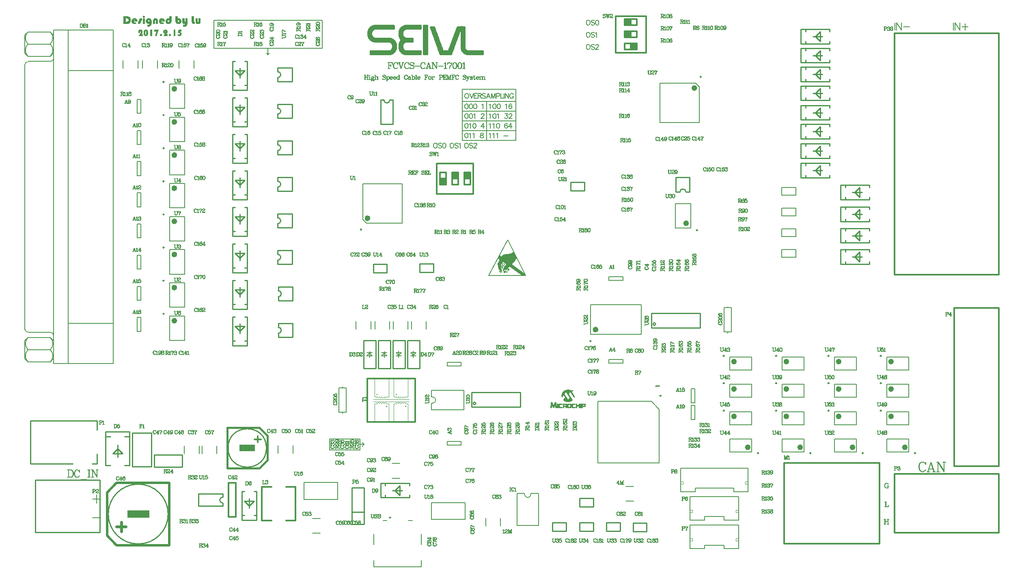
<source format=gto>
G04 Layer_Color=65535*
%FSLAX25Y25*%
%MOIN*%
G70*
G01*
G75*
%ADD10C,0.01000*%
%ADD11C,0.01200*%
%ADD12C,0.02000*%
%ADD15C,0.01500*%
%ADD156C,0.00984*%
%ADD157C,0.02362*%
%ADD158C,0.00787*%
%ADD159C,0.00800*%
%ADD160C,0.00394*%
%ADD161C,0.00100*%
%ADD162C,0.00500*%
%ADD163C,0.00150*%
%ADD164C,0.00050*%
%ADD165C,0.00700*%
%ADD166C,0.01378*%
%ADD167C,0.00600*%
%ADD168R,0.05000X0.05000*%
%ADD169R,0.18039X0.06302*%
%ADD170R,0.12847X0.05510*%
G36*
X180703Y528610D02*
X180796Y528601D01*
X180897Y528582D01*
X181009Y528564D01*
X181138Y528536D01*
X181267Y528499D01*
X181406Y528453D01*
X181545Y528397D01*
X181693Y528323D01*
X181841Y528249D01*
X181980Y528157D01*
X182118Y528046D01*
X182257Y527925D01*
X182266Y527916D01*
X182285Y527898D01*
X182322Y527851D01*
X182368Y527805D01*
X182424Y527731D01*
X182479Y527657D01*
X182544Y527565D01*
X182609Y527454D01*
X182674Y527333D01*
X182738Y527204D01*
X182794Y527065D01*
X182849Y526908D01*
X182896Y526751D01*
X182932Y526575D01*
X182951Y526399D01*
X182960Y526205D01*
Y526196D01*
Y526177D01*
Y526150D01*
Y526113D01*
X182951Y526057D01*
Y525974D01*
X182942Y525881D01*
X180259D01*
Y525890D01*
X180250Y525918D01*
X180241Y525955D01*
X180222Y526002D01*
X180194Y526131D01*
X180185Y526270D01*
Y526279D01*
Y526307D01*
X180194Y526353D01*
Y526408D01*
X180204Y526473D01*
X180222Y526547D01*
X180278Y526714D01*
X181175D01*
Y526723D01*
Y526742D01*
X181166Y526760D01*
X181157Y526797D01*
X181120Y526880D01*
X181073Y526982D01*
X180990Y527084D01*
X180888Y527167D01*
X180824Y527204D01*
X180759Y527232D01*
X180675Y527241D01*
X180583Y527250D01*
X180527D01*
X180472Y527232D01*
X180398Y527213D01*
X180315Y527176D01*
X180231Y527130D01*
X180139Y527056D01*
X180056Y526964D01*
X180046Y526954D01*
X180019Y526917D01*
X179991Y526853D01*
X179954Y526769D01*
X179908Y526667D01*
X179880Y526538D01*
X179852Y526399D01*
X179843Y526242D01*
Y526233D01*
Y526224D01*
Y526168D01*
X179852Y526085D01*
X179871Y525974D01*
X179889Y525853D01*
X179926Y525724D01*
X179982Y525604D01*
X180046Y525484D01*
X180056Y525474D01*
X180084Y525437D01*
X180130Y525391D01*
X180185Y525336D01*
X180259Y525280D01*
X180352Y525234D01*
X180454Y525197D01*
X180564Y525187D01*
X180574D01*
X180611Y525197D01*
X180666Y525206D01*
X180731Y525224D01*
X180814Y525252D01*
X180897Y525308D01*
X180990Y525373D01*
X181082Y525465D01*
X182091Y524244D01*
X182081Y524235D01*
X182063Y524216D01*
X182017Y524198D01*
X181971Y524161D01*
X181906Y524115D01*
X181823Y524068D01*
X181730Y524022D01*
X181628Y523976D01*
X181517Y523920D01*
X181397Y523874D01*
X181129Y523781D01*
X180990Y523744D01*
X180833Y523726D01*
X180675Y523707D01*
X180518Y523698D01*
X180472D01*
X180417Y523707D01*
X180342D01*
X180259Y523717D01*
X180148Y523735D01*
X180037Y523754D01*
X179908Y523791D01*
X179778Y523828D01*
X179630Y523874D01*
X179491Y523930D01*
X179343Y523994D01*
X179195Y524078D01*
X179048Y524170D01*
X178900Y524281D01*
X178761Y524401D01*
X178752Y524410D01*
X178733Y524438D01*
X178696Y524475D01*
X178650Y524531D01*
X178594Y524595D01*
X178530Y524679D01*
X178465Y524781D01*
X178400Y524892D01*
X178335Y525012D01*
X178270Y525141D01*
X178206Y525289D01*
X178150Y525447D01*
X178104Y525613D01*
X178067Y525779D01*
X178049Y525964D01*
X178039Y526159D01*
Y526168D01*
Y526205D01*
X178049Y526261D01*
Y526334D01*
X178058Y526418D01*
X178076Y526529D01*
X178095Y526640D01*
X178132Y526769D01*
X178169Y526899D01*
X178215Y527037D01*
X178270Y527185D01*
X178345Y527333D01*
X178419Y527482D01*
X178520Y527630D01*
X178622Y527768D01*
X178752Y527907D01*
X178761Y527916D01*
X178788Y527935D01*
X178825Y527972D01*
X178881Y528018D01*
X178955Y528074D01*
X179038Y528129D01*
X179131Y528194D01*
X179242Y528268D01*
X179371Y528333D01*
X179501Y528397D01*
X179649Y528453D01*
X179806Y528508D01*
X179982Y528554D01*
X180157Y528591D01*
X180342Y528610D01*
X180537Y528619D01*
X180639D01*
X180703Y528610D01*
D02*
G37*
G36*
X188344Y526316D02*
Y526307D01*
Y526261D01*
Y526205D01*
X188335Y526122D01*
X188325Y526020D01*
X188307Y525909D01*
X188288Y525779D01*
X188260Y525641D01*
X188224Y525493D01*
X188177Y525345D01*
X188122Y525187D01*
X188048Y525021D01*
X187974Y524864D01*
X187881Y524716D01*
X187770Y524558D01*
X187650Y524420D01*
X187641Y524410D01*
X187622Y524392D01*
X187576Y524355D01*
X187530Y524309D01*
X187456Y524253D01*
X187382Y524189D01*
X187280Y524124D01*
X187178Y524059D01*
X187058Y523994D01*
X186928Y523930D01*
X186781Y523865D01*
X186633Y523809D01*
X186466Y523763D01*
X186290Y523726D01*
X186105Y523707D01*
X185911Y523698D01*
X185865D01*
X185809Y523707D01*
X185735D01*
X185643Y523717D01*
X185541Y523735D01*
X185421Y523754D01*
X185291Y523791D01*
X185152Y523828D01*
X185014Y523874D01*
X184866Y523930D01*
X184718Y523994D01*
X184561Y524078D01*
X184413Y524170D01*
X184265Y524281D01*
X184126Y524401D01*
X184116Y524410D01*
X184098Y524438D01*
X184061Y524475D01*
X184015Y524531D01*
X183959Y524595D01*
X183895Y524679D01*
X183830Y524781D01*
X183765Y524882D01*
X183700Y525002D01*
X183635Y525141D01*
X183571Y525280D01*
X183515Y525437D01*
X183469Y525595D01*
X183432Y525770D01*
X183414Y525955D01*
X183404Y526140D01*
Y526150D01*
Y526187D01*
X183414Y526233D01*
Y526307D01*
X183423Y526390D01*
X183441Y526492D01*
X183469Y526603D01*
X183497Y526723D01*
X183534Y526862D01*
X183580Y526991D01*
X183635Y527139D01*
X183710Y527287D01*
X183793Y527435D01*
X183885Y527574D01*
X183996Y527722D01*
X184126Y527861D01*
X184135Y527870D01*
X184163Y527888D01*
X184200Y527925D01*
X184255Y527981D01*
X184320Y528036D01*
X184403Y528092D01*
X184505Y528166D01*
X184607Y528231D01*
X184727Y528296D01*
X184856Y528370D01*
X185004Y528425D01*
X185152Y528490D01*
X185310Y528536D01*
X185476Y528573D01*
X185652Y528591D01*
X185837Y528601D01*
X185948D01*
X186013Y528591D01*
X186096D01*
X186188Y528582D01*
X186300Y528573D01*
Y526612D01*
X186290Y526621D01*
X186263Y526640D01*
X186225Y526667D01*
X186170Y526705D01*
X186105Y526732D01*
X186031Y526760D01*
X185948Y526779D01*
X185865Y526788D01*
X185819D01*
X185772Y526779D01*
X185707Y526760D01*
X185634Y526742D01*
X185550Y526705D01*
X185476Y526649D01*
X185393Y526584D01*
X185384Y526575D01*
X185365Y526547D01*
X185328Y526510D01*
X185301Y526455D01*
X185264Y526381D01*
X185227Y526298D01*
X185208Y526205D01*
X185199Y526103D01*
Y526094D01*
Y526057D01*
X185208Y526011D01*
X185227Y525946D01*
X185245Y525881D01*
X185282Y525798D01*
X185337Y525715D01*
X185402Y525641D01*
X185412Y525632D01*
X185439Y525613D01*
X185485Y525576D01*
X185541Y525539D01*
X185615Y525502D01*
X185698Y525465D01*
X185791Y525447D01*
X185892Y525437D01*
X185920D01*
X185957Y525447D01*
X185994Y525456D01*
X186105Y525484D01*
X186170Y525511D01*
X186235Y525558D01*
X186290Y525604D01*
X186355Y525668D01*
X186410Y525742D01*
X186466Y525835D01*
X186503Y525937D01*
X186540Y526066D01*
X186558Y526205D01*
X186568Y526371D01*
Y530266D01*
X188344D01*
Y526316D01*
D02*
G37*
G36*
X201432Y524299D02*
Y524281D01*
Y524244D01*
X201423Y524179D01*
Y524087D01*
X201405Y523985D01*
X201396Y523855D01*
X201368Y523726D01*
X201340Y523578D01*
X201294Y523421D01*
X201248Y523254D01*
X201183Y523088D01*
X201109Y522921D01*
X201016Y522755D01*
X200915Y522588D01*
X200794Y522440D01*
X200656Y522292D01*
X200646Y522283D01*
X200619Y522264D01*
X200582Y522227D01*
X200517Y522172D01*
X200443Y522117D01*
X200360Y522052D01*
X200258Y521987D01*
X200137Y521922D01*
X200017Y521848D01*
X199879Y521783D01*
X199731Y521719D01*
X199573Y521663D01*
X199407Y521617D01*
X199240Y521580D01*
X199055Y521552D01*
X198870Y521543D01*
X198787D01*
X198685Y521552D01*
X198565Y521571D01*
X198408Y521589D01*
X198241Y521617D01*
X198056Y521663D01*
X197871Y521728D01*
Y523273D01*
X197890Y523264D01*
X197927Y523254D01*
X198001Y523226D01*
X198084Y523199D01*
X198186Y523171D01*
X198297Y523152D01*
X198408Y523134D01*
X198519Y523125D01*
X198556D01*
X198593Y523134D01*
X198648Y523143D01*
X198722Y523152D01*
X198796Y523180D01*
X198880Y523208D01*
X198963Y523245D01*
X199055Y523301D01*
X199148Y523356D01*
X199240Y523439D01*
X199333Y523532D01*
X199416Y523643D01*
X199490Y523772D01*
X199564Y523920D01*
X199619Y524087D01*
X199610D01*
X199601Y524078D01*
X199573Y524059D01*
X199536Y524050D01*
X199453Y524004D01*
X199333Y523957D01*
X199194Y523902D01*
X199037Y523865D01*
X198870Y523828D01*
X198695Y523818D01*
X198630D01*
X198593Y523828D01*
X198537Y523837D01*
X198472Y523846D01*
X198325Y523874D01*
X198158Y523930D01*
X197973Y524022D01*
X197890Y524068D01*
X197797Y524133D01*
X197714Y524207D01*
X197631Y524290D01*
Y524299D01*
X197612Y524309D01*
X197594Y524336D01*
X197566Y524373D01*
X197529Y524429D01*
X197492Y524484D01*
X197455Y524549D01*
X197418Y524633D01*
X197344Y524808D01*
X197270Y525021D01*
X197224Y525271D01*
X197214Y525410D01*
X197205Y525548D01*
Y528517D01*
X198981D01*
Y525974D01*
Y525955D01*
X198990Y525909D01*
X199000Y525844D01*
X199028Y525770D01*
X199065Y525687D01*
X199129Y525622D01*
X199213Y525576D01*
X199268Y525567D01*
X199323Y525558D01*
X199342D01*
X199379Y525567D01*
X199425Y525585D01*
X199490Y525613D01*
X199555Y525668D01*
X199601Y525761D01*
X199629Y525807D01*
X199638Y525872D01*
X199656Y525946D01*
Y526029D01*
Y528517D01*
X201432D01*
Y524299D01*
D02*
G37*
G36*
X158161Y528610D02*
X158254Y528601D01*
X158355Y528582D01*
X158466Y528564D01*
X158596Y528536D01*
X158725Y528499D01*
X158864Y528453D01*
X159003Y528397D01*
X159151Y528323D01*
X159299Y528249D01*
X159438Y528157D01*
X159576Y528046D01*
X159715Y527925D01*
X159724Y527916D01*
X159743Y527898D01*
X159780Y527851D01*
X159826Y527805D01*
X159881Y527731D01*
X159937Y527657D01*
X160002Y527565D01*
X160066Y527454D01*
X160131Y527333D01*
X160196Y527204D01*
X160251Y527065D01*
X160307Y526908D01*
X160353Y526751D01*
X160390Y526575D01*
X160409Y526399D01*
X160418Y526205D01*
Y526196D01*
Y526177D01*
Y526150D01*
Y526113D01*
X160409Y526057D01*
Y525974D01*
X160399Y525881D01*
X157717D01*
Y525890D01*
X157708Y525918D01*
X157699Y525955D01*
X157680Y526002D01*
X157652Y526131D01*
X157643Y526270D01*
Y526279D01*
Y526307D01*
X157652Y526353D01*
Y526408D01*
X157661Y526473D01*
X157680Y526547D01*
X157736Y526714D01*
X158633D01*
Y526723D01*
Y526742D01*
X158624Y526760D01*
X158614Y526797D01*
X158577Y526880D01*
X158531Y526982D01*
X158448Y527084D01*
X158346Y527167D01*
X158281Y527204D01*
X158217Y527232D01*
X158133Y527241D01*
X158041Y527250D01*
X157985D01*
X157930Y527232D01*
X157856Y527213D01*
X157773Y527176D01*
X157689Y527130D01*
X157597Y527056D01*
X157513Y526964D01*
X157504Y526954D01*
X157476Y526917D01*
X157449Y526853D01*
X157412Y526769D01*
X157366Y526667D01*
X157338Y526538D01*
X157310Y526399D01*
X157301Y526242D01*
Y526233D01*
Y526224D01*
Y526168D01*
X157310Y526085D01*
X157328Y525974D01*
X157347Y525853D01*
X157384Y525724D01*
X157439Y525604D01*
X157504Y525484D01*
X157513Y525474D01*
X157541Y525437D01*
X157588Y525391D01*
X157643Y525336D01*
X157717Y525280D01*
X157809Y525234D01*
X157911Y525197D01*
X158022Y525187D01*
X158031D01*
X158069Y525197D01*
X158124Y525206D01*
X158189Y525224D01*
X158272Y525252D01*
X158355Y525308D01*
X158448Y525373D01*
X158540Y525465D01*
X159548Y524244D01*
X159539Y524235D01*
X159521Y524216D01*
X159475Y524198D01*
X159428Y524161D01*
X159363Y524115D01*
X159280Y524068D01*
X159188Y524022D01*
X159086Y523976D01*
X158975Y523920D01*
X158855Y523874D01*
X158587Y523781D01*
X158448Y523744D01*
X158291Y523726D01*
X158133Y523707D01*
X157976Y523698D01*
X157930D01*
X157874Y523707D01*
X157800D01*
X157717Y523717D01*
X157606Y523735D01*
X157495Y523754D01*
X157366Y523791D01*
X157236Y523828D01*
X157088Y523874D01*
X156949Y523930D01*
X156801Y523994D01*
X156653Y524078D01*
X156505Y524170D01*
X156357Y524281D01*
X156219Y524401D01*
X156209Y524410D01*
X156191Y524438D01*
X156154Y524475D01*
X156107Y524531D01*
X156052Y524595D01*
X155987Y524679D01*
X155922Y524781D01*
X155858Y524892D01*
X155793Y525012D01*
X155728Y525141D01*
X155664Y525289D01*
X155608Y525447D01*
X155562Y525613D01*
X155525Y525779D01*
X155506Y525964D01*
X155497Y526159D01*
Y526168D01*
Y526205D01*
X155506Y526261D01*
Y526334D01*
X155516Y526418D01*
X155534Y526529D01*
X155552Y526640D01*
X155589Y526769D01*
X155626Y526899D01*
X155673Y527037D01*
X155728Y527185D01*
X155802Y527333D01*
X155876Y527482D01*
X155978Y527630D01*
X156080Y527768D01*
X156209Y527907D01*
X156219Y527916D01*
X156246Y527935D01*
X156283Y527972D01*
X156339Y528018D01*
X156413Y528074D01*
X156496Y528129D01*
X156588Y528194D01*
X156700Y528268D01*
X156829Y528333D01*
X156958Y528397D01*
X157106Y528453D01*
X157264Y528508D01*
X157439Y528554D01*
X157615Y528591D01*
X157800Y528610D01*
X157994Y528619D01*
X158096D01*
X158161Y528610D01*
D02*
G37*
G36*
X179752Y515702D02*
X179826Y515695D01*
X179907Y515680D01*
X180011Y515643D01*
X180114Y515598D01*
X180218Y515532D01*
X180321Y515443D01*
X180336Y515428D01*
X180366Y515399D01*
X180403Y515339D01*
X180455Y515265D01*
X180506Y515177D01*
X180543Y515066D01*
X180573Y514947D01*
X180588Y514814D01*
Y514807D01*
Y514799D01*
X180580Y514755D01*
X180573Y514681D01*
X180558Y514592D01*
X180521Y514496D01*
X180477Y514385D01*
X180410Y514281D01*
X180321Y514178D01*
X180307Y514170D01*
X180277Y514141D01*
X180218Y514096D01*
X180144Y514052D01*
X180055Y514000D01*
X179944Y513963D01*
X179826Y513933D01*
X179692Y513919D01*
X179655D01*
X179633Y513926D01*
X179559Y513933D01*
X179470Y513948D01*
X179367Y513985D01*
X179263Y514030D01*
X179152Y514089D01*
X179049Y514178D01*
X179041Y514192D01*
X179012Y514222D01*
X178967Y514281D01*
X178923Y514355D01*
X178871Y514444D01*
X178834Y514555D01*
X178804Y514681D01*
X178790Y514814D01*
Y514821D01*
Y514829D01*
X178797Y514873D01*
X178804Y514947D01*
X178819Y515029D01*
X178856Y515132D01*
X178901Y515236D01*
X178960Y515339D01*
X179049Y515443D01*
X179063Y515458D01*
X179093Y515487D01*
X179152Y515524D01*
X179226Y515576D01*
X179322Y515628D01*
X179433Y515665D01*
X179559Y515695D01*
X179692Y515709D01*
X179707D01*
X179752Y515702D01*
D02*
G37*
G36*
X187085D02*
X187159Y515695D01*
X187240Y515680D01*
X187344Y515643D01*
X187448Y515598D01*
X187551Y515532D01*
X187655Y515443D01*
X187670Y515428D01*
X187699Y515399D01*
X187736Y515339D01*
X187788Y515265D01*
X187840Y515177D01*
X187877Y515066D01*
X187906Y514947D01*
X187921Y514814D01*
Y514807D01*
Y514799D01*
X187914Y514755D01*
X187906Y514681D01*
X187892Y514592D01*
X187855Y514496D01*
X187810Y514385D01*
X187744Y514281D01*
X187655Y514178D01*
X187640Y514170D01*
X187610Y514141D01*
X187551Y514096D01*
X187477Y514052D01*
X187388Y514000D01*
X187277Y513963D01*
X187159Y513933D01*
X187026Y513919D01*
X186989D01*
X186967Y513926D01*
X186893Y513933D01*
X186804Y513948D01*
X186700Y513985D01*
X186597Y514030D01*
X186486Y514089D01*
X186382Y514178D01*
X186375Y514192D01*
X186345Y514222D01*
X186301Y514281D01*
X186256Y514355D01*
X186204Y514444D01*
X186167Y514555D01*
X186138Y514681D01*
X186123Y514814D01*
Y514821D01*
Y514829D01*
X186130Y514873D01*
X186138Y514947D01*
X186153Y515029D01*
X186190Y515132D01*
X186234Y515236D01*
X186293Y515339D01*
X186382Y515443D01*
X186397Y515458D01*
X186426Y515487D01*
X186486Y515524D01*
X186560Y515576D01*
X186656Y515628D01*
X186767Y515665D01*
X186893Y515695D01*
X187026Y515709D01*
X187041D01*
X187085Y515702D01*
D02*
G37*
G36*
X165681Y530608D02*
X165764Y530589D01*
X165866Y530552D01*
X165959Y530515D01*
X166060Y530451D01*
X166162Y530368D01*
X166172Y530358D01*
X166199Y530321D01*
X166245Y530275D01*
X166292Y530201D01*
X166329Y530118D01*
X166375Y530016D01*
X166403Y529896D01*
X166412Y529766D01*
Y529748D01*
Y529711D01*
X166403Y529637D01*
X166384Y529554D01*
X166347Y529461D01*
X166310Y529359D01*
X166245Y529257D01*
X166162Y529156D01*
X166153Y529146D01*
X166116Y529119D01*
X166060Y529082D01*
X165996Y529036D01*
X165903Y528989D01*
X165802Y528952D01*
X165691Y528925D01*
X165561Y528915D01*
X165506D01*
X165431Y528925D01*
X165348Y528943D01*
X165256Y528971D01*
X165154Y529017D01*
X165052Y529073D01*
X164951Y529156D01*
X164941Y529165D01*
X164913Y529202D01*
X164867Y529257D01*
X164830Y529322D01*
X164784Y529415D01*
X164738Y529517D01*
X164710Y529637D01*
X164701Y529766D01*
Y529785D01*
Y529831D01*
X164710Y529896D01*
X164728Y529979D01*
X164766Y530071D01*
X164803Y530173D01*
X164867Y530275D01*
X164951Y530368D01*
X164960Y530377D01*
X164997Y530405D01*
X165052Y530451D01*
X165117Y530497D01*
X165209Y530534D01*
X165311Y530580D01*
X165431Y530608D01*
X165561Y530617D01*
X165617D01*
X165681Y530608D01*
D02*
G37*
G36*
X167364Y519284D02*
X167438Y519276D01*
X167519Y519261D01*
X167616Y519247D01*
X167712Y519217D01*
X167823Y519187D01*
X167934Y519150D01*
X168045Y519106D01*
X168156Y519054D01*
X168267Y518988D01*
X168378Y518906D01*
X168481Y518825D01*
X168578Y518721D01*
X168585Y518714D01*
X168600Y518692D01*
X168622Y518662D01*
X168659Y518618D01*
X168696Y518558D01*
X168733Y518492D01*
X168777Y518403D01*
X168829Y518314D01*
X168874Y518203D01*
X168918Y518085D01*
X168955Y517959D01*
X168999Y517818D01*
X169029Y517670D01*
X169051Y517508D01*
X169066Y517337D01*
X169073Y517152D01*
Y516050D01*
Y516042D01*
Y516005D01*
Y515954D01*
X169066Y515887D01*
X169059Y515806D01*
X169044Y515709D01*
X169029Y515598D01*
X169014Y515480D01*
X168948Y515236D01*
X168911Y515103D01*
X168859Y514969D01*
X168807Y514844D01*
X168733Y514718D01*
X168659Y514599D01*
X168570Y514488D01*
X168563Y514481D01*
X168548Y514466D01*
X168518Y514437D01*
X168481Y514400D01*
X168430Y514355D01*
X168370Y514311D01*
X168296Y514259D01*
X168215Y514207D01*
X168126Y514148D01*
X168023Y514096D01*
X167912Y514052D01*
X167793Y514007D01*
X167667Y513970D01*
X167527Y513941D01*
X167379Y513926D01*
X167223Y513919D01*
X167186D01*
X167142Y513926D01*
X167083D01*
X167009Y513933D01*
X166927Y513948D01*
X166839Y513963D01*
X166735Y513993D01*
X166631Y514022D01*
X166520Y514059D01*
X166409Y514104D01*
X166298Y514155D01*
X166187Y514222D01*
X166076Y514296D01*
X165973Y514385D01*
X165877Y514481D01*
X165869Y514488D01*
X165854Y514511D01*
X165832Y514540D01*
X165803Y514585D01*
X165766Y514644D01*
X165721Y514718D01*
X165677Y514799D01*
X165632Y514888D01*
X165588Y514999D01*
X165544Y515117D01*
X165499Y515243D01*
X165462Y515384D01*
X165433Y515532D01*
X165410Y515695D01*
X165396Y515865D01*
X165388Y516050D01*
Y517152D01*
Y517167D01*
Y517197D01*
Y517249D01*
X165396Y517315D01*
X165403Y517397D01*
X165418Y517493D01*
X165433Y517604D01*
X165447Y517722D01*
X165507Y517966D01*
X165544Y518100D01*
X165595Y518233D01*
X165647Y518359D01*
X165714Y518484D01*
X165788Y518603D01*
X165877Y518714D01*
X165884Y518721D01*
X165899Y518736D01*
X165928Y518766D01*
X165965Y518803D01*
X166017Y518847D01*
X166076Y518899D01*
X166150Y518951D01*
X166232Y519002D01*
X166321Y519054D01*
X166417Y519106D01*
X166528Y519158D01*
X166654Y519202D01*
X166779Y519239D01*
X166920Y519269D01*
X167068Y519284D01*
X167223Y519291D01*
X167305D01*
X167364Y519284D01*
D02*
G37*
G36*
X151464Y530257D02*
X151584D01*
X151723Y530238D01*
X151890Y530220D01*
X152084Y530192D01*
X152278Y530155D01*
X152491Y530108D01*
X152713Y530053D01*
X152935Y529979D01*
X153166Y529896D01*
X153388Y529803D01*
X153601Y529683D01*
X153804Y529554D01*
X153998Y529396D01*
X154008Y529387D01*
X154045Y529359D01*
X154091Y529304D01*
X154156Y529239D01*
X154230Y529156D01*
X154313Y529045D01*
X154405Y528925D01*
X154498Y528786D01*
X154590Y528628D01*
X154674Y528453D01*
X154757Y528268D01*
X154831Y528055D01*
X154896Y527833D01*
X154942Y527602D01*
X154979Y527352D01*
X154988Y527084D01*
Y527065D01*
Y527019D01*
X154979Y526945D01*
X154970Y526843D01*
X154961Y526714D01*
X154942Y526575D01*
X154905Y526408D01*
X154868Y526242D01*
X154822Y526048D01*
X154757Y525863D01*
X154683Y525659D01*
X154590Y525465D01*
X154480Y525261D01*
X154350Y525067D01*
X154202Y524873D01*
X154035Y524697D01*
X154026Y524688D01*
X153989Y524660D01*
X153943Y524614D01*
X153869Y524549D01*
X153767Y524484D01*
X153656Y524401D01*
X153527Y524318D01*
X153379Y524235D01*
X153212Y524152D01*
X153027Y524068D01*
X152824Y523985D01*
X152611Y523920D01*
X152380Y523855D01*
X152139Y523809D01*
X151880Y523781D01*
X151603Y523772D01*
X151510D01*
X151436Y523781D01*
X151196D01*
X151122Y523791D01*
X151029D01*
Y525687D01*
X151409D01*
X151492Y525696D01*
X151603Y525705D01*
X151723Y525733D01*
X151871Y525761D01*
X152019Y525807D01*
X152185Y525863D01*
X152343Y525937D01*
X152491Y526029D01*
X152639Y526140D01*
X152759Y526279D01*
X152870Y526436D01*
X152953Y526621D01*
X153009Y526834D01*
X153027Y526954D01*
Y527084D01*
Y527102D01*
Y527139D01*
X153018Y527204D01*
X152999Y527287D01*
X152981Y527389D01*
X152944Y527500D01*
X152889Y527620D01*
X152824Y527740D01*
X152731Y527861D01*
X152620Y527981D01*
X152491Y528092D01*
X152324Y528194D01*
X152130Y528277D01*
X151908Y528342D01*
X151658Y528379D01*
X151510Y528397D01*
X150715D01*
Y523800D01*
X148800D01*
Y530266D01*
X151372D01*
X151464Y530257D01*
D02*
G37*
G36*
X164090Y526658D02*
X164025D01*
X163952Y526649D01*
X163868Y526640D01*
X163776Y526621D01*
X163683Y526593D01*
X163609Y526556D01*
X163544Y526510D01*
X163535Y526501D01*
X163526Y526482D01*
X163498Y526445D01*
X163480Y526390D01*
X163452Y526325D01*
X163424Y526242D01*
X163406Y526131D01*
X163387Y526011D01*
Y526002D01*
Y525983D01*
X163378Y525955D01*
Y525918D01*
X163369Y525863D01*
X163350Y525807D01*
X163322Y525668D01*
X163267Y525502D01*
X163202Y525308D01*
X163119Y525113D01*
X162999Y524910D01*
X162860Y524697D01*
X162694Y524503D01*
X162499Y524309D01*
X162379Y524226D01*
X162259Y524142D01*
X162129Y524068D01*
X161990Y524004D01*
X161833Y523948D01*
X161676Y523892D01*
X161500Y523855D01*
X161315Y523828D01*
X161121Y523809D01*
X160917Y523800D01*
X160677D01*
Y525668D01*
X160760D01*
X160844Y525678D01*
X160954Y525687D01*
X161065Y525715D01*
X161177Y525742D01*
X161278Y525789D01*
X161362Y525844D01*
X161371Y525853D01*
X161389Y525881D01*
X161426Y525927D01*
X161454Y525992D01*
X161491Y526076D01*
X161528Y526187D01*
X161556Y526316D01*
X161574Y526473D01*
Y526482D01*
Y526501D01*
Y526538D01*
X161583Y526584D01*
Y526640D01*
X161593Y526695D01*
X161602Y526843D01*
X161620Y526991D01*
X161639Y527148D01*
X161658Y527287D01*
X161676Y527343D01*
X161685Y527398D01*
Y527408D01*
X161704Y527445D01*
X161722Y527491D01*
X161759Y527565D01*
X161796Y527639D01*
X161861Y527731D01*
X161926Y527824D01*
X162018Y527925D01*
X162028Y527935D01*
X162065Y527972D01*
X162120Y528018D01*
X162194Y528083D01*
X162286Y528157D01*
X162398Y528231D01*
X162518Y528296D01*
X162647Y528360D01*
X162666Y528370D01*
X162712Y528388D01*
X162795Y528406D01*
X162897Y528443D01*
X163026Y528471D01*
X163184Y528490D01*
X163350Y528508D01*
X163544Y528517D01*
X164090D01*
Y526658D01*
D02*
G37*
G36*
X169862Y528610D02*
X169955Y528601D01*
X170066Y528582D01*
X170186Y528564D01*
X170316Y528536D01*
X170454Y528499D01*
X170593Y528453D01*
X170732Y528397D01*
X170880Y528333D01*
X171019Y528259D01*
X171157Y528166D01*
X171287Y528064D01*
X171407Y527944D01*
X171416Y527935D01*
X171435Y527916D01*
X171463Y527870D01*
X171500Y527824D01*
X171546Y527750D01*
X171601Y527667D01*
X171657Y527565D01*
X171712Y527454D01*
X171768Y527324D01*
X171823Y527176D01*
X171879Y527019D01*
X171925Y526843D01*
X171962Y526658D01*
X171990Y526455D01*
X172008Y526233D01*
X172018Y526002D01*
Y524457D01*
Y524447D01*
Y524401D01*
Y524336D01*
X172008Y524253D01*
X171999Y524152D01*
X171981Y524031D01*
X171962Y523892D01*
X171934Y523744D01*
X171897Y523587D01*
X171851Y523430D01*
X171795Y523264D01*
X171721Y523088D01*
X171648Y522921D01*
X171555Y522755D01*
X171444Y522598D01*
X171324Y522440D01*
X171315Y522431D01*
X171296Y522403D01*
X171250Y522366D01*
X171194Y522311D01*
X171130Y522255D01*
X171046Y522191D01*
X170954Y522117D01*
X170843Y522043D01*
X170722Y521959D01*
X170584Y521895D01*
X170436Y521820D01*
X170279Y521765D01*
X170112Y521709D01*
X169927Y521672D01*
X169742Y521645D01*
X169538Y521635D01*
X169455D01*
X169363Y521645D01*
X169233Y521654D01*
X169085Y521672D01*
X168919Y521709D01*
X168734Y521746D01*
X168540Y521802D01*
Y523412D01*
X168558Y523402D01*
X168604Y523384D01*
X168678Y523347D01*
X168780Y523319D01*
X168891Y523282D01*
X169020Y523245D01*
X169150Y523226D01*
X169280Y523217D01*
X169298D01*
X169353Y523226D01*
X169437Y523236D01*
X169538Y523254D01*
X169650Y523291D01*
X169761Y523347D01*
X169881Y523430D01*
X169983Y523532D01*
X169992Y523550D01*
X170029Y523587D01*
X170066Y523661D01*
X170121Y523763D01*
X170168Y523892D01*
X170214Y524041D01*
X170241Y524226D01*
X170251Y524429D01*
Y526196D01*
Y526205D01*
Y526233D01*
Y526270D01*
X170241Y526316D01*
X170223Y526436D01*
X170177Y526575D01*
X170103Y526705D01*
X170056Y526769D01*
X170001Y526825D01*
X169927Y526880D01*
X169844Y526917D01*
X169751Y526936D01*
X169650Y526945D01*
X169603D01*
X169557Y526936D01*
X169501Y526917D01*
X169428Y526899D01*
X169353Y526862D01*
X169280Y526816D01*
X169205Y526751D01*
X169196Y526742D01*
X169178Y526714D01*
X169141Y526677D01*
X169113Y526621D01*
X169076Y526556D01*
X169039Y526482D01*
X169020Y526390D01*
X169011Y526298D01*
Y526288D01*
Y526251D01*
X169020Y526205D01*
X169039Y526140D01*
X169058Y526066D01*
X169085Y525992D01*
X169132Y525918D01*
X169196Y525844D01*
X169205Y525835D01*
X169233Y525816D01*
X169270Y525789D01*
X169326Y525761D01*
X169390Y525724D01*
X169465Y525696D01*
X169548Y525678D01*
X169640Y525668D01*
X169668D01*
X169705Y525678D01*
X169751D01*
X169862Y525705D01*
X169992Y525752D01*
Y524124D01*
X169973Y524115D01*
X169927Y524105D01*
X169853Y524087D01*
X169761Y524068D01*
X169650Y524041D01*
X169520Y524022D01*
X169390Y524013D01*
X169252Y524004D01*
X169168D01*
X169113Y524013D01*
X169039Y524022D01*
X168947Y524041D01*
X168854Y524059D01*
X168752Y524087D01*
X168521Y524161D01*
X168401Y524207D01*
X168280Y524272D01*
X168151Y524346D01*
X168031Y524429D01*
X167911Y524521D01*
X167799Y524633D01*
X167790Y524642D01*
X167772Y524660D01*
X167744Y524697D01*
X167707Y524744D01*
X167661Y524808D01*
X167614Y524882D01*
X167559Y524975D01*
X167503Y525067D01*
X167448Y525178D01*
X167393Y525299D01*
X167346Y525428D01*
X167300Y525576D01*
X167263Y525724D01*
X167235Y525881D01*
X167217Y526048D01*
X167208Y526224D01*
Y526233D01*
Y526270D01*
X167217Y526316D01*
Y526390D01*
X167226Y526473D01*
X167245Y526575D01*
X167263Y526686D01*
X167300Y526806D01*
X167337Y526936D01*
X167383Y527074D01*
X167439Y527213D01*
X167513Y527352D01*
X167587Y527500D01*
X167689Y527639D01*
X167790Y527777D01*
X167920Y527916D01*
X167929Y527925D01*
X167957Y527944D01*
X167994Y527981D01*
X168049Y528027D01*
X168123Y528083D01*
X168207Y528138D01*
X168299Y528203D01*
X168410Y528268D01*
X168530Y528333D01*
X168669Y528397D01*
X168808Y528453D01*
X168965Y528508D01*
X169132Y528554D01*
X169307Y528591D01*
X169483Y528610D01*
X169677Y528619D01*
X169788D01*
X169862Y528610D01*
D02*
G37*
G36*
X193311Y526371D02*
Y526362D01*
Y526334D01*
X193320Y526288D01*
Y526224D01*
X193330Y526159D01*
X193348Y526076D01*
X193394Y525909D01*
X193431Y525816D01*
X193477Y525733D01*
X193533Y525650D01*
X193598Y525585D01*
X193681Y525521D01*
X193773Y525474D01*
X193875Y525447D01*
X193995Y525437D01*
X194042D01*
X194097Y525447D01*
X194162Y525465D01*
X194236Y525484D01*
X194319Y525521D01*
X194403Y525567D01*
X194476Y525632D01*
X194486Y525641D01*
X194504Y525668D01*
X194541Y525715D01*
X194578Y525770D01*
X194615Y525835D01*
X194652Y525918D01*
X194671Y526011D01*
X194680Y526113D01*
Y526122D01*
Y526159D01*
X194671Y526214D01*
X194661Y526279D01*
X194634Y526353D01*
X194606Y526436D01*
X194560Y526510D01*
X194495Y526584D01*
X194486Y526593D01*
X194467Y526612D01*
X194430Y526649D01*
X194375Y526686D01*
X194310Y526714D01*
X194236Y526751D01*
X194153Y526769D01*
X194060Y526779D01*
X194023D01*
X193968Y526769D01*
X193912Y526760D01*
X193838Y526742D01*
X193764Y526705D01*
X193672Y526667D01*
X193588Y526612D01*
Y528573D01*
X193598D01*
X193635Y528582D01*
X193690D01*
X193755Y528591D01*
X193912Y528601D01*
X194153D01*
X194227Y528591D01*
X194310Y528582D01*
X194412Y528564D01*
X194523Y528536D01*
X194643Y528508D01*
X194773Y528471D01*
X194911Y528425D01*
X195050Y528370D01*
X195198Y528296D01*
X195337Y528212D01*
X195485Y528120D01*
X195624Y528009D01*
X195762Y527879D01*
X195772Y527870D01*
X195790Y527842D01*
X195827Y527805D01*
X195873Y527750D01*
X195929Y527685D01*
X195993Y527602D01*
X196058Y527500D01*
X196123Y527389D01*
X196188Y527269D01*
X196253Y527139D01*
X196317Y527001D01*
X196373Y526843D01*
X196419Y526686D01*
X196456Y526510D01*
X196475Y526334D01*
X196484Y526150D01*
Y526140D01*
Y526103D01*
Y526048D01*
X196475Y525974D01*
X196465Y525890D01*
X196447Y525789D01*
X196419Y525668D01*
X196391Y525548D01*
X196354Y525410D01*
X196308Y525271D01*
X196243Y525132D01*
X196178Y524984D01*
X196095Y524836D01*
X195993Y524688D01*
X195882Y524549D01*
X195753Y524410D01*
X195744Y524401D01*
X195716Y524383D01*
X195679Y524346D01*
X195624Y524299D01*
X195549Y524244D01*
X195466Y524189D01*
X195374Y524124D01*
X195263Y524059D01*
X195133Y523985D01*
X195004Y523920D01*
X194856Y523865D01*
X194699Y523809D01*
X194532Y523763D01*
X194356Y523726D01*
X194171Y523707D01*
X193977Y523698D01*
X193931D01*
X193875Y523707D01*
X193801D01*
X193709Y523717D01*
X193607Y523735D01*
X193487Y523763D01*
X193367Y523791D01*
X193228Y523828D01*
X193089Y523874D01*
X192941Y523930D01*
X192793Y524004D01*
X192645Y524087D01*
X192506Y524179D01*
X192367Y524290D01*
X192229Y524420D01*
X192219Y524429D01*
X192201Y524457D01*
X192164Y524494D01*
X192118Y524549D01*
X192071Y524623D01*
X192016Y524716D01*
X191951Y524818D01*
X191886Y524929D01*
X191822Y525058D01*
X191757Y525206D01*
X191701Y525363D01*
X191655Y525530D01*
X191609Y525705D01*
X191572Y525900D01*
X191553Y526103D01*
X191544Y526316D01*
Y530266D01*
X193311D01*
Y526371D01*
D02*
G37*
G36*
X206751Y526408D02*
Y526399D01*
Y526390D01*
Y526334D01*
X206761Y526251D01*
X206770Y526159D01*
X206788Y526057D01*
X206807Y525964D01*
X206844Y525872D01*
X206890Y525807D01*
X206899Y525798D01*
X206918Y525789D01*
X206955Y525761D01*
X207019Y525742D01*
X207094Y525715D01*
X207195Y525687D01*
X207306Y525678D01*
X207454Y525668D01*
X207565D01*
Y523800D01*
X206945D01*
X206872Y523809D01*
X206788Y523818D01*
X206686Y523837D01*
X206575Y523855D01*
X206455Y523874D01*
X206187Y523948D01*
X206048Y523994D01*
X205919Y524059D01*
X205780Y524124D01*
X205650Y524207D01*
X205530Y524299D01*
X205410Y524410D01*
X205401Y524420D01*
X205382Y524438D01*
X205354Y524475D01*
X205317Y524521D01*
X205271Y524586D01*
X205225Y524660D01*
X205170Y524753D01*
X205114Y524855D01*
X205059Y524975D01*
X205003Y525095D01*
X204957Y525243D01*
X204910Y525391D01*
X204873Y525558D01*
X204846Y525733D01*
X204827Y525918D01*
X204818Y526113D01*
Y530266D01*
X206751D01*
Y526408D01*
D02*
G37*
G36*
X212283Y525863D02*
Y525853D01*
Y525826D01*
Y525770D01*
X212274Y525705D01*
X212264Y525622D01*
X212255Y525530D01*
X212236Y525428D01*
X212209Y525317D01*
X212135Y525067D01*
X212088Y524938D01*
X212033Y524808D01*
X211959Y524679D01*
X211876Y524549D01*
X211783Y524429D01*
X211682Y524309D01*
X211672Y524299D01*
X211654Y524281D01*
X211617Y524253D01*
X211571Y524216D01*
X211515Y524170D01*
X211450Y524115D01*
X211367Y524059D01*
X211275Y524004D01*
X211163Y523948D01*
X211052Y523892D01*
X210932Y523837D01*
X210793Y523791D01*
X210655Y523754D01*
X210497Y523726D01*
X210340Y523707D01*
X210174Y523698D01*
X210081D01*
X210016Y523707D01*
X209933Y523717D01*
X209841Y523726D01*
X209739Y523744D01*
X209628Y523772D01*
X209378Y523846D01*
X209258Y523892D01*
X209128Y523948D01*
X208999Y524022D01*
X208879Y524105D01*
X208758Y524198D01*
X208647Y524299D01*
X208638Y524309D01*
X208620Y524327D01*
X208592Y524364D01*
X208555Y524410D01*
X208518Y524475D01*
X208463Y524549D01*
X208416Y524642D01*
X208361Y524744D01*
X208305Y524855D01*
X208259Y524984D01*
X208204Y525123D01*
X208167Y525280D01*
X208130Y525437D01*
X208102Y525613D01*
X208083Y525807D01*
X208074Y526002D01*
Y528517D01*
X209850D01*
Y525835D01*
Y525816D01*
X209859Y525770D01*
X209869Y525705D01*
X209887Y525641D01*
X209933Y525567D01*
X209989Y525502D01*
X210063Y525456D01*
X210118Y525447D01*
X210174Y525437D01*
X210192D01*
X210229Y525447D01*
X210285Y525456D01*
X210349Y525484D01*
X210405Y525539D01*
X210460Y525604D01*
X210497Y525705D01*
X210516Y525761D01*
Y525835D01*
Y528517D01*
X212283D01*
Y525863D01*
D02*
G37*
G36*
X166430Y523800D02*
X164655D01*
Y528517D01*
X166430D01*
Y523800D01*
D02*
G37*
G36*
X175311Y528610D02*
X175394Y528601D01*
X175486Y528582D01*
X175597Y528564D01*
X175708Y528545D01*
X175958Y528471D01*
X176087Y528416D01*
X176208Y528360D01*
X176337Y528286D01*
X176458Y528203D01*
X176578Y528111D01*
X176689Y527999D01*
X176698Y527990D01*
X176716Y527972D01*
X176744Y527935D01*
X176781Y527888D01*
X176818Y527824D01*
X176874Y527750D01*
X176920Y527657D01*
X176976Y527556D01*
X177031Y527445D01*
X177077Y527315D01*
X177133Y527176D01*
X177170Y527028D01*
X177207Y526862D01*
X177234Y526686D01*
X177253Y526501D01*
X177262Y526298D01*
Y523800D01*
X175496D01*
Y526473D01*
Y526482D01*
Y526492D01*
X175486Y526538D01*
X175477Y526603D01*
X175449Y526677D01*
X175412Y526751D01*
X175347Y526816D01*
X175264Y526862D01*
X175218Y526880D01*
X175144D01*
X175107Y526871D01*
X175051Y526862D01*
X174996Y526834D01*
X174931Y526779D01*
X174885Y526705D01*
X174848Y526612D01*
X174829Y526547D01*
Y526473D01*
Y523800D01*
X173054D01*
Y526436D01*
Y526445D01*
Y526473D01*
Y526529D01*
X173063Y526593D01*
X173072Y526667D01*
X173091Y526760D01*
X173109Y526862D01*
X173127Y526973D01*
X173202Y527213D01*
X173248Y527343D01*
X173312Y527472D01*
X173377Y527602D01*
X173460Y527731D01*
X173553Y527861D01*
X173664Y527981D01*
X173673Y527990D01*
X173692Y528009D01*
X173729Y528036D01*
X173775Y528083D01*
X173830Y528129D01*
X173905Y528185D01*
X173988Y528240D01*
X174080Y528305D01*
X174182Y528360D01*
X174293Y528416D01*
X174423Y528471D01*
X174552Y528517D01*
X174691Y528564D01*
X174839Y528591D01*
X174996Y528610D01*
X175153Y528619D01*
X175246D01*
X175311Y528610D01*
D02*
G37*
G36*
X465700Y322783D02*
Y321383D01*
X465500Y321183D01*
X464800D01*
X464600Y321383D01*
Y321483D01*
X464500Y321583D01*
Y321783D01*
X464400Y321883D01*
Y321983D01*
X464500Y322083D01*
Y322483D01*
X464900Y322883D01*
X465600D01*
X465700Y322783D01*
D02*
G37*
G36*
X460400Y326083D02*
X460300Y325983D01*
Y324683D01*
X460400Y324583D01*
Y323083D01*
X460300Y322983D01*
Y322883D01*
X460200Y322783D01*
X459900D01*
X459700Y322983D01*
Y323083D01*
X459600Y323183D01*
Y323283D01*
X459500Y323383D01*
Y324283D01*
X459600Y324383D01*
Y325683D01*
X459700Y325783D01*
Y326583D01*
X459800Y326683D01*
Y326783D01*
X460000Y326983D01*
Y327083D01*
X460200Y327283D01*
X460400D01*
Y326083D01*
D02*
G37*
G36*
X464300Y321183D02*
Y319683D01*
X464200Y319583D01*
Y319483D01*
X464100Y319383D01*
X463300D01*
X463000Y319683D01*
Y319883D01*
X463100Y319983D01*
Y320083D01*
X463200Y320183D01*
Y320383D01*
X463300Y320483D01*
Y320583D01*
X463500Y320783D01*
Y320983D01*
X463800Y321283D01*
X464100D01*
X464300Y321183D01*
D02*
G37*
G36*
X457900Y321383D02*
X458300Y320583D01*
Y319883D01*
X458200Y319783D01*
X457800D01*
X457700Y319883D01*
Y319983D01*
X457600Y320083D01*
Y320383D01*
X457500Y320483D01*
Y320883D01*
X457400Y320983D01*
Y321183D01*
X457500Y321283D01*
Y321483D01*
X457600Y321583D01*
X457700D01*
X457900Y321383D01*
D02*
G37*
G36*
X461200Y326683D02*
X461000Y326583D01*
X460900D01*
X460800Y326683D01*
Y327283D01*
X460900Y327383D01*
X461200D01*
Y326683D01*
D02*
G37*
G36*
X472500Y330783D02*
X472000D01*
X471900Y330883D01*
X471300Y330583D01*
X471200Y330483D01*
X471000Y330383D01*
Y330283D01*
X470900Y330183D01*
Y330083D01*
X470800Y329983D01*
Y329883D01*
X470700Y329783D01*
Y329683D01*
X470600Y329583D01*
Y329483D01*
X470500Y329383D01*
Y329283D01*
X470200Y328983D01*
Y328883D01*
X469900Y328583D01*
Y328483D01*
X469400Y327983D01*
Y327883D01*
X468600Y327083D01*
Y326983D01*
X468400Y326883D01*
X468300Y326783D01*
Y326683D01*
X468100Y326583D01*
X467948Y326438D01*
X478300Y318983D01*
X479200Y317083D01*
X477100Y316983D01*
X476300Y317092D01*
X465954Y324536D01*
X465400Y323983D01*
Y323883D01*
X464900Y323383D01*
Y323283D01*
X464400Y322783D01*
Y322683D01*
X464000Y322283D01*
Y322183D01*
X463600Y321783D01*
Y321683D01*
X463300Y321383D01*
X463100D01*
X462700Y321783D01*
X462500Y321883D01*
Y321983D01*
X461900D01*
X461300Y321383D01*
Y321283D01*
X461200Y321183D01*
Y321083D01*
X461100Y320983D01*
Y320783D01*
X460700Y320583D01*
X460600D01*
Y322183D01*
X460700Y322283D01*
Y322583D01*
X460800Y322683D01*
Y322983D01*
X460900Y323083D01*
Y323283D01*
X461000Y323383D01*
Y323483D01*
X461100Y323583D01*
Y323683D01*
X461300Y323883D01*
Y323983D01*
X461600Y324283D01*
Y324383D01*
X461900Y324683D01*
Y324783D01*
X462100Y324983D01*
Y325083D01*
X462400Y325383D01*
Y325483D01*
X462700Y325783D01*
Y325883D01*
X462900Y326083D01*
Y326183D01*
X463100Y326383D01*
Y326483D01*
X463162Y326545D01*
X460823Y328228D01*
X460600Y328383D01*
X460500Y328283D01*
Y328183D01*
X460400Y328083D01*
Y327983D01*
X460300Y327883D01*
Y327783D01*
X460100Y327583D01*
Y327483D01*
X459900Y327283D01*
Y327183D01*
X459600Y326883D01*
Y326783D01*
X459300Y326483D01*
Y324883D01*
X459200Y324783D01*
Y324083D01*
X459100Y323983D01*
Y323383D01*
X459200Y323283D01*
Y323183D01*
X459300Y323083D01*
Y322783D01*
X459400Y322683D01*
Y322583D01*
X459500Y322483D01*
Y322383D01*
X459600Y322283D01*
Y321783D01*
X459700Y321683D01*
Y320883D01*
X459600Y320783D01*
Y320183D01*
X459500Y320083D01*
Y319783D01*
X459400Y319683D01*
Y319583D01*
X459300Y319483D01*
Y319283D01*
X458900D01*
X458600Y319983D01*
X458400Y320383D01*
X458200Y320983D01*
Y321083D01*
X458100Y321283D01*
X458000Y321383D01*
Y321483D01*
X457900Y321583D01*
Y321783D01*
X457800Y321883D01*
X457100Y321983D01*
Y322183D01*
X457000Y322283D01*
Y322583D01*
X456900Y322683D01*
Y322883D01*
X456800Y322983D01*
Y323483D01*
X456700Y323583D01*
Y323883D01*
X456600Y323983D01*
Y324483D01*
X456500Y324583D01*
Y324883D01*
X456400Y324983D01*
Y325383D01*
X456300Y325483D01*
Y326383D01*
X456200Y326483D01*
Y326883D01*
X456300Y326983D01*
Y327283D01*
X457000Y328683D01*
X457100Y328783D01*
Y328883D01*
X457200Y328983D01*
Y329083D01*
X457400Y329283D01*
Y329483D01*
X457600Y329683D01*
Y329883D01*
X457800Y330083D01*
Y330183D01*
X457900Y330283D01*
X457920Y330317D01*
X456300Y331483D01*
X457700Y333817D01*
X459253Y332699D01*
X459300Y332783D01*
Y332883D01*
X459400Y332983D01*
X459500Y333183D01*
X459600Y333283D01*
X459700Y333483D01*
X460200Y333983D01*
X460400Y334083D01*
X460500Y334183D01*
X460700Y334283D01*
X461300Y334483D01*
X461800Y334583D01*
X462400Y334683D01*
X463100Y334783D01*
X464900Y334983D01*
X465900Y335083D01*
X466700Y335283D01*
X469100Y336583D01*
X469600D01*
X472500Y330783D01*
D02*
G37*
G36*
X461100Y325883D02*
X461200Y325783D01*
Y325683D01*
X461300Y325583D01*
Y325483D01*
X461400Y325383D01*
Y324683D01*
X461300Y324583D01*
X460800D01*
X460700Y324683D01*
Y324783D01*
X460600Y324883D01*
Y324983D01*
X460500Y325083D01*
Y325683D01*
X460800Y325983D01*
X460900D01*
X461100Y325883D01*
D02*
G37*
G36*
X462100Y326783D02*
Y326583D01*
X462000Y326483D01*
Y326283D01*
X461900Y326183D01*
Y326083D01*
X462000Y325983D01*
Y325483D01*
X461600D01*
Y325583D01*
X461500Y325683D01*
Y325783D01*
X461400Y325883D01*
Y326683D01*
X461500Y326783D01*
X461800Y326883D01*
X462000D01*
X462100Y326783D01*
D02*
G37*
G36*
X176274Y514000D02*
X174705D01*
X175874Y517678D01*
X174290D01*
Y519173D01*
X177776D01*
X176274Y514000D01*
D02*
G37*
G36*
X183466Y519284D02*
X183533Y519276D01*
X183614Y519261D01*
X183696Y519247D01*
X183792Y519224D01*
X183888Y519195D01*
X183992Y519158D01*
X184095Y519113D01*
X184206Y519062D01*
X184310Y519002D01*
X184421Y518928D01*
X184525Y518847D01*
X184621Y518751D01*
X184628Y518743D01*
X184643Y518729D01*
X184665Y518699D01*
X184702Y518655D01*
X184739Y518603D01*
X184784Y518544D01*
X184835Y518470D01*
X184880Y518396D01*
X184932Y518307D01*
X184976Y518211D01*
X185020Y518107D01*
X185057Y517996D01*
X185094Y517878D01*
X185117Y517752D01*
X185131Y517619D01*
X185139Y517485D01*
Y517478D01*
Y517463D01*
Y517441D01*
Y517411D01*
X185131Y517330D01*
X185117Y517226D01*
X185094Y517101D01*
X185057Y516967D01*
X185013Y516827D01*
X184946Y516686D01*
X184332Y515495D01*
X185191D01*
Y514000D01*
X181853D01*
X183518Y517108D01*
X183526Y517115D01*
X183540Y517145D01*
X183555Y517182D01*
X183577Y517234D01*
X183622Y517352D01*
X183629Y517419D01*
X183637Y517478D01*
Y517493D01*
X183629Y517522D01*
X183622Y517567D01*
X183592Y517626D01*
X183548Y517678D01*
X183489Y517722D01*
X183400Y517752D01*
X183341Y517767D01*
X183259D01*
X183230Y517759D01*
X183193Y517752D01*
X183104Y517722D01*
X183067Y517700D01*
X183022Y517663D01*
X183015Y517656D01*
X183008Y517648D01*
X182993Y517626D01*
X182978Y517596D01*
X182941Y517522D01*
X182934Y517478D01*
X182926Y517426D01*
Y517419D01*
Y517397D01*
X182934Y517367D01*
X182941Y517330D01*
X182956Y517286D01*
X182985Y517234D01*
X183015Y517182D01*
X183059Y517130D01*
X182401Y515954D01*
X182393Y515961D01*
X182364Y515983D01*
X182319Y516013D01*
X182268Y516057D01*
X182201Y516109D01*
X182127Y516183D01*
X182053Y516264D01*
X181972Y516353D01*
X181890Y516457D01*
X181816Y516575D01*
X181742Y516701D01*
X181676Y516834D01*
X181624Y516982D01*
X181579Y517138D01*
X181550Y517308D01*
X181542Y517485D01*
Y517493D01*
Y517522D01*
Y517559D01*
X181550Y517611D01*
X181557Y517678D01*
X181572Y517752D01*
X181587Y517833D01*
X181609Y517922D01*
X181631Y518026D01*
X181668Y518122D01*
X181713Y518233D01*
X181764Y518336D01*
X181824Y518447D01*
X181890Y518551D01*
X181972Y518655D01*
X182060Y518758D01*
X182068Y518766D01*
X182083Y518780D01*
X182112Y518810D01*
X182157Y518840D01*
X182208Y518884D01*
X182268Y518928D01*
X182334Y518973D01*
X182416Y519025D01*
X182504Y519076D01*
X182601Y519121D01*
X182712Y519165D01*
X182823Y519210D01*
X182941Y519239D01*
X183067Y519269D01*
X183200Y519284D01*
X183341Y519291D01*
X183415D01*
X183466Y519284D01*
D02*
G37*
G36*
X162924D02*
X162991Y519276D01*
X163072Y519261D01*
X163153Y519247D01*
X163250Y519224D01*
X163346Y519195D01*
X163449Y519158D01*
X163553Y519113D01*
X163664Y519062D01*
X163768Y519002D01*
X163879Y518928D01*
X163982Y518847D01*
X164078Y518751D01*
X164086Y518743D01*
X164101Y518729D01*
X164123Y518699D01*
X164160Y518655D01*
X164197Y518603D01*
X164241Y518544D01*
X164293Y518470D01*
X164337Y518396D01*
X164389Y518307D01*
X164434Y518211D01*
X164478Y518107D01*
X164515Y517996D01*
X164552Y517878D01*
X164574Y517752D01*
X164589Y517619D01*
X164596Y517485D01*
Y517478D01*
Y517463D01*
Y517441D01*
Y517411D01*
X164589Y517330D01*
X164574Y517226D01*
X164552Y517101D01*
X164515Y516967D01*
X164471Y516827D01*
X164404Y516686D01*
X163790Y515495D01*
X164648D01*
Y514000D01*
X161311D01*
X162976Y517108D01*
X162983Y517115D01*
X162998Y517145D01*
X163013Y517182D01*
X163035Y517234D01*
X163079Y517352D01*
X163087Y517419D01*
X163094Y517478D01*
Y517493D01*
X163087Y517522D01*
X163079Y517567D01*
X163050Y517626D01*
X163005Y517678D01*
X162946Y517722D01*
X162857Y517752D01*
X162798Y517767D01*
X162717D01*
X162687Y517759D01*
X162650Y517752D01*
X162561Y517722D01*
X162524Y517700D01*
X162480Y517663D01*
X162473Y517656D01*
X162465Y517648D01*
X162450Y517626D01*
X162436Y517596D01*
X162399Y517522D01*
X162391Y517478D01*
X162384Y517426D01*
Y517419D01*
Y517397D01*
X162391Y517367D01*
X162399Y517330D01*
X162413Y517286D01*
X162443Y517234D01*
X162473Y517182D01*
X162517Y517130D01*
X161858Y515954D01*
X161851Y515961D01*
X161821Y515983D01*
X161777Y516013D01*
X161725Y516057D01*
X161659Y516109D01*
X161585Y516183D01*
X161511Y516264D01*
X161429Y516353D01*
X161348Y516457D01*
X161274Y516575D01*
X161200Y516701D01*
X161133Y516834D01*
X161081Y516982D01*
X161037Y517138D01*
X161007Y517308D01*
X161000Y517485D01*
Y517493D01*
Y517522D01*
Y517559D01*
X161007Y517611D01*
X161015Y517678D01*
X161030Y517752D01*
X161044Y517833D01*
X161067Y517922D01*
X161089Y518026D01*
X161126Y518122D01*
X161170Y518233D01*
X161222Y518336D01*
X161281Y518447D01*
X161348Y518551D01*
X161429Y518655D01*
X161518Y518758D01*
X161525Y518766D01*
X161540Y518780D01*
X161570Y518810D01*
X161614Y518840D01*
X161666Y518884D01*
X161725Y518928D01*
X161792Y518973D01*
X161873Y519025D01*
X161962Y519076D01*
X162058Y519121D01*
X162169Y519165D01*
X162280Y519210D01*
X162399Y519239D01*
X162524Y519269D01*
X162658Y519284D01*
X162798Y519291D01*
X162872D01*
X162924Y519284D01*
D02*
G37*
G36*
X172366Y514000D02*
X170901D01*
Y519173D01*
X172366D01*
Y514000D01*
D02*
G37*
G36*
X462800Y321283D02*
X462900Y321183D01*
Y320283D01*
X462800Y320183D01*
Y319983D01*
X462700Y319883D01*
Y319783D01*
X462500Y319583D01*
Y319483D01*
X462300Y319383D01*
X461800Y319283D01*
X461300D01*
X461200Y319383D01*
Y320183D01*
X461300Y320283D01*
Y320583D01*
X461400Y320683D01*
Y320783D01*
X461600Y320983D01*
Y321083D01*
X461800Y321283D01*
X462100Y321383D01*
X462500D01*
X462800Y321283D01*
D02*
G37*
G36*
X196505Y517678D02*
X195232D01*
X195166Y517448D01*
X195173D01*
X195195Y517441D01*
X195232Y517426D01*
X195284Y517411D01*
X195343Y517389D01*
X195417Y517360D01*
X195491Y517330D01*
X195573Y517293D01*
X195750Y517197D01*
X195935Y517078D01*
X196113Y516938D01*
X196194Y516864D01*
X196268Y516775D01*
X196276Y516768D01*
X196283Y516753D01*
X196305Y516731D01*
X196328Y516694D01*
X196357Y516642D01*
X196387Y516590D01*
X196424Y516523D01*
X196461Y516457D01*
X196498Y516375D01*
X196535Y516287D01*
X196594Y516094D01*
X196638Y515872D01*
X196646Y515761D01*
X196653Y515635D01*
Y515628D01*
Y515606D01*
Y515561D01*
X196646Y515510D01*
X196638Y515450D01*
X196624Y515376D01*
X196609Y515288D01*
X196587Y515199D01*
X196557Y515103D01*
X196513Y515006D01*
X196468Y514903D01*
X196416Y514799D01*
X196350Y514696D01*
X196276Y514592D01*
X196187Y514496D01*
X196091Y514400D01*
X196083Y514392D01*
X196069Y514377D01*
X196032Y514355D01*
X195995Y514326D01*
X195935Y514289D01*
X195869Y514244D01*
X195795Y514207D01*
X195713Y514163D01*
X195617Y514111D01*
X195506Y514074D01*
X195395Y514030D01*
X195277Y513993D01*
X195144Y513963D01*
X195003Y513941D01*
X194862Y513926D01*
X194707Y513919D01*
X194648D01*
X194611Y513926D01*
X194552D01*
X194492Y513933D01*
X194426Y513941D01*
X194344Y513948D01*
X194167Y513978D01*
X193974Y514022D01*
X193775Y514089D01*
X193560Y514170D01*
Y515436D01*
X193567D01*
X193582Y515428D01*
X193604Y515421D01*
X193634Y515406D01*
X193715Y515369D01*
X193826Y515339D01*
X193952Y515302D01*
X194093Y515265D01*
X194233Y515243D01*
X194381Y515236D01*
X194433D01*
X194492Y515243D01*
X194566Y515258D01*
X194648Y515273D01*
X194737Y515302D01*
X194825Y515339D01*
X194899Y515391D01*
X194907Y515399D01*
X194929Y515421D01*
X194959Y515458D01*
X194996Y515502D01*
X195033Y515561D01*
X195062Y515635D01*
X195084Y515717D01*
X195092Y515813D01*
Y515828D01*
X195084Y515865D01*
X195077Y515917D01*
X195055Y515991D01*
X195018Y516065D01*
X194959Y516153D01*
X194877Y516242D01*
X194833Y516279D01*
X194774Y516324D01*
X194759Y516331D01*
X194722Y516361D01*
X194655Y516398D01*
X194566Y516435D01*
X194455Y516479D01*
X194322Y516509D01*
X194182Y516538D01*
X194019Y516546D01*
X193930D01*
X193871Y516538D01*
X193804Y516531D01*
X193723Y516516D01*
X193553Y516479D01*
X194108Y519173D01*
X196505D01*
Y517678D01*
D02*
G37*
G36*
X191436Y514000D02*
X189971D01*
Y519173D01*
X191436D01*
Y514000D01*
D02*
G37*
%LPC*%
G36*
X167223Y517929D02*
X167209D01*
X167164Y517922D01*
X167105Y517907D01*
X167038Y517870D01*
X166972Y517811D01*
X166942Y517774D01*
X166913Y517730D01*
X166890Y517678D01*
X166868Y517611D01*
X166861Y517537D01*
X166853Y517456D01*
Y515746D01*
Y515739D01*
Y515724D01*
Y515702D01*
X166861Y515672D01*
X166876Y515598D01*
X166898Y515510D01*
X166942Y515421D01*
X167009Y515347D01*
X167053Y515317D01*
X167105Y515295D01*
X167157Y515280D01*
X167223Y515273D01*
X167238D01*
X167283Y515280D01*
X167342Y515295D01*
X167408Y515332D01*
X167475Y515391D01*
X167505Y515428D01*
X167534Y515473D01*
X167556Y515524D01*
X167579Y515591D01*
X167586Y515665D01*
X167593Y515746D01*
Y517456D01*
Y517463D01*
Y517478D01*
Y517500D01*
X167586Y517530D01*
X167571Y517604D01*
X167549Y517693D01*
X167505Y517781D01*
X167438Y517855D01*
X167394Y517885D01*
X167349Y517907D01*
X167290Y517922D01*
X167223Y517929D01*
D02*
G37*
%LPD*%
D10*
X185569Y121200D02*
G03*
X185569Y121200I-24606J0D01*
G01*
X234792Y175498D02*
G03*
X234792Y175500I15748J0D01*
G01*
X585862Y277300D02*
G03*
X585862Y277300I-1000J0D01*
G01*
X610816Y385795D02*
G03*
X605817Y385795I-2500J0D01*
G01*
X362676Y461417D02*
G03*
X367676Y461417I2500J0D01*
G01*
X230500Y135200D02*
G03*
X230500Y130200I0J-2500D01*
G01*
X438200Y212100D02*
G03*
X438200Y212100I-1000J0D01*
G01*
X275500Y329678D02*
G03*
X275500Y334678I0J2500D01*
G01*
Y359678D02*
G03*
X275500Y364678I0J2500D01*
G01*
Y389678D02*
G03*
X275500Y394678I0J2500D01*
G01*
Y419678D02*
G03*
X275500Y424678I0J2500D01*
G01*
Y449678D02*
G03*
X275500Y454678I0J2500D01*
G01*
Y479678D02*
G03*
X275500Y484678I0J2500D01*
G01*
X276000Y269678D02*
G03*
X276000Y274678I0J2500D01*
G01*
Y299678D02*
G03*
X276000Y304678I0J2500D01*
G01*
X372945Y219575D02*
G03*
X372945Y219575I-197J0D01*
G01*
X380819Y209732D02*
G03*
X380819Y209732I-197J0D01*
G01*
X357197Y219575D02*
G03*
X357197Y219575I-197J0D01*
G01*
X365071Y209732D02*
G03*
X365071Y209732I-197J0D01*
G01*
X76510Y106110D02*
X129510D01*
X76510D02*
Y149110D01*
X129510D01*
Y106110D02*
Y149110D01*
X523530Y127057D02*
X534751D01*
X523530D02*
Y134057D01*
X534751D01*
Y129622D02*
Y134057D01*
Y127057D02*
Y131492D01*
X567376Y113988D02*
X578596D01*
Y106988D02*
Y113988D01*
X567376Y106988D02*
X578596D01*
X567376D02*
Y111424D01*
Y109553D02*
Y113988D01*
X545590Y114188D02*
X556811D01*
Y107188D02*
Y114188D01*
X545590Y107188D02*
X556811D01*
X545590D02*
Y111624D01*
Y109753D02*
Y114188D01*
X523590D02*
X534811D01*
Y107188D02*
Y114188D01*
X523590Y107188D02*
X534811D01*
X523590D02*
Y111624D01*
Y109753D02*
Y114188D01*
X501190Y114088D02*
X512410D01*
Y107088D02*
Y114088D01*
X501190Y107088D02*
X512410D01*
X501190D02*
Y111523D01*
Y109653D02*
Y114088D01*
X753500Y328500D02*
Y336500D01*
X749500Y332500D02*
X753500Y336500D01*
X749500Y332500D02*
X753500Y328500D01*
X747563Y332500D02*
X755437D01*
X741657Y326594D02*
X761342D01*
X741657Y338405D02*
X761342D01*
X737720Y326594D02*
X741657D01*
X737720D02*
Y338405D01*
X741657D01*
X761342Y326594D02*
Y328563D01*
X741657Y326594D02*
Y328563D01*
X761342Y336437D02*
Y338405D01*
X741657Y336437D02*
Y338405D01*
X753500Y346000D02*
Y354000D01*
X749500Y350000D02*
X753500Y354000D01*
X749500Y350000D02*
X753500Y346000D01*
X747563Y350000D02*
X755437D01*
X741657Y344094D02*
X761342D01*
X741657Y355906D02*
X761342D01*
X737720Y344094D02*
X741657D01*
X737720D02*
Y355906D01*
X741657D01*
X761342Y344094D02*
Y346063D01*
X741657Y344094D02*
Y346063D01*
X761342Y353937D02*
Y355906D01*
X741657Y353937D02*
Y355906D01*
X753500Y381500D02*
Y389500D01*
X749500Y385500D02*
X753500Y389500D01*
X749500Y385500D02*
X753500Y381500D01*
X747563Y385500D02*
X755437D01*
X741657Y379594D02*
X761342D01*
X741657Y391406D02*
X761342D01*
X737720Y379594D02*
X741657D01*
X737720D02*
Y391406D01*
X741657D01*
X761342Y379594D02*
Y381563D01*
X741657Y379594D02*
Y381563D01*
X761342Y389437D02*
Y391406D01*
X741657Y389437D02*
Y391406D01*
X753500Y363500D02*
Y371500D01*
X749500Y367500D02*
X753500Y371500D01*
X749500Y367500D02*
X753500Y363500D01*
X747563Y367500D02*
X755437D01*
X741657Y361595D02*
X761342D01*
X741657Y373406D02*
X761342D01*
X737720Y361595D02*
X741657D01*
X737720D02*
Y373406D01*
X741657D01*
X761342Y361595D02*
Y363563D01*
X741657Y361595D02*
Y363563D01*
X761342Y371437D02*
Y373406D01*
X741657Y371437D02*
Y373406D01*
X721000Y399500D02*
Y407500D01*
X717000Y403500D02*
X721000Y407500D01*
X717000Y403500D02*
X721000Y399500D01*
X715063Y403500D02*
X722937D01*
X709158Y397594D02*
X728842D01*
X709158Y409406D02*
X728842D01*
X705221Y397594D02*
X709158D01*
X705221D02*
Y409406D01*
X709158D01*
X728842Y397594D02*
Y399563D01*
X709158Y397594D02*
Y399563D01*
X728842Y407437D02*
Y409406D01*
X709158Y407437D02*
Y409406D01*
X721000Y415500D02*
Y423500D01*
X717000Y419500D02*
X721000Y423500D01*
X717000Y419500D02*
X721000Y415500D01*
X715063Y419500D02*
X722937D01*
X709158Y413594D02*
X728842D01*
X709158Y425406D02*
X728842D01*
X705221Y413594D02*
X709158D01*
X705221D02*
Y425406D01*
X709158D01*
X728842Y413594D02*
Y415563D01*
X709158Y413594D02*
Y415563D01*
X728842Y423437D02*
Y425406D01*
X709158Y423437D02*
Y425406D01*
X721000Y431500D02*
Y439500D01*
X717000Y435500D02*
X721000Y439500D01*
X717000Y435500D02*
X721000Y431500D01*
X715063Y435500D02*
X722937D01*
X709158Y429595D02*
X728842D01*
X709158Y441405D02*
X728842D01*
X705221Y429595D02*
X709158D01*
X705221D02*
Y441405D01*
X709158D01*
X728842Y429595D02*
Y431563D01*
X709158Y429595D02*
Y431563D01*
X728842Y439437D02*
Y441405D01*
X709158Y439437D02*
Y441405D01*
X721000Y447000D02*
Y455000D01*
X717000Y451000D02*
X721000Y455000D01*
X717000Y451000D02*
X721000Y447000D01*
X715063Y451000D02*
X722937D01*
X709158Y445094D02*
X728842D01*
X709158Y456906D02*
X728842D01*
X705221Y445094D02*
X709158D01*
X705221D02*
Y456906D01*
X709158D01*
X728842Y445094D02*
Y447063D01*
X709158Y445094D02*
Y447063D01*
X728842Y454937D02*
Y456906D01*
X709158Y454937D02*
Y456906D01*
X721000Y463000D02*
Y471000D01*
X717000Y467000D02*
X721000Y471000D01*
X717000Y467000D02*
X721000Y463000D01*
X715063Y467000D02*
X722937D01*
X709158Y461095D02*
X728842D01*
X709158Y472905D02*
X728842D01*
X705221Y461095D02*
X709158D01*
X705221D02*
Y472905D01*
X709158D01*
X728842Y461095D02*
Y463063D01*
X709158Y461095D02*
Y463063D01*
X728842Y470937D02*
Y472905D01*
X709158Y470937D02*
Y472905D01*
X721000Y494000D02*
Y502000D01*
X717000Y498000D02*
X721000Y502000D01*
X717000Y498000D02*
X721000Y494000D01*
X715063Y498000D02*
X722937D01*
X709158Y492095D02*
X728842D01*
X709158Y503905D02*
X728842D01*
X705221Y492095D02*
X709158D01*
X705221D02*
Y503905D01*
X709158D01*
X728842Y492095D02*
Y494063D01*
X709158Y492095D02*
Y494063D01*
X728842Y501937D02*
Y503905D01*
X709158Y501937D02*
Y503905D01*
X582362Y274300D02*
Y286300D01*
X622362D01*
Y274300D02*
Y286300D01*
X582362Y274300D02*
X622362D01*
X238595Y473595D02*
X240563D01*
X238595Y493280D02*
X240563D01*
X248437Y473595D02*
X250406D01*
X248437Y493280D02*
X250406D01*
X238595Y469658D02*
Y473595D01*
Y469658D02*
X250406D01*
Y473595D01*
X238595D02*
Y493280D01*
X250406Y473595D02*
Y493280D01*
X244500Y479500D02*
Y487374D01*
Y481437D02*
X248500Y485437D01*
X240500D02*
X244500Y481437D01*
X240500Y485437D02*
X248500D01*
X610816Y385795D02*
X613916D01*
X602617D02*
X605817D01*
X602617D02*
Y397695D01*
X613916D01*
Y385795D02*
Y397695D01*
X368000Y241000D02*
Y264000D01*
X358000Y241000D02*
X368000D01*
X358000D02*
Y264000D01*
X368000D01*
X356000Y241000D02*
Y264000D01*
X346000Y241000D02*
X356000D01*
X346000D02*
Y264000D01*
X356000D01*
X370000Y241000D02*
Y264000D01*
X380000D01*
Y241000D02*
Y264000D01*
X370000Y241000D02*
X380000D01*
X140000Y171000D02*
X148000D01*
X144000Y175000D02*
X148000Y171000D01*
X140000D02*
X144000Y175000D01*
Y168000D02*
Y178000D01*
X134158Y161189D02*
Y184811D01*
X138094D01*
X134158Y161189D02*
X138094D01*
X149906D02*
X153842D01*
Y184811D01*
X149906D02*
X153842D01*
X134158D02*
Y188748D01*
X153842D01*
Y184811D02*
Y188748D01*
X248100Y132000D02*
X256100D01*
X248100D02*
X252100Y128000D01*
X256100Y132000D01*
X252100Y126063D02*
Y133937D01*
X258005Y120158D02*
Y139842D01*
X246195Y120158D02*
Y139842D01*
X258005Y116220D02*
Y120158D01*
X246195Y116220D02*
X258005D01*
X246195D02*
Y120158D01*
X256037Y139842D02*
X258005D01*
X256037Y120158D02*
X258005D01*
X246195Y139842D02*
X248163D01*
X246195Y120158D02*
X248163D01*
X382000Y241000D02*
Y264000D01*
X392000D01*
Y241000D02*
Y264000D01*
X382000Y241000D02*
X392000D01*
X156126Y160221D02*
Y187779D01*
X171874D01*
Y160221D02*
Y187779D01*
X156126Y160221D02*
X171874D01*
X72591Y162567D02*
Y198000D01*
X126991D01*
Y190057D02*
Y198000D01*
X127091Y162567D02*
Y170610D01*
X122984Y162567D02*
X127091D01*
X72591D02*
X107236D01*
X174000Y170000D02*
X197000D01*
Y160000D02*
Y170000D01*
X174000Y160000D02*
X197000D01*
X174000D02*
Y170000D01*
X360176Y441417D02*
Y461417D01*
Y441417D02*
X370176D01*
Y461417D01*
X367676D02*
X370176D01*
X360176D02*
X362676D01*
X230500Y135200D02*
Y137700D01*
Y127700D02*
Y130200D01*
X210500Y127700D02*
X230500D01*
X210500D02*
Y137700D01*
X230500D01*
X392198Y319923D02*
X403418D01*
X392198D02*
Y326923D01*
X403418D01*
Y322488D02*
Y326923D01*
Y319923D02*
Y324358D01*
X353998Y319523D02*
X365218D01*
X353998D02*
Y326523D01*
X365218D01*
Y322088D02*
Y326523D01*
Y319523D02*
Y323958D01*
X434700Y209100D02*
Y221100D01*
X474700D01*
Y209100D02*
Y221100D01*
X434700Y209100D02*
X474700D01*
X346500Y112800D02*
Y142800D01*
X336500D02*
X346500D01*
X336500Y112800D02*
Y142800D01*
Y112800D02*
X346500D01*
X336500Y122800D02*
X346500D01*
X363958Y144587D02*
Y146556D01*
X383643Y144587D02*
Y146556D01*
X363958Y134745D02*
Y136713D01*
X383643Y134745D02*
Y136713D01*
X360020Y146556D02*
X363958D01*
X360020Y134745D02*
Y146556D01*
Y134745D02*
X363958D01*
Y146556D02*
X383643D01*
X363958Y134745D02*
X383643D01*
X369863Y140650D02*
X377737D01*
X371800D02*
X375800Y136650D01*
X371800Y140650D02*
X375800Y144650D01*
Y136650D02*
Y144650D01*
X721000Y509500D02*
Y517500D01*
X717000Y513500D02*
X721000Y517500D01*
X717000Y513500D02*
X721000Y509500D01*
X715063Y513500D02*
X722937D01*
X709158Y507594D02*
X728842D01*
X709158Y519405D02*
X728842D01*
X705221Y507594D02*
X709158D01*
X705221D02*
Y519405D01*
X709158D01*
X728842Y507594D02*
Y509563D01*
X709158Y507594D02*
Y509563D01*
X728842Y517437D02*
Y519405D01*
X709158Y517437D02*
Y519405D01*
X721000Y478500D02*
Y486500D01*
X717000Y482500D02*
X721000Y486500D01*
X717000Y482500D02*
X721000Y478500D01*
X715063Y482500D02*
X722937D01*
X709158Y476594D02*
X728842D01*
X709158Y488406D02*
X728842D01*
X705221Y476594D02*
X709158D01*
X705221D02*
Y488406D01*
X709158D01*
X728842Y476594D02*
Y478563D01*
X709158Y476594D02*
Y478563D01*
X728842Y486437D02*
Y488406D01*
X709158Y486437D02*
Y488406D01*
X238595Y263595D02*
X240563D01*
X238595Y283279D02*
X240563D01*
X248437Y263595D02*
X250406D01*
X248437Y283279D02*
X250406D01*
X238595Y259658D02*
Y263595D01*
Y259658D02*
X250406D01*
Y263595D01*
X238595D02*
Y283279D01*
X250406Y263595D02*
Y283279D01*
X244500Y269500D02*
Y277374D01*
Y271437D02*
X248500Y275437D01*
X240500D02*
X244500Y271437D01*
X240500Y275437D02*
X248500D01*
X238595Y293595D02*
X240563D01*
X238595Y313280D02*
X240563D01*
X248437Y293595D02*
X250406D01*
X248437Y313280D02*
X250406D01*
X238595Y289657D02*
Y293595D01*
Y289657D02*
X250406D01*
Y293595D01*
X238595D02*
Y313280D01*
X250406Y293595D02*
Y313280D01*
X244500Y299500D02*
Y307374D01*
Y301437D02*
X248500Y305437D01*
X240500D02*
X244500Y301437D01*
X240500Y305437D02*
X248500D01*
X238595Y323594D02*
X240563D01*
X238595Y343280D02*
X240563D01*
X248437Y323594D02*
X250406D01*
X248437Y343280D02*
X250406D01*
X238595Y319657D02*
Y323594D01*
Y319657D02*
X250406D01*
Y323594D01*
X238595D02*
Y343280D01*
X250406Y323594D02*
Y343280D01*
X244500Y329500D02*
Y337374D01*
Y331437D02*
X248500Y335437D01*
X240500D02*
X244500Y331437D01*
X240500Y335437D02*
X248500D01*
X238595Y353594D02*
X240563D01*
X238595Y373280D02*
X240563D01*
X248437Y353594D02*
X250406D01*
X248437Y373280D02*
X250406D01*
X238595Y349658D02*
Y353594D01*
Y349658D02*
X250406D01*
Y353594D01*
X238595D02*
Y373280D01*
X250406Y353594D02*
Y373280D01*
X244500Y359500D02*
Y367374D01*
Y361437D02*
X248500Y365437D01*
X240500D02*
X244500Y361437D01*
X240500Y365437D02*
X248500D01*
X238595Y383594D02*
X240563D01*
X238595Y403279D02*
X240563D01*
X248437Y383594D02*
X250406D01*
X248437Y403279D02*
X250406D01*
X238595Y379658D02*
Y383594D01*
Y379658D02*
X250406D01*
Y383594D01*
X238595D02*
Y403279D01*
X250406Y383594D02*
Y403279D01*
X244500Y389500D02*
Y397374D01*
Y391437D02*
X248500Y395437D01*
X240500D02*
X244500Y391437D01*
X240500Y395437D02*
X248500D01*
X238595Y413594D02*
X240563D01*
X238595Y433280D02*
X240563D01*
X248437Y413594D02*
X250406D01*
X248437Y433280D02*
X250406D01*
X238595Y409657D02*
Y413594D01*
Y409657D02*
X250406D01*
Y413594D01*
X238595D02*
Y433280D01*
X250406Y413594D02*
Y433280D01*
X244500Y419500D02*
Y427374D01*
Y421437D02*
X248500Y425437D01*
X240500D02*
X244500Y421437D01*
X240500Y425437D02*
X248500D01*
X238595Y443595D02*
X240563D01*
X238595Y463279D02*
X240563D01*
X248437Y443595D02*
X250406D01*
X248437Y463279D02*
X250406D01*
X238595Y439657D02*
Y443595D01*
Y439657D02*
X250406D01*
Y443595D01*
X238595D02*
Y463279D01*
X250406Y443595D02*
Y463279D01*
X244500Y449500D02*
Y457374D01*
Y451437D02*
X248500Y455437D01*
X240500D02*
X244500Y451437D01*
X240500Y455437D02*
X248500D01*
X275500Y326578D02*
X287400D01*
Y337878D01*
X275500D02*
X287400D01*
X275500Y334678D02*
Y337878D01*
Y326578D02*
Y329678D01*
Y356578D02*
X287400D01*
Y367878D01*
X275500D02*
X287400D01*
X275500Y364678D02*
Y367878D01*
Y356578D02*
Y359678D01*
Y386578D02*
X287400D01*
Y397878D01*
X275500D02*
X287400D01*
X275500Y394678D02*
Y397878D01*
Y386578D02*
Y389678D01*
Y416578D02*
X287400D01*
Y427878D01*
X275500D02*
X287400D01*
X275500Y424678D02*
Y427878D01*
Y416578D02*
Y419678D01*
Y446578D02*
X287400D01*
Y457878D01*
X275500D02*
X287400D01*
X275500Y454678D02*
Y457878D01*
Y446578D02*
Y449678D01*
Y476578D02*
X287400D01*
Y487878D01*
X275500D02*
X287400D01*
X275500Y484678D02*
Y487878D01*
Y476578D02*
Y479678D01*
X276000Y266578D02*
X287900D01*
Y277878D01*
X276000D02*
X287900D01*
X276000Y274678D02*
Y277878D01*
Y266578D02*
Y269678D01*
Y296578D02*
X287900D01*
Y307878D01*
X276000D02*
X287900D01*
X276000Y304678D02*
Y307878D01*
Y296578D02*
Y299678D01*
X516130Y386724D02*
X527350D01*
X516130D02*
Y393724D01*
X527350D01*
Y389289D02*
Y393724D01*
Y386724D02*
Y391160D01*
D11*
X241200Y145800D02*
Y146800D01*
X235200D02*
X241200D01*
X235200Y118800D02*
Y146800D01*
Y118800D02*
X241200D01*
Y145800D01*
X691647Y96800D02*
X769600D01*
X769700Y96858D02*
Y163000D01*
X691600Y96900D02*
Y163042D01*
X691700Y163100D02*
X769653D01*
X262620Y116000D02*
X270495D01*
X282306D02*
X290179D01*
X262620D02*
Y143559D01*
X270495D01*
X282306D02*
X290179D01*
Y116000D02*
Y143559D01*
X578100Y500200D02*
Y530200D01*
X553100Y500200D02*
X578100D01*
X553100D02*
Y530200D01*
X578100D01*
X560600Y527700D02*
X570600D01*
X560600Y522700D02*
Y527700D01*
Y522700D02*
X570600D01*
Y527700D01*
Y512700D02*
Y517700D01*
X560600Y512700D02*
X570600D01*
X560600D02*
Y517700D01*
X570600D01*
Y502700D02*
Y507700D01*
X560600Y502700D02*
X570600D01*
X560600D02*
Y507700D01*
X570600D01*
X565600Y522700D02*
Y527700D01*
Y512700D02*
Y517700D01*
Y502700D02*
Y507700D01*
X408800Y396737D02*
X413800D01*
X418800D02*
X423800D01*
X428800D02*
X433800D01*
X413800Y391737D02*
Y401737D01*
X408800D02*
X413800D01*
X408800Y391737D02*
Y401737D01*
Y391737D02*
X413800D01*
X423800D02*
Y401737D01*
X418800D02*
X423800D01*
X418800Y391737D02*
Y401737D01*
Y391737D02*
X423800D01*
X428800D02*
X433800D01*
X428800D02*
Y401737D01*
X433800D01*
Y391737D02*
Y401737D01*
X436300Y384237D02*
Y409237D01*
X406300D02*
X436300D01*
X406300Y384237D02*
Y409237D01*
Y384237D02*
X436300D01*
X782185Y105761D02*
X867799D01*
X781972Y105974D02*
X782185Y105761D01*
X781972Y105974D02*
Y154187D01*
X867799D01*
Y106074D02*
Y154187D01*
X349126Y196937D02*
X388496D01*
Y232370D01*
X349126D02*
X388496D01*
X349126Y196937D02*
Y232370D01*
X867799Y317787D02*
Y516213D01*
X781972Y317787D02*
X867799D01*
X781972Y516213D02*
X867799D01*
X781972Y317787D02*
Y516213D01*
X831087Y169427D02*
Y290500D01*
Y160600D02*
Y169527D01*
Y160600D02*
X838173D01*
X859433D02*
X867800D01*
X852347D02*
X859433D01*
X838173D02*
X852347D01*
X838173Y290500D02*
X852347D01*
X859433D01*
X867800D01*
X831087D02*
X838173D01*
X867800Y160600D02*
Y290500D01*
D12*
X186530Y95613D02*
Y146770D01*
X143223Y146762D02*
X143231Y146770D01*
X135352Y138891D02*
X143223Y146762D01*
X143231Y146770D02*
X186530D01*
X143231Y95613D02*
X186530D01*
X135352Y103491D02*
X143231Y95613D01*
X135352Y103491D02*
Y138891D01*
D15*
X234010Y192111D02*
X260391D01*
X234009Y158971D02*
X260390D01*
X267080Y165661D01*
Y185421D01*
X260390Y192111D02*
X267080Y185421D01*
X260390Y158971D02*
X267080Y165661D01*
X234009Y158971D02*
Y192111D01*
D156*
X771342Y206190D02*
G03*
X771342Y206190I-492J0D01*
G01*
X670492Y171310D02*
G03*
X670492Y171310I-492J0D01*
G01*
X685342Y206190D02*
G03*
X685342Y206190I-492J0D01*
G01*
Y228690D02*
G03*
X685342Y228690I-492J0D01*
G01*
Y251190D02*
G03*
X685342Y251190I-492J0D01*
G01*
X713492Y171310D02*
G03*
X713492Y171310I-492J0D01*
G01*
X642342Y228690D02*
G03*
X642342Y228690I-492J0D01*
G01*
Y251190D02*
G03*
X642342Y251190I-492J0D01*
G01*
Y206190D02*
G03*
X642342Y206190I-492J0D01*
G01*
X771342Y228690D02*
G03*
X771342Y228690I-492J0D01*
G01*
X728342Y251190D02*
G03*
X728342Y251190I-492J0D01*
G01*
X799492Y171310D02*
G03*
X799492Y171310I-492J0D01*
G01*
X728342Y228690D02*
G03*
X728342Y228690I-492J0D01*
G01*
X771342Y251190D02*
G03*
X771342Y251190I-492J0D01*
G01*
X756492Y171310D02*
G03*
X756492Y171310I-492J0D01*
G01*
X728342Y206190D02*
G03*
X728342Y206190I-492J0D01*
G01*
X532946Y263283D02*
G03*
X532946Y263283I-492J0D01*
G01*
X620299Y354413D02*
G03*
X620299Y354413I-492J0D01*
G01*
X623512Y480457D02*
G03*
X623512Y480457I-492J0D01*
G01*
X182272Y285748D02*
G03*
X182272Y285748I-492J0D01*
G01*
Y367391D02*
G03*
X182272Y367391I-492J0D01*
G01*
Y476248D02*
G03*
X182272Y476248I-492J0D01*
G01*
Y449034D02*
G03*
X182272Y449034I-492J0D01*
G01*
Y421819D02*
G03*
X182272Y421819I-492J0D01*
G01*
Y394605D02*
G03*
X182272Y394605I-492J0D01*
G01*
Y340177D02*
G03*
X182272Y340177I-492J0D01*
G01*
Y312962D02*
G03*
X182272Y312962I-492J0D01*
G01*
X590370Y218421D02*
G03*
X590370Y218421I-492J0D01*
G01*
X368209Y118307D02*
G03*
X368209Y118307I-492J0D01*
G01*
X344472Y354980D02*
G03*
X344472Y354980I-492J0D01*
G01*
D157*
X780425Y201450D02*
G03*
X780425Y201450I-1181J0D01*
G01*
X662787Y176050D02*
G03*
X662787Y176050I-1181J0D01*
G01*
X694425Y201450D02*
G03*
X694425Y201450I-1181J0D01*
G01*
Y223950D02*
G03*
X694425Y223950I-1181J0D01*
G01*
Y246450D02*
G03*
X694425Y246450I-1181J0D01*
G01*
X705787Y176050D02*
G03*
X705787Y176050I-1181J0D01*
G01*
X651425Y223950D02*
G03*
X651425Y223950I-1181J0D01*
G01*
Y246450D02*
G03*
X651425Y246450I-1181J0D01*
G01*
Y201450D02*
G03*
X651425Y201450I-1181J0D01*
G01*
X780425Y223950D02*
G03*
X780425Y223950I-1181J0D01*
G01*
X737425Y246450D02*
G03*
X737425Y246450I-1181J0D01*
G01*
X791787Y176050D02*
G03*
X791787Y176050I-1181J0D01*
G01*
X737425Y223950D02*
G03*
X737425Y223950I-1181J0D01*
G01*
X780425Y246450D02*
G03*
X780425Y246450I-1181J0D01*
G01*
X748787Y176050D02*
G03*
X748787Y176050I-1181J0D01*
G01*
X737425Y201450D02*
G03*
X737425Y201450I-1181J0D01*
G01*
X537749Y272732D02*
G03*
X537749Y272732I-1181J0D01*
G01*
X612130Y360122D02*
G03*
X612130Y360122I-1181J0D01*
G01*
X618886Y471205D02*
G03*
X618886Y471205I-1181J0D01*
G01*
X191819Y280039D02*
G03*
X191819Y280039I-1181J0D01*
G01*
Y361682D02*
G03*
X191819Y361682I-1181J0D01*
G01*
Y470539D02*
G03*
X191819Y470539I-1181J0D01*
G01*
Y443325D02*
G03*
X191819Y443325I-1181J0D01*
G01*
Y416111D02*
G03*
X191819Y416111I-1181J0D01*
G01*
Y388896D02*
G03*
X191819Y388896I-1181J0D01*
G01*
Y334468D02*
G03*
X191819Y334468I-1181J0D01*
G01*
Y307254D02*
G03*
X191819Y307254I-1181J0D01*
G01*
X350476Y364232D02*
G03*
X350476Y364232I-1181J0D01*
G01*
X143035Y110693D02*
X150907D01*
X146971Y114628D02*
Y106757D01*
D158*
X402720Y212274D02*
G03*
X402720Y217434I0J2580D01*
G01*
X478274Y137380D02*
G03*
X483434Y137380I2580J0D01*
G01*
X88752Y493028D02*
G03*
X91488Y495764I0J2736D01*
G01*
X70622Y493008D02*
G03*
X67886Y490272I0J-2736D01*
G01*
Y273303D02*
G03*
X70622Y270567I2736J0D01*
G01*
X91488Y267811D02*
G03*
X88752Y270547I-2736J0D01*
G01*
X614015Y92850D02*
Y112142D01*
X654015D01*
Y92850D02*
Y112142D01*
X642015Y92850D02*
Y95669D01*
X626015Y92850D02*
Y95669D01*
X642015D01*
X614015Y116250D02*
Y135542D01*
X654015D01*
Y116250D02*
Y135542D01*
X642015Y116250D02*
Y119069D01*
X626015Y116250D02*
Y119069D01*
X642015D01*
X325900Y224800D02*
X328900D01*
X325900Y204800D02*
Y224800D01*
Y204800D02*
X331900D01*
Y224800D01*
X328900D02*
X331900D01*
X328900Y203900D02*
Y204800D01*
Y224800D02*
Y225700D01*
X645100Y290700D02*
Y291600D01*
Y269800D02*
Y270700D01*
Y290700D02*
X648100D01*
Y270700D02*
Y290700D01*
X642100Y270700D02*
X648100D01*
X642100D02*
Y290700D01*
X645100D01*
X206702Y487487D02*
Y493787D01*
X194498Y487487D02*
Y493787D01*
X148498Y487487D02*
Y493787D01*
X160702Y487487D02*
Y493787D01*
X176702Y487487D02*
Y493787D01*
X164498Y487487D02*
Y493787D01*
X397602Y273169D02*
Y279468D01*
X385398Y273169D02*
Y279468D01*
X367602Y273169D02*
Y279468D01*
X355398Y273169D02*
Y279468D01*
X198898Y170850D02*
Y177150D01*
X211102Y170850D02*
Y177150D01*
X288002Y171350D02*
Y177650D01*
X275798Y171350D02*
Y177650D01*
X304150Y105398D02*
X310450D01*
X304150Y117602D02*
X310450D01*
X225602Y170850D02*
Y177150D01*
X213398Y170850D02*
Y177150D01*
X369550Y162853D02*
X375850D01*
X369550Y150648D02*
X375850D01*
X775925Y194635D02*
Y205265D01*
X793925Y194635D02*
Y205265D01*
X775925D02*
X793925D01*
X775925Y194635D02*
X793925D01*
X646925Y182865D02*
X664925D01*
X646925Y172235D02*
X664925D01*
X646925D02*
Y182865D01*
X664925Y172235D02*
Y182865D01*
X689925Y194635D02*
Y205265D01*
X707925Y194635D02*
Y205265D01*
X689925D02*
X707925D01*
X689925Y194635D02*
X707925D01*
X689925Y217135D02*
X707925D01*
X689925Y227765D02*
X707925D01*
Y217135D02*
Y227765D01*
X689925Y217135D02*
Y227765D01*
Y239635D02*
Y250265D01*
X707925Y239635D02*
Y250265D01*
X689925D02*
X707925D01*
X689925Y239635D02*
X707925D01*
X689925Y182865D02*
X707925D01*
X689925Y172235D02*
X707925D01*
X689925D02*
Y182865D01*
X707925Y172235D02*
Y182865D01*
X646925Y217135D02*
Y227765D01*
X664925Y217135D02*
Y227765D01*
X646925D02*
X664925D01*
X646925Y217135D02*
X664925D01*
X646925Y239635D02*
X664925D01*
X646925Y250265D02*
X664925D01*
Y239635D02*
Y250265D01*
X646925Y239635D02*
Y250265D01*
Y194635D02*
Y205265D01*
X664925Y194635D02*
Y205265D01*
X646925D02*
X664925D01*
X646925Y194635D02*
X664925D01*
X775925Y217135D02*
X793925D01*
X775925Y227765D02*
X793925D01*
Y217135D02*
Y227765D01*
X775925Y217135D02*
Y227765D01*
X732925Y239635D02*
Y250265D01*
X750925Y239635D02*
Y250265D01*
X732925D02*
X750925D01*
X732925Y239635D02*
X750925D01*
X775925Y182865D02*
X793925D01*
X775925Y172235D02*
X793925D01*
X775925D02*
Y182865D01*
X793925Y172235D02*
Y182865D01*
X732925Y217135D02*
Y227765D01*
X750925Y217135D02*
Y227765D01*
X732925D02*
X750925D01*
X732925Y217135D02*
X750925D01*
X775925Y239635D02*
X793925D01*
X775925Y250265D02*
X793925D01*
Y239635D02*
Y250265D01*
X775925Y239635D02*
Y250265D01*
X750925Y172235D02*
Y182865D01*
X732925Y172235D02*
Y182865D01*
Y172235D02*
X750925D01*
X732925Y182865D02*
X750925D01*
X732925Y194635D02*
X750925D01*
X732925Y205265D02*
X750925D01*
Y194635D02*
Y205265D01*
X732925Y194635D02*
Y205265D01*
X532631Y268795D02*
X573969D01*
X532631Y293205D02*
X573969D01*
X532631Y268795D02*
Y293205D01*
X573969Y268795D02*
Y293205D01*
X602287Y376264D02*
X614886D01*
X602287Y356185D02*
X614886D01*
X602287D02*
Y376264D01*
X614886Y356185D02*
Y376264D01*
X589358Y442858D02*
Y475142D01*
Y442858D02*
X621642D01*
Y472158D01*
X618658Y475142D02*
X621642Y472158D01*
X589358Y475142D02*
X618658D01*
X186701Y263898D02*
Y283976D01*
X199299Y263898D02*
Y283976D01*
X186701D02*
X199299D01*
X186701Y263898D02*
X199299D01*
X186701Y345540D02*
Y365619D01*
X199299Y345540D02*
Y365619D01*
X186701D02*
X199299D01*
X186701Y345540D02*
X199299D01*
X186701Y454398D02*
Y474476D01*
X199299Y454398D02*
Y474476D01*
X186701D02*
X199299D01*
X186701Y454398D02*
X199299D01*
X186701Y427183D02*
Y447262D01*
X199299Y427183D02*
Y447262D01*
X186701D02*
X199299D01*
X186701Y427183D02*
X199299D01*
X186701Y399969D02*
Y420048D01*
X199299Y399969D02*
Y420048D01*
X186701D02*
X199299D01*
X186701Y399969D02*
X199299D01*
X186701Y372755D02*
Y392833D01*
X199299Y372755D02*
Y392833D01*
X186701D02*
X199299D01*
X186701Y372755D02*
X199299D01*
X186701Y318326D02*
Y338405D01*
X199299Y318326D02*
Y338405D01*
X186701D02*
X199299D01*
X186701Y318326D02*
X199299D01*
X186701Y291112D02*
Y311191D01*
X199299Y291112D02*
Y311191D01*
X186701D02*
X199299D01*
X186701Y291112D02*
X199299D01*
X401900Y217434D02*
X402720D01*
X401900Y212274D02*
X402720D01*
X401900Y206724D02*
Y212274D01*
Y217434D02*
Y222984D01*
X428311D01*
Y206724D02*
Y222984D01*
X401900Y206724D02*
X428311D01*
X324755Y133291D02*
Y147070D01*
X297196D02*
X324755D01*
X297196Y133291D02*
Y147070D01*
Y133291D02*
X324755D01*
X483434Y137380D02*
Y138200D01*
X478274Y137380D02*
Y138200D01*
X472000D02*
X478274D01*
X483434D02*
X489800D01*
Y111789D02*
Y138200D01*
X472000Y111789D02*
X489800D01*
X472000D02*
Y138200D01*
X429456Y116791D02*
Y130570D01*
X401896D02*
X429456D01*
X401896Y116791D02*
Y130570D01*
Y116791D02*
X429456D01*
X588697Y163303D02*
Y207303D01*
X582303Y213697D02*
X588697Y207303D01*
X538303Y213697D02*
X582303D01*
X538303Y163303D02*
X538303Y213697D01*
X538303Y163303D02*
X588697Y163303D01*
X362008Y115748D02*
X365157D01*
X382874D02*
X386023D01*
X354527Y77953D02*
Y83071D01*
Y96063D02*
Y104724D01*
X393504Y96063D02*
Y104724D01*
Y77953D02*
Y83071D01*
X354527Y77953D02*
X393504D01*
X377642Y360295D02*
Y392579D01*
X345358D02*
X377642D01*
X345358Y363279D02*
Y392579D01*
Y363279D02*
X348342Y360295D01*
X377642D01*
X370398Y273169D02*
Y279468D01*
X382602Y273169D02*
Y279468D01*
X339898Y273169D02*
Y279468D01*
X352102Y273169D02*
Y279468D01*
X561350Y131798D02*
X567650D01*
X561350Y144002D02*
X567650D01*
X458602Y111450D02*
Y117750D01*
X446398Y111450D02*
Y117750D01*
X606330Y139650D02*
Y158942D01*
X661700D01*
Y139650D02*
Y158942D01*
X650078Y139650D02*
Y142469D01*
X618330Y139650D02*
Y142469D01*
X650078D01*
X103319Y244937D02*
Y518756D01*
X91508D02*
X140327D01*
X67886Y272732D02*
Y490272D01*
X140327Y244819D02*
Y518756D01*
X103319Y485685D02*
X140327D01*
X91508Y244819D02*
Y518756D01*
X70642Y493028D02*
X88752D01*
X88754Y497347D02*
X91254Y499847D01*
X70445Y497347D02*
X88754D01*
X67886Y499847D02*
X70386Y497347D01*
X67886Y499847D02*
Y514847D01*
X70386Y517347D01*
X74587Y517347D02*
X75421D01*
X70445Y517347D02*
X88754D01*
Y517347D02*
X91254Y514847D01*
X70445Y507347D02*
X88754D01*
X70445Y256245D02*
X88754D01*
Y266245D02*
X91254Y263745D01*
X70445Y266245D02*
X88754D01*
X74587Y266245D02*
X75421D01*
X67886Y263745D02*
X70386Y266245D01*
X67886Y248745D02*
Y263745D01*
Y248745D02*
X70386Y246245D01*
X70445D02*
X88754D01*
Y246245D02*
X91254Y248745D01*
X70642Y270547D02*
X88752D01*
X103319Y277890D02*
X140327D01*
X91508Y244819D02*
X140327D01*
D159*
X70445Y507365D02*
G03*
X70445Y497347I5009J-5009D01*
G01*
Y517347D02*
G03*
X70445Y507330I5009J-5009D01*
G01*
X88763Y507339D02*
G03*
X88763Y517356I-5009J5009D01*
G01*
Y497339D02*
G03*
X88763Y507356I-5009J5009D01*
G01*
Y246236D02*
G03*
X88763Y256254I-5009J5009D01*
G01*
Y256236D02*
G03*
X88763Y266253I-5009J5009D01*
G01*
X70445Y266245D02*
G03*
X70445Y256228I5009J-5009D01*
G01*
Y256262D02*
G03*
X70445Y246245I5009J-5009D01*
G01*
X642015Y92850D02*
X654015D01*
X614015D02*
X626015D01*
X642015Y116250D02*
X654015D01*
X614015D02*
X626015D01*
X447300Y428200D02*
Y460200D01*
X427300D02*
X471300D01*
X427300Y436200D02*
X471300D01*
X427300Y444200D02*
X471300D01*
X427300Y452200D02*
X471300D01*
X427300Y428200D02*
Y470200D01*
Y428200D02*
X471300D01*
Y470200D01*
X427300D02*
X471300D01*
X650078Y139650D02*
X661700D01*
X606330D02*
X618330D01*
X782500Y524999D02*
Y519000D01*
X783757Y524999D02*
Y519000D01*
Y524999D02*
X787756Y519000D01*
Y524999D02*
Y519000D01*
X789413Y521571D02*
X794555D01*
X830500Y524999D02*
Y519000D01*
X831757Y524999D02*
Y519000D01*
Y524999D02*
X835756Y519000D01*
Y524999D02*
Y519000D01*
X839984Y524142D02*
Y519000D01*
X837413Y521571D02*
X842555D01*
X430143Y425999D02*
X429762Y425809D01*
X429381Y425428D01*
X429190Y425047D01*
X429000Y424476D01*
Y423524D01*
X429190Y422952D01*
X429381Y422571D01*
X429762Y422190D01*
X430143Y422000D01*
X430904D01*
X431285Y422190D01*
X431666Y422571D01*
X431856Y422952D01*
X432047Y423524D01*
Y424476D01*
X431856Y425047D01*
X431666Y425428D01*
X431285Y425809D01*
X430904Y425999D01*
X430143D01*
X435646Y425428D02*
X435265Y425809D01*
X434694Y425999D01*
X433932D01*
X433361Y425809D01*
X432980Y425428D01*
Y425047D01*
X433171Y424666D01*
X433361Y424476D01*
X433742Y424285D01*
X434885Y423904D01*
X435265Y423714D01*
X435456Y423524D01*
X435646Y423143D01*
Y422571D01*
X435265Y422190D01*
X434694Y422000D01*
X433932D01*
X433361Y422190D01*
X432980Y422571D01*
X436732Y425047D02*
Y425237D01*
X436922Y425618D01*
X437113Y425809D01*
X437493Y425999D01*
X438255D01*
X438636Y425809D01*
X438827Y425618D01*
X439017Y425237D01*
Y424857D01*
X438827Y424476D01*
X438446Y423904D01*
X436541Y422000D01*
X439207D01*
X418143Y425999D02*
X417762Y425809D01*
X417381Y425428D01*
X417190Y425047D01*
X417000Y424476D01*
Y423524D01*
X417190Y422952D01*
X417381Y422571D01*
X417762Y422190D01*
X418143Y422000D01*
X418904D01*
X419285Y422190D01*
X419666Y422571D01*
X419857Y422952D01*
X420047Y423524D01*
Y424476D01*
X419857Y425047D01*
X419666Y425428D01*
X419285Y425809D01*
X418904Y425999D01*
X418143D01*
X423646Y425428D02*
X423265Y425809D01*
X422694Y425999D01*
X421932D01*
X421361Y425809D01*
X420980Y425428D01*
Y425047D01*
X421171Y424666D01*
X421361Y424476D01*
X421742Y424285D01*
X422885Y423904D01*
X423265Y423714D01*
X423456Y423524D01*
X423646Y423143D01*
Y422571D01*
X423265Y422190D01*
X422694Y422000D01*
X421932D01*
X421361Y422190D01*
X420980Y422571D01*
X424541Y425237D02*
X424922Y425428D01*
X425493Y425999D01*
Y422000D01*
X404643Y425999D02*
X404262Y425809D01*
X403881Y425428D01*
X403690Y425047D01*
X403500Y424476D01*
Y423524D01*
X403690Y422952D01*
X403881Y422571D01*
X404262Y422190D01*
X404643Y422000D01*
X405404D01*
X405785Y422190D01*
X406166Y422571D01*
X406356Y422952D01*
X406547Y423524D01*
Y424476D01*
X406356Y425047D01*
X406166Y425428D01*
X405785Y425809D01*
X405404Y425999D01*
X404643D01*
X410146Y425428D02*
X409765Y425809D01*
X409194Y425999D01*
X408432D01*
X407861Y425809D01*
X407480Y425428D01*
Y425047D01*
X407670Y424666D01*
X407861Y424476D01*
X408242Y424285D01*
X409384Y423904D01*
X409765Y423714D01*
X409956Y423524D01*
X410146Y423143D01*
Y422571D01*
X409765Y422190D01*
X409194Y422000D01*
X408432D01*
X407861Y422190D01*
X407480Y422571D01*
X412184Y425999D02*
X411613Y425809D01*
X411232Y425237D01*
X411041Y424285D01*
Y423714D01*
X411232Y422762D01*
X411613Y422190D01*
X412184Y422000D01*
X412565D01*
X413136Y422190D01*
X413517Y422762D01*
X413707Y423714D01*
Y424285D01*
X413517Y425237D01*
X413136Y425809D01*
X412565Y425999D01*
X412184D01*
X530143Y506999D02*
X529762Y506809D01*
X529381Y506428D01*
X529190Y506047D01*
X529000Y505476D01*
Y504524D01*
X529190Y503952D01*
X529381Y503571D01*
X529762Y503190D01*
X530143Y503000D01*
X530904D01*
X531285Y503190D01*
X531666Y503571D01*
X531856Y503952D01*
X532047Y504524D01*
Y505476D01*
X531856Y506047D01*
X531666Y506428D01*
X531285Y506809D01*
X530904Y506999D01*
X530143D01*
X535646Y506428D02*
X535265Y506809D01*
X534694Y506999D01*
X533932D01*
X533361Y506809D01*
X532980Y506428D01*
Y506047D01*
X533171Y505666D01*
X533361Y505476D01*
X533742Y505285D01*
X534885Y504904D01*
X535265Y504714D01*
X535456Y504524D01*
X535646Y504143D01*
Y503571D01*
X535265Y503190D01*
X534694Y503000D01*
X533932D01*
X533361Y503190D01*
X532980Y503571D01*
X536732Y506047D02*
Y506237D01*
X536922Y506618D01*
X537113Y506809D01*
X537493Y506999D01*
X538255D01*
X538636Y506809D01*
X538827Y506618D01*
X539017Y506237D01*
Y505857D01*
X538827Y505476D01*
X538446Y504904D01*
X536541Y503000D01*
X539207D01*
X530143Y516999D02*
X529762Y516809D01*
X529381Y516428D01*
X529190Y516047D01*
X529000Y515476D01*
Y514524D01*
X529190Y513952D01*
X529381Y513571D01*
X529762Y513190D01*
X530143Y513000D01*
X530904D01*
X531285Y513190D01*
X531666Y513571D01*
X531856Y513952D01*
X532047Y514524D01*
Y515476D01*
X531856Y516047D01*
X531666Y516428D01*
X531285Y516809D01*
X530904Y516999D01*
X530143D01*
X535646Y516428D02*
X535265Y516809D01*
X534694Y516999D01*
X533932D01*
X533361Y516809D01*
X532980Y516428D01*
Y516047D01*
X533171Y515666D01*
X533361Y515476D01*
X533742Y515285D01*
X534885Y514904D01*
X535265Y514714D01*
X535456Y514524D01*
X535646Y514143D01*
Y513571D01*
X535265Y513190D01*
X534694Y513000D01*
X533932D01*
X533361Y513190D01*
X532980Y513571D01*
X536541Y516237D02*
X536922Y516428D01*
X537493Y516999D01*
Y513000D01*
X530143Y526999D02*
X529762Y526809D01*
X529381Y526428D01*
X529190Y526047D01*
X529000Y525476D01*
Y524523D01*
X529190Y523952D01*
X529381Y523571D01*
X529762Y523190D01*
X530143Y523000D01*
X530904D01*
X531285Y523190D01*
X531666Y523571D01*
X531856Y523952D01*
X532047Y524523D01*
Y525476D01*
X531856Y526047D01*
X531666Y526428D01*
X531285Y526809D01*
X530904Y526999D01*
X530143D01*
X535646Y526428D02*
X535265Y526809D01*
X534694Y526999D01*
X533932D01*
X533361Y526809D01*
X532980Y526428D01*
Y526047D01*
X533171Y525666D01*
X533361Y525476D01*
X533742Y525285D01*
X534885Y524904D01*
X535265Y524714D01*
X535456Y524523D01*
X535646Y524143D01*
Y523571D01*
X535265Y523190D01*
X534694Y523000D01*
X533932D01*
X533361Y523190D01*
X532980Y523571D01*
X537684Y526999D02*
X537113Y526809D01*
X536732Y526237D01*
X536541Y525285D01*
Y524714D01*
X536732Y523762D01*
X537113Y523190D01*
X537684Y523000D01*
X538065D01*
X538636Y523190D01*
X539017Y523762D01*
X539207Y524714D01*
Y525285D01*
X539017Y526237D01*
X538636Y526809D01*
X538065Y526999D01*
X537684D01*
X449300Y433437D02*
X449681Y433628D01*
X450252Y434199D01*
Y430200D01*
X452233Y433437D02*
X452614Y433628D01*
X453185Y434199D01*
Y430200D01*
X455165Y433437D02*
X455546Y433628D01*
X456118Y434199D01*
Y430200D01*
X461240Y431914D02*
X464668D01*
X449300Y441437D02*
X449681Y441628D01*
X450252Y442199D01*
Y438200D01*
X452233Y441437D02*
X452614Y441628D01*
X453185Y442199D01*
Y438200D01*
X456308Y442199D02*
X455737Y442009D01*
X455356Y441437D01*
X455165Y440485D01*
Y439914D01*
X455356Y438962D01*
X455737Y438390D01*
X456308Y438200D01*
X456689D01*
X457260Y438390D01*
X457641Y438962D01*
X457831Y439914D01*
Y440485D01*
X457641Y441437D01*
X457260Y442009D01*
X456689Y442199D01*
X456308D01*
X464154Y441628D02*
X463964Y442009D01*
X463392Y442199D01*
X463011D01*
X462440Y442009D01*
X462059Y441437D01*
X461869Y440485D01*
Y439533D01*
X462059Y438771D01*
X462440Y438390D01*
X463011Y438200D01*
X463202D01*
X463773Y438390D01*
X464154Y438771D01*
X464344Y439343D01*
Y439533D01*
X464154Y440104D01*
X463773Y440485D01*
X463202Y440676D01*
X463011D01*
X462440Y440485D01*
X462059Y440104D01*
X461869Y439533D01*
X467125Y442199D02*
X465220Y439533D01*
X468077D01*
X467125Y442199D02*
Y438200D01*
X449300Y449437D02*
X449681Y449628D01*
X450252Y450199D01*
Y446200D01*
X453375Y450199D02*
X452804Y450009D01*
X452423Y449437D01*
X452233Y448485D01*
Y447914D01*
X452423Y446962D01*
X452804Y446390D01*
X453375Y446200D01*
X453756D01*
X454327Y446390D01*
X454708Y446962D01*
X454899Y447914D01*
Y448485D01*
X454708Y449437D01*
X454327Y450009D01*
X453756Y450199D01*
X453375D01*
X455794Y449437D02*
X456175Y449628D01*
X456746Y450199D01*
Y446200D01*
X462250Y450199D02*
X464344D01*
X463202Y448676D01*
X463773D01*
X464154Y448485D01*
X464344Y448295D01*
X464535Y447723D01*
Y447343D01*
X464344Y446771D01*
X463964Y446390D01*
X463392Y446200D01*
X462821D01*
X462250Y446390D01*
X462059Y446581D01*
X461869Y446962D01*
X465620Y449247D02*
Y449437D01*
X465811Y449818D01*
X466001Y450009D01*
X466382Y450199D01*
X467144D01*
X467525Y450009D01*
X467715Y449818D01*
X467906Y449437D01*
Y449056D01*
X467715Y448676D01*
X467334Y448104D01*
X465430Y446200D01*
X468096D01*
X449300Y457437D02*
X449681Y457628D01*
X450252Y458199D01*
Y454200D01*
X453375Y458199D02*
X452804Y458009D01*
X452423Y457437D01*
X452233Y456485D01*
Y455914D01*
X452423Y454962D01*
X452804Y454390D01*
X453375Y454200D01*
X453756D01*
X454327Y454390D01*
X454708Y454962D01*
X454899Y455914D01*
Y456485D01*
X454708Y457437D01*
X454327Y458009D01*
X453756Y458199D01*
X453375D01*
X456937D02*
X456365Y458009D01*
X455984Y457437D01*
X455794Y456485D01*
Y455914D01*
X455984Y454962D01*
X456365Y454390D01*
X456937Y454200D01*
X457317D01*
X457889Y454390D01*
X458270Y454962D01*
X458460Y455914D01*
Y456485D01*
X458270Y457437D01*
X457889Y458009D01*
X457317Y458199D01*
X456937D01*
X462497Y457437D02*
X462878Y457628D01*
X463449Y458199D01*
Y454200D01*
X467715Y457628D02*
X467525Y458009D01*
X466953Y458199D01*
X466573D01*
X466001Y458009D01*
X465620Y457437D01*
X465430Y456485D01*
Y455533D01*
X465620Y454771D01*
X466001Y454390D01*
X466573Y454200D01*
X466763D01*
X467334Y454390D01*
X467715Y454771D01*
X467906Y455343D01*
Y455533D01*
X467715Y456104D01*
X467334Y456485D01*
X466763Y456676D01*
X466573D01*
X466001Y456485D01*
X465620Y456104D01*
X465430Y455533D01*
X430443Y442199D02*
X429871Y442009D01*
X429490Y441437D01*
X429300Y440485D01*
Y439914D01*
X429490Y438962D01*
X429871Y438390D01*
X430443Y438200D01*
X430824D01*
X431395Y438390D01*
X431776Y438962D01*
X431966Y439914D01*
Y440485D01*
X431776Y441437D01*
X431395Y442009D01*
X430824Y442199D01*
X430443D01*
X432861Y441437D02*
X433242Y441628D01*
X433813Y442199D01*
Y438200D01*
X436937Y442199D02*
X436365Y442009D01*
X435984Y441437D01*
X435794Y440485D01*
Y439914D01*
X435984Y438962D01*
X436365Y438390D01*
X436937Y438200D01*
X437317D01*
X437889Y438390D01*
X438270Y438962D01*
X438460Y439914D01*
Y440485D01*
X438270Y441437D01*
X437889Y442009D01*
X437317Y442199D01*
X436937D01*
X444402D02*
X442497Y439533D01*
X445354D01*
X444402Y442199D02*
Y438200D01*
X430443Y434199D02*
X429871Y434009D01*
X429490Y433437D01*
X429300Y432485D01*
Y431914D01*
X429490Y430962D01*
X429871Y430390D01*
X430443Y430200D01*
X430824D01*
X431395Y430390D01*
X431776Y430962D01*
X431966Y431914D01*
Y432485D01*
X431776Y433437D01*
X431395Y434009D01*
X430824Y434199D01*
X430443D01*
X432861Y433437D02*
X433242Y433628D01*
X433813Y434199D01*
Y430200D01*
X435794Y433437D02*
X436175Y433628D01*
X436746Y434199D01*
Y430200D01*
X442821Y434199D02*
X442250Y434009D01*
X442059Y433628D01*
Y433247D01*
X442250Y432866D01*
X442630Y432676D01*
X443392Y432485D01*
X443963Y432295D01*
X444344Y431914D01*
X444535Y431533D01*
Y430962D01*
X444344Y430581D01*
X444154Y430390D01*
X443583Y430200D01*
X442821D01*
X442250Y430390D01*
X442059Y430581D01*
X441869Y430962D01*
Y431533D01*
X442059Y431914D01*
X442440Y432295D01*
X443011Y432485D01*
X443773Y432676D01*
X444154Y432866D01*
X444344Y433247D01*
Y433628D01*
X444154Y434009D01*
X443583Y434199D01*
X442821D01*
X430443Y450199D02*
X429871Y450009D01*
X429490Y449437D01*
X429300Y448485D01*
Y447914D01*
X429490Y446962D01*
X429871Y446390D01*
X430443Y446200D01*
X430824D01*
X431395Y446390D01*
X431776Y446962D01*
X431966Y447914D01*
Y448485D01*
X431776Y449437D01*
X431395Y450009D01*
X430824Y450199D01*
X430443D01*
X434004D02*
X433432Y450009D01*
X433052Y449437D01*
X432861Y448485D01*
Y447914D01*
X433052Y446962D01*
X433432Y446390D01*
X434004Y446200D01*
X434385D01*
X434956Y446390D01*
X435337Y446962D01*
X435527Y447914D01*
Y448485D01*
X435337Y449437D01*
X434956Y450009D01*
X434385Y450199D01*
X434004D01*
X436422Y449437D02*
X436803Y449628D01*
X437374Y450199D01*
Y446200D01*
X442688Y449247D02*
Y449437D01*
X442878Y449818D01*
X443069Y450009D01*
X443449Y450199D01*
X444211D01*
X444592Y450009D01*
X444782Y449818D01*
X444973Y449437D01*
Y449056D01*
X444782Y448676D01*
X444402Y448104D01*
X442497Y446200D01*
X445163D01*
X430443Y458199D02*
X429871Y458009D01*
X429490Y457437D01*
X429300Y456485D01*
Y455914D01*
X429490Y454962D01*
X429871Y454390D01*
X430443Y454200D01*
X430824D01*
X431395Y454390D01*
X431776Y454962D01*
X431966Y455914D01*
Y456485D01*
X431776Y457437D01*
X431395Y458009D01*
X430824Y458199D01*
X430443D01*
X434004D02*
X433432Y458009D01*
X433052Y457437D01*
X432861Y456485D01*
Y455914D01*
X433052Y454962D01*
X433432Y454390D01*
X434004Y454200D01*
X434385D01*
X434956Y454390D01*
X435337Y454962D01*
X435527Y455914D01*
Y456485D01*
X435337Y457437D01*
X434956Y458009D01*
X434385Y458199D01*
X434004D01*
X437565D02*
X436994Y458009D01*
X436613Y457437D01*
X436422Y456485D01*
Y455914D01*
X436613Y454962D01*
X436994Y454390D01*
X437565Y454200D01*
X437946D01*
X438517Y454390D01*
X438898Y454962D01*
X439088Y455914D01*
Y456485D01*
X438898Y457437D01*
X438517Y458009D01*
X437946Y458199D01*
X437565D01*
X443126Y457437D02*
X443506Y457628D01*
X444078Y458199D01*
Y454200D01*
X366714Y492099D02*
Y487100D01*
X366952Y492099D02*
Y487100D01*
X368380Y490671D02*
Y488766D01*
X366000Y492099D02*
X369809D01*
Y490671D01*
X369571Y492099D01*
X366952Y489718D02*
X368380D01*
X366000Y487100D02*
X367666D01*
X373832Y491385D02*
X374070Y490671D01*
Y492099D01*
X373832Y491385D01*
X373356Y491861D01*
X372641Y492099D01*
X372165D01*
X371451Y491861D01*
X370975Y491385D01*
X370737Y490909D01*
X370499Y490195D01*
Y489004D01*
X370737Y488290D01*
X370975Y487814D01*
X371451Y487338D01*
X372165Y487100D01*
X372641D01*
X373356Y487338D01*
X373832Y487814D01*
X374070Y488290D01*
X372165Y492099D02*
X371689Y491861D01*
X371213Y491385D01*
X370975Y490909D01*
X370737Y490195D01*
Y489004D01*
X370975Y488290D01*
X371213Y487814D01*
X371689Y487338D01*
X372165Y487100D01*
X375260Y492099D02*
X376926Y487100D01*
X375498Y492099D02*
X376926Y487814D01*
X378592Y492099D02*
X376926Y487100D01*
X374784Y492099D02*
X376212D01*
X377640D02*
X379069D01*
X383044Y491385D02*
X383282Y490671D01*
Y492099D01*
X383044Y491385D01*
X382568Y491861D01*
X381854Y492099D01*
X381378D01*
X380663Y491861D01*
X380187Y491385D01*
X379949Y490909D01*
X379711Y490195D01*
Y489004D01*
X379949Y488290D01*
X380187Y487814D01*
X380663Y487338D01*
X381378Y487100D01*
X381854D01*
X382568Y487338D01*
X383044Y487814D01*
X383282Y488290D01*
X381378Y492099D02*
X380902Y491861D01*
X380426Y491385D01*
X380187Y490909D01*
X379949Y490195D01*
Y489004D01*
X380187Y488290D01*
X380426Y487814D01*
X380902Y487338D01*
X381378Y487100D01*
X387091Y491385D02*
X387329Y492099D01*
Y490671D01*
X387091Y491385D01*
X386615Y491861D01*
X385900Y492099D01*
X385186D01*
X384472Y491861D01*
X383996Y491385D01*
Y490909D01*
X384234Y490433D01*
X384472Y490195D01*
X384948Y489957D01*
X386377Y489480D01*
X386853Y489242D01*
X387329Y488766D01*
X383996Y490909D02*
X384472Y490433D01*
X384948Y490195D01*
X386377Y489718D01*
X386853Y489480D01*
X387091Y489242D01*
X387329Y488766D01*
Y487814D01*
X386853Y487338D01*
X386139Y487100D01*
X385424D01*
X384710Y487338D01*
X384234Y487814D01*
X383996Y488528D01*
Y487100D01*
X384234Y487814D01*
X388067Y489242D02*
X392352D01*
X396327Y491385D02*
X396565Y490671D01*
Y492099D01*
X396327Y491385D01*
X395851Y491861D01*
X395137Y492099D01*
X394661D01*
X393946Y491861D01*
X393470Y491385D01*
X393232Y490909D01*
X392994Y490195D01*
Y489004D01*
X393232Y488290D01*
X393470Y487814D01*
X393946Y487338D01*
X394661Y487100D01*
X395137D01*
X395851Y487338D01*
X396327Y487814D01*
X396565Y488290D01*
X394661Y492099D02*
X394184Y491861D01*
X393708Y491385D01*
X393470Y490909D01*
X393232Y490195D01*
Y489004D01*
X393470Y488290D01*
X393708Y487814D01*
X394184Y487338D01*
X394661Y487100D01*
X399421Y492099D02*
X397755Y487100D01*
X399421Y492099D02*
X401088Y487100D01*
X399421Y491385D02*
X400850Y487100D01*
X398231Y488528D02*
X400374D01*
X397279Y487100D02*
X398707D01*
X400136D02*
X401564D01*
X402921Y492099D02*
Y487100D01*
X403159Y492099D02*
X406015Y487576D01*
X403159Y491623D02*
X406015Y487100D01*
Y492099D02*
Y487100D01*
X402207Y492099D02*
X403159D01*
X405301D02*
X406729D01*
X402207Y487100D02*
X403635D01*
X407348Y489242D02*
X411633D01*
X412276Y491147D02*
X412752Y491385D01*
X413466Y492099D01*
Y487100D01*
X413228Y491861D02*
Y487100D01*
X412276D02*
X414418D01*
X415275Y492099D02*
Y490671D01*
Y491147D02*
X415513Y491623D01*
X415989Y492099D01*
X416465D01*
X417656Y491385D01*
X418132D01*
X418370Y491623D01*
X418608Y492099D01*
X415513Y491623D02*
X415989Y491861D01*
X416465D01*
X417656Y491385D01*
X418608Y492099D02*
Y491385D01*
X418370Y490671D01*
X417418Y489480D01*
X417180Y489004D01*
X416941Y488290D01*
Y487100D01*
X418370Y490671D02*
X417180Y489480D01*
X416941Y489004D01*
X416704Y488290D01*
Y487100D01*
X420774Y492099D02*
X420060Y491861D01*
X419584Y491147D01*
X419346Y489957D01*
Y489242D01*
X419584Y488052D01*
X420060Y487338D01*
X420774Y487100D01*
X421250D01*
X421964Y487338D01*
X422440Y488052D01*
X422678Y489242D01*
Y489957D01*
X422440Y491147D01*
X421964Y491861D01*
X421250Y492099D01*
X420774D01*
X420298Y491861D01*
X420060Y491623D01*
X419822Y491147D01*
X419584Y489957D01*
Y489242D01*
X419822Y488052D01*
X420060Y487576D01*
X420298Y487338D01*
X420774Y487100D01*
X421250D02*
X421726Y487338D01*
X421964Y487576D01*
X422202Y488052D01*
X422440Y489242D01*
Y489957D01*
X422202Y491147D01*
X421964Y491623D01*
X421726Y491861D01*
X421250Y492099D01*
X424845D02*
X424130Y491861D01*
X423654Y491147D01*
X423416Y489957D01*
Y489242D01*
X423654Y488052D01*
X424130Y487338D01*
X424845Y487100D01*
X425321D01*
X426035Y487338D01*
X426511Y488052D01*
X426749Y489242D01*
Y489957D01*
X426511Y491147D01*
X426035Y491861D01*
X425321Y492099D01*
X424845D01*
X424368Y491861D01*
X424130Y491623D01*
X423892Y491147D01*
X423654Y489957D01*
Y489242D01*
X423892Y488052D01*
X424130Y487576D01*
X424368Y487338D01*
X424845Y487100D01*
X425321D02*
X425797Y487338D01*
X426035Y487576D01*
X426273Y488052D01*
X426511Y489242D01*
Y489957D01*
X426273Y491147D01*
X426035Y491623D01*
X425797Y491861D01*
X425321Y492099D01*
X427487Y491147D02*
X427963Y491385D01*
X428677Y492099D01*
Y487100D01*
X428439Y491861D02*
Y487100D01*
X427487D02*
X429629D01*
X807332Y162856D02*
X807713Y161713D01*
Y163998D01*
X807332Y162856D01*
X806570Y163617D01*
X805428Y163998D01*
X804666D01*
X803524Y163617D01*
X802762Y162856D01*
X802381Y162094D01*
X802000Y160951D01*
Y159047D01*
X802381Y157904D01*
X802762Y157143D01*
X803524Y156381D01*
X804666Y156000D01*
X805428D01*
X806570Y156381D01*
X807332Y157143D01*
X807713Y157904D01*
X804666Y163998D02*
X803904Y163617D01*
X803143Y162856D01*
X802762Y162094D01*
X802381Y160951D01*
Y159047D01*
X802762Y157904D01*
X803143Y157143D01*
X803904Y156381D01*
X804666Y156000D01*
X812284Y163998D02*
X809617Y156000D01*
X812284Y163998D02*
X814950Y156000D01*
X812284Y162856D02*
X814569Y156000D01*
X810379Y158285D02*
X813807D01*
X808856Y156000D02*
X811141D01*
X813426D02*
X815711D01*
X817882Y163998D02*
Y156000D01*
X818263Y163998D02*
X822834Y156762D01*
X818263Y163236D02*
X822834Y156000D01*
Y163998D02*
Y156000D01*
X816740Y163998D02*
X818263D01*
X821691D02*
X823976D01*
X816740Y156000D02*
X819025D01*
X123311Y118063D02*
X130166D01*
X126739Y137082D02*
Y130226D01*
X123311Y133654D02*
X130166D01*
D160*
X378654Y217606D02*
G03*
X380622Y217606I984J0D01*
G01*
X376685Y217606D02*
G03*
X378654Y217606I984J0D01*
G01*
X374716D02*
G03*
X376685Y217606I984J0D01*
G01*
X372748D02*
G03*
X374716Y217606I984J0D01*
G01*
X374716Y211701D02*
G03*
X372748Y211701I-984J0D01*
G01*
X376685Y211701D02*
G03*
X374716Y211701I-984J0D01*
G01*
X378654D02*
G03*
X376685Y211701I-984J0D01*
G01*
X380622D02*
G03*
X378654Y211701I-984J0D01*
G01*
X362906Y217606D02*
G03*
X364874Y217606I984J0D01*
G01*
X360937Y217606D02*
G03*
X362906Y217606I984J0D01*
G01*
X358968D02*
G03*
X360937Y217606I984J0D01*
G01*
X357000D02*
G03*
X358968Y217606I984J0D01*
G01*
X364874Y211701D02*
G03*
X362906Y211701I-984J0D01*
G01*
D02*
G03*
X360937Y211701I-984J0D01*
G01*
D02*
G03*
X358968Y211701I-984J0D01*
G01*
X358968Y211701D02*
G03*
X357000Y211701I-984J0D01*
G01*
X614015Y101118D02*
X616298D01*
Y99150D02*
Y101118D01*
X614015Y99150D02*
X616298D01*
X651731Y101118D02*
X654015D01*
X651731Y99150D02*
Y101118D01*
Y99150D02*
X654015D01*
X614015Y124518D02*
X616298D01*
Y122550D02*
Y124518D01*
X614015Y122550D02*
X616298D01*
X651731Y124518D02*
X654015D01*
X651731Y122550D02*
Y124518D01*
Y122550D02*
X654015D01*
X606330Y147768D02*
X608613D01*
Y145800D02*
Y147768D01*
X606330Y145800D02*
X608613D01*
X659416Y147768D02*
X661700D01*
X659416Y145800D02*
Y147768D01*
Y145800D02*
X661700D01*
X354047Y215638D02*
X383575D01*
X354047Y213669D02*
X383575Y213669D01*
X382591Y217606D02*
Y232370D01*
X370779Y217606D02*
Y232370D01*
X380622Y217606D02*
X382591D01*
X370779D02*
X372748D01*
X370779Y196937D02*
Y211701D01*
X382591Y196937D02*
Y211701D01*
X370779D02*
X372748D01*
X380622D02*
X382591D01*
X355031Y217606D02*
X357000D01*
X364874D02*
X366843D01*
X364874Y211701D02*
X366843D01*
X355031D02*
X357000D01*
X366843Y217606D02*
Y232370D01*
X355031Y217606D02*
Y232370D01*
X366843Y196937D02*
Y211701D01*
X355031Y196937D02*
Y211701D01*
D161*
X466800Y341383D02*
X467200D01*
D162*
X448900Y317183D02*
X464400Y346483D01*
X464450Y346383D02*
X479200Y317083D01*
X448900Y317183D02*
X479200Y317083D01*
X615023Y210515D02*
X618023D01*
Y199015D02*
Y210515D01*
X615023Y199015D02*
X618023D01*
X615023D02*
Y210515D01*
Y212615D02*
Y224115D01*
Y212615D02*
X618023D01*
Y224115D01*
X615023D02*
X618023D01*
X547585Y245323D02*
Y248323D01*
X559085D01*
Y245323D02*
Y248323D01*
X547585Y245323D02*
X559085D01*
X414785Y177723D02*
X426285D01*
Y180723D01*
X414785D02*
X426285D01*
X414785Y177723D02*
Y180723D01*
X547585Y313123D02*
Y316123D01*
X559085D01*
Y313123D02*
Y316123D01*
X547585Y313123D02*
X559085D01*
X414785Y242923D02*
X426285D01*
Y245923D01*
X414785D02*
X426285D01*
X414785Y242923D02*
Y245923D01*
X160023Y282752D02*
X163023D01*
Y271252D02*
Y282752D01*
X160023Y271252D02*
X163023D01*
X160023D02*
Y282752D01*
Y296852D02*
Y308352D01*
Y296852D02*
X163023D01*
Y308352D01*
X160023D02*
X163023D01*
X160023Y333952D02*
X163023D01*
Y322452D02*
Y333952D01*
X160023Y322452D02*
X163023D01*
X160023D02*
Y333952D01*
Y348052D02*
Y359552D01*
Y348052D02*
X163023D01*
Y359552D01*
X160023D02*
X163023D01*
X160023Y385152D02*
X163023D01*
Y373652D02*
Y385152D01*
X160023Y373652D02*
X163023D01*
X160023D02*
Y385152D01*
Y399252D02*
Y410752D01*
Y399252D02*
X163023D01*
Y410752D01*
X160023D02*
X163023D01*
X160023Y436352D02*
X163023D01*
Y424852D02*
Y436352D01*
X160023Y424852D02*
X163023D01*
X160023D02*
Y436352D01*
Y450452D02*
Y461952D01*
Y450452D02*
X163023D01*
Y461952D01*
X160023D02*
X163023D01*
X345000Y177000D02*
X346500Y178500D01*
X345000Y180000D02*
X346500Y178500D01*
X343000D02*
X346500D01*
X318000Y183000D02*
X343000D01*
Y174000D02*
Y183000D01*
X318000Y174000D02*
X343000D01*
X318000D02*
Y183000D01*
X266340Y499840D02*
X267500Y498681D01*
X268660Y499840D01*
X267500Y498500D02*
Y498681D01*
Y498500D02*
Y504000D01*
X223000D02*
Y527000D01*
Y504000D02*
X312000D01*
Y527000D01*
X223000D02*
X312000D01*
X374943Y250000D02*
Y255043D01*
Y250300D02*
Y251543D01*
X377200Y253800D01*
X372700D02*
X377200D01*
X372700Y253787D02*
Y253800D01*
Y253787D02*
X374943Y251543D01*
X372700Y251300D02*
X377200D01*
X363057Y249957D02*
Y255000D01*
Y253457D02*
Y254700D01*
X360800Y251200D02*
X363057Y253457D01*
X360800Y251200D02*
X365300D01*
Y251213D01*
X363057Y253457D02*
X365300Y251213D01*
X360800Y253700D02*
X365300D01*
X386943Y250000D02*
Y255043D01*
Y250300D02*
Y251543D01*
X389200Y253800D01*
X384700D02*
X389200D01*
X384700Y253787D02*
Y253800D01*
Y253787D02*
X386943Y251543D01*
X384700Y251300D02*
X389200D01*
X348800Y253700D02*
X353300D01*
X351057Y253457D02*
X353300Y251213D01*
Y251200D02*
Y251213D01*
X348800Y251200D02*
X353300D01*
X348800D02*
X351057Y253457D01*
Y254700D01*
Y249957D02*
Y255000D01*
X523428Y355999D02*
Y353000D01*
X523571Y355999D02*
Y353000D01*
X523000Y355999D02*
X524714D01*
X525142Y355856D01*
X525285Y355714D01*
X525428Y355428D01*
Y355142D01*
X525285Y354857D01*
X525142Y354714D01*
X524714Y354571D01*
X523571D01*
X524714Y355999D02*
X525000Y355856D01*
X525142Y355714D01*
X525285Y355428D01*
Y355142D01*
X525142Y354857D01*
X525000Y354714D01*
X524714Y354571D01*
X523000Y353000D02*
X524000D01*
X524285Y354571D02*
X524571Y354428D01*
X524714Y354285D01*
X525142Y353286D01*
X525285Y353143D01*
X525428D01*
X525571Y353286D01*
X524571Y354428D02*
X524714Y354143D01*
X525000Y353143D01*
X525142Y353000D01*
X525428D01*
X525571Y353286D01*
Y353429D01*
X525956Y355428D02*
X526242Y355571D01*
X526671Y355999D01*
Y353000D01*
X526528Y355856D02*
Y353000D01*
X525956D02*
X527242D01*
X528470Y355999D02*
X528042Y355856D01*
X527899Y355571D01*
Y355142D01*
X528042Y354857D01*
X528470Y354714D01*
X529042D01*
X529470Y354857D01*
X529613Y355142D01*
Y355571D01*
X529470Y355856D01*
X529042Y355999D01*
X528470D01*
X528185Y355856D01*
X528042Y355571D01*
Y355142D01*
X528185Y354857D01*
X528470Y354714D01*
X529042D02*
X529327Y354857D01*
X529470Y355142D01*
Y355571D01*
X529327Y355856D01*
X529042Y355999D01*
X528470Y354714D02*
X528042Y354571D01*
X527899Y354428D01*
X527756Y354143D01*
Y353571D01*
X527899Y353286D01*
X528042Y353143D01*
X528470Y353000D01*
X529042D01*
X529470Y353143D01*
X529613Y353286D01*
X529756Y353571D01*
Y354143D01*
X529613Y354428D01*
X529470Y354571D01*
X529042Y354714D01*
X528470D02*
X528185Y354571D01*
X528042Y354428D01*
X527899Y354143D01*
Y353571D01*
X528042Y353286D01*
X528185Y353143D01*
X528470Y353000D01*
X529042D02*
X529327Y353143D01*
X529470Y353286D01*
X529613Y353571D01*
Y354143D01*
X529470Y354428D01*
X529327Y354571D01*
X529042Y354714D01*
X531055Y355999D02*
X530627Y355856D01*
X530341Y355428D01*
X530198Y354714D01*
Y354285D01*
X530341Y353571D01*
X530627Y353143D01*
X531055Y353000D01*
X531341D01*
X531770Y353143D01*
X532055Y353571D01*
X532198Y354285D01*
Y354714D01*
X532055Y355428D01*
X531770Y355856D01*
X531341Y355999D01*
X531055D01*
X530770Y355856D01*
X530627Y355714D01*
X530484Y355428D01*
X530341Y354714D01*
Y354285D01*
X530484Y353571D01*
X530627Y353286D01*
X530770Y353143D01*
X531055Y353000D01*
X531341D02*
X531627Y353143D01*
X531770Y353286D01*
X531912Y353571D01*
X532055Y354285D01*
Y354714D01*
X531912Y355428D01*
X531770Y355714D01*
X531627Y355856D01*
X531341Y355999D01*
X359528Y307699D02*
Y304700D01*
X359671Y307699D02*
Y304700D01*
X359100Y307699D02*
X360814D01*
X361242Y307557D01*
X361385Y307414D01*
X361528Y307128D01*
Y306842D01*
X361385Y306557D01*
X361242Y306414D01*
X360814Y306271D01*
X359671D01*
X360814Y307699D02*
X361100Y307557D01*
X361242Y307414D01*
X361385Y307128D01*
Y306842D01*
X361242Y306557D01*
X361100Y306414D01*
X360814Y306271D01*
X359100Y304700D02*
X360100D01*
X360385Y306271D02*
X360671Y306128D01*
X360814Y305985D01*
X361242Y304986D01*
X361385Y304843D01*
X361528D01*
X361671Y304986D01*
X360671Y306128D02*
X360814Y305843D01*
X361100Y304843D01*
X361242Y304700D01*
X361528D01*
X361671Y304986D01*
Y305129D01*
X362056Y307128D02*
X362342Y307271D01*
X362771Y307699D01*
Y304700D01*
X362628Y307557D02*
Y304700D01*
X362056D02*
X363342D01*
X363856Y307699D02*
Y306842D01*
Y307128D02*
X363999Y307414D01*
X364285Y307699D01*
X364570D01*
X365284Y307271D01*
X365570D01*
X365713Y307414D01*
X365856Y307699D01*
X363999Y307414D02*
X364285Y307557D01*
X364570D01*
X365284Y307271D01*
X365856Y307699D02*
Y307271D01*
X365713Y306842D01*
X365142Y306128D01*
X364999Y305843D01*
X364856Y305414D01*
Y304700D01*
X365713Y306842D02*
X364999Y306128D01*
X364856Y305843D01*
X364713Y305414D01*
Y304700D01*
X367013Y307699D02*
X366584Y307557D01*
X366441Y307271D01*
Y306842D01*
X366584Y306557D01*
X367013Y306414D01*
X367584D01*
X368012Y306557D01*
X368155Y306842D01*
Y307271D01*
X368012Y307557D01*
X367584Y307699D01*
X367013D01*
X366727Y307557D01*
X366584Y307271D01*
Y306842D01*
X366727Y306557D01*
X367013Y306414D01*
X367584D02*
X367869Y306557D01*
X368012Y306842D01*
Y307271D01*
X367869Y307557D01*
X367584Y307699D01*
X367013Y306414D02*
X366584Y306271D01*
X366441Y306128D01*
X366299Y305843D01*
Y305271D01*
X366441Y304986D01*
X366584Y304843D01*
X367013Y304700D01*
X367584D01*
X368012Y304843D01*
X368155Y304986D01*
X368298Y305271D01*
Y305843D01*
X368155Y306128D01*
X368012Y306271D01*
X367584Y306414D01*
X367013D02*
X366727Y306271D01*
X366584Y306128D01*
X366441Y305843D01*
Y305271D01*
X366584Y304986D01*
X366727Y304843D01*
X367013Y304700D01*
X367584D02*
X367869Y304843D01*
X368012Y304986D01*
X368155Y305271D01*
Y305843D01*
X368012Y306128D01*
X367869Y306271D01*
X367584Y306414D01*
X387929Y306256D02*
Y303257D01*
X388071Y306256D02*
Y303257D01*
X387500Y306256D02*
X389214D01*
X389642Y306113D01*
X389785Y305971D01*
X389928Y305685D01*
Y305399D01*
X389785Y305114D01*
X389642Y304971D01*
X389214Y304828D01*
X388071D01*
X389214Y306256D02*
X389500Y306113D01*
X389642Y305971D01*
X389785Y305685D01*
Y305399D01*
X389642Y305114D01*
X389500Y304971D01*
X389214Y304828D01*
X387500Y303257D02*
X388500D01*
X388785Y304828D02*
X389071Y304685D01*
X389214Y304542D01*
X389642Y303542D01*
X389785Y303400D01*
X389928D01*
X390071Y303542D01*
X389071Y304685D02*
X389214Y304399D01*
X389500Y303400D01*
X389642Y303257D01*
X389928D01*
X390071Y303542D01*
Y303685D01*
X390457Y305685D02*
X390742Y305828D01*
X391171Y306256D01*
Y303257D01*
X391028Y306113D02*
Y303257D01*
X390457D02*
X391742D01*
X392256Y306256D02*
Y305399D01*
Y305685D02*
X392399Y305971D01*
X392685Y306256D01*
X392970D01*
X393684Y305828D01*
X393970D01*
X394113Y305971D01*
X394256Y306256D01*
X392399Y305971D02*
X392685Y306113D01*
X392970D01*
X393684Y305828D01*
X394256Y306256D02*
Y305828D01*
X394113Y305399D01*
X393542Y304685D01*
X393399Y304399D01*
X393256Y303971D01*
Y303257D01*
X394113Y305399D02*
X393399Y304685D01*
X393256Y304399D01*
X393113Y303971D01*
Y303257D01*
X394699Y306256D02*
Y305399D01*
Y305685D02*
X394841Y305971D01*
X395127Y306256D01*
X395413D01*
X396127Y305828D01*
X396412D01*
X396555Y305971D01*
X396698Y306256D01*
X394841Y305971D02*
X395127Y306113D01*
X395413D01*
X396127Y305828D01*
X396698Y306256D02*
Y305828D01*
X396555Y305399D01*
X395984Y304685D01*
X395841Y304399D01*
X395698Y303971D01*
Y303257D01*
X396555Y305399D02*
X395841Y304685D01*
X395698Y304399D01*
X395555Y303971D01*
Y303257D01*
X638029Y278600D02*
X638458Y278742D01*
X637601D01*
X638029Y278600D01*
X637744Y278314D01*
X637601Y277885D01*
Y277600D01*
X637744Y277171D01*
X638029Y276886D01*
X638315Y276743D01*
X638743Y276600D01*
X639457D01*
X639886Y276743D01*
X640171Y276886D01*
X640457Y277171D01*
X640600Y277600D01*
Y277885D01*
X640457Y278314D01*
X640171Y278600D01*
X639886Y278742D01*
X637601Y277600D02*
X637744Y277314D01*
X638029Y277028D01*
X638315Y276886D01*
X638743Y276743D01*
X639457D01*
X639886Y276886D01*
X640171Y277028D01*
X640457Y277314D01*
X640600Y277600D01*
X638172Y279314D02*
X638315Y279456D01*
X638458Y279314D01*
X638315Y279171D01*
X638172D01*
X637886Y279314D01*
X637744Y279456D01*
X637601Y279885D01*
Y280456D01*
X637744Y280885D01*
X637886Y281028D01*
X638172Y281170D01*
X638458D01*
X638743Y281028D01*
X639029Y280599D01*
X639315Y279885D01*
X639457Y279599D01*
X639743Y279314D01*
X640171Y279171D01*
X640600D01*
X637601Y280456D02*
X637744Y280742D01*
X637886Y280885D01*
X638172Y281028D01*
X638458D01*
X638743Y280885D01*
X639029Y280456D01*
X639315Y279885D01*
X640314Y279171D02*
X640171Y279314D01*
Y279599D01*
X640457Y280313D01*
Y280742D01*
X640314Y281028D01*
X640171Y281170D01*
X639886D01*
X640171Y279599D02*
X640600Y280313D01*
Y280885D01*
X640457Y281028D01*
X640171Y281170D01*
X637601Y282470D02*
X637744Y282042D01*
X638172Y281756D01*
X638886Y281613D01*
X639315D01*
X640029Y281756D01*
X640457Y282042D01*
X640600Y282470D01*
Y282756D01*
X640457Y283184D01*
X640029Y283470D01*
X639315Y283613D01*
X638886D01*
X638172Y283470D01*
X637744Y283184D01*
X637601Y282756D01*
Y282470D01*
X637744Y282185D01*
X637886Y282042D01*
X638172Y281899D01*
X638886Y281756D01*
X639315D01*
X640029Y281899D01*
X640314Y282042D01*
X640457Y282185D01*
X640600Y282470D01*
Y282756D02*
X640457Y283042D01*
X640314Y283184D01*
X640029Y283327D01*
X639315Y283470D01*
X638886D01*
X638172Y283327D01*
X637886Y283184D01*
X637744Y283042D01*
X637601Y282756D01*
X638029Y285770D02*
X638172Y285627D01*
X638315Y285770D01*
X638172Y285912D01*
X638029D01*
X637744Y285770D01*
X637601Y285484D01*
Y285055D01*
X637744Y284627D01*
X638029Y284341D01*
X638315Y284198D01*
X638886Y284055D01*
X639743D01*
X640171Y284198D01*
X640457Y284484D01*
X640600Y284912D01*
Y285198D01*
X640457Y285627D01*
X640171Y285912D01*
X639743Y286055D01*
X639600D01*
X639172Y285912D01*
X638886Y285627D01*
X638743Y285198D01*
Y285055D01*
X638886Y284627D01*
X639172Y284341D01*
X639600Y284198D01*
X637601Y285055D02*
X637744Y284770D01*
X638029Y284484D01*
X638315Y284341D01*
X638886Y284198D01*
X639743D01*
X640171Y284341D01*
X640457Y284627D01*
X640600Y284912D01*
Y285198D02*
X640457Y285484D01*
X640171Y285770D01*
X639743Y285912D01*
X639600D01*
X639172Y285770D01*
X638886Y285484D01*
X638743Y285198D01*
X321729Y212700D02*
X322158Y212842D01*
X321301D01*
X321729Y212700D01*
X321444Y212414D01*
X321301Y211985D01*
Y211700D01*
X321444Y211271D01*
X321729Y210986D01*
X322015Y210843D01*
X322443Y210700D01*
X323157D01*
X323586Y210843D01*
X323871Y210986D01*
X324157Y211271D01*
X324300Y211700D01*
Y211985D01*
X324157Y212414D01*
X323871Y212700D01*
X323586Y212842D01*
X321301Y211700D02*
X321444Y211414D01*
X321729Y211128D01*
X322015Y210986D01*
X322443Y210843D01*
X323157D01*
X323586Y210986D01*
X323871Y211128D01*
X324157Y211414D01*
X324300Y211700D01*
X321872Y213414D02*
X322015Y213557D01*
X322158Y213414D01*
X322015Y213271D01*
X321872D01*
X321586Y213414D01*
X321444Y213557D01*
X321301Y213985D01*
Y214556D01*
X321444Y214985D01*
X321586Y215128D01*
X321872Y215270D01*
X322158D01*
X322443Y215128D01*
X322729Y214699D01*
X323015Y213985D01*
X323157Y213699D01*
X323443Y213414D01*
X323871Y213271D01*
X324300D01*
X321301Y214556D02*
X321444Y214842D01*
X321586Y214985D01*
X321872Y215128D01*
X322158D01*
X322443Y214985D01*
X322729Y214556D01*
X323015Y213985D01*
X324014Y213271D02*
X323871Y213414D01*
Y213699D01*
X324157Y214413D01*
Y214842D01*
X324014Y215128D01*
X323871Y215270D01*
X323586D01*
X323871Y213699D02*
X324300Y214413D01*
Y214985D01*
X324157Y215128D01*
X323871Y215270D01*
X321301Y216570D02*
X321444Y216142D01*
X321872Y215856D01*
X322586Y215713D01*
X323015D01*
X323729Y215856D01*
X324157Y216142D01*
X324300Y216570D01*
Y216856D01*
X324157Y217284D01*
X323729Y217570D01*
X323015Y217713D01*
X322586D01*
X321872Y217570D01*
X321444Y217284D01*
X321301Y216856D01*
Y216570D01*
X321444Y216284D01*
X321586Y216142D01*
X321872Y215999D01*
X322586Y215856D01*
X323015D01*
X323729Y215999D01*
X324014Y216142D01*
X324157Y216284D01*
X324300Y216570D01*
Y216856D02*
X324157Y217142D01*
X324014Y217284D01*
X323729Y217427D01*
X323015Y217570D01*
X322586D01*
X321872Y217427D01*
X321586Y217284D01*
X321444Y217142D01*
X321301Y216856D01*
Y218441D02*
X322729Y218156D01*
X322443Y218441D01*
X322300Y218870D01*
Y219298D01*
X322443Y219727D01*
X322729Y220012D01*
X323157Y220155D01*
X323443D01*
X323871Y220012D01*
X324157Y219727D01*
X324300Y219298D01*
Y218870D01*
X324157Y218441D01*
X324014Y218298D01*
X323729Y218156D01*
X323586D01*
X323443Y218298D01*
X323586Y218441D01*
X323729Y218298D01*
X322300Y219298D02*
X322443Y219584D01*
X322729Y219869D01*
X323157Y220012D01*
X323443D01*
X323871Y219869D01*
X324157Y219584D01*
X324300Y219298D01*
X321301Y218441D02*
Y219869D01*
X321444Y218441D02*
Y219155D01*
X321301Y219869D01*
X183828Y255099D02*
Y252100D01*
X183971Y255099D02*
Y252100D01*
X183400Y255099D02*
X185114D01*
X185542Y254957D01*
X185685Y254814D01*
X185828Y254528D01*
Y254242D01*
X185685Y253957D01*
X185542Y253814D01*
X185114Y253671D01*
X183971D01*
X185114Y255099D02*
X185400Y254957D01*
X185542Y254814D01*
X185685Y254528D01*
Y254242D01*
X185542Y253957D01*
X185400Y253814D01*
X185114Y253671D01*
X183400Y252100D02*
X184400D01*
X184685Y253671D02*
X184971Y253528D01*
X185114Y253385D01*
X185542Y252386D01*
X185685Y252243D01*
X185828D01*
X185971Y252386D01*
X184971Y253528D02*
X185114Y253243D01*
X185400Y252243D01*
X185542Y252100D01*
X185828D01*
X185971Y252386D01*
Y252529D01*
X186356Y254528D02*
X186642Y254671D01*
X187071Y255099D01*
Y252100D01*
X186928Y254957D02*
Y252100D01*
X186356D02*
X187642D01*
X188156Y255099D02*
Y254242D01*
Y254528D02*
X188299Y254814D01*
X188585Y255099D01*
X188870D01*
X189584Y254671D01*
X189870D01*
X190013Y254814D01*
X190156Y255099D01*
X188299Y254814D02*
X188585Y254957D01*
X188870D01*
X189584Y254671D01*
X190156Y255099D02*
Y254671D01*
X190013Y254242D01*
X189442Y253528D01*
X189299Y253243D01*
X189156Y252814D01*
Y252100D01*
X190013Y254242D02*
X189299Y253528D01*
X189156Y253243D01*
X189013Y252814D01*
Y252100D01*
X190741Y254528D02*
X190884Y254385D01*
X190741Y254242D01*
X190598Y254385D01*
Y254528D01*
X190741Y254814D01*
X190884Y254957D01*
X191313Y255099D01*
X191884D01*
X192312Y254957D01*
X192455Y254671D01*
Y254242D01*
X192312Y253957D01*
X191884Y253814D01*
X191455D01*
X191884Y255099D02*
X192169Y254957D01*
X192312Y254671D01*
Y254242D01*
X192169Y253957D01*
X191884Y253814D01*
X192169Y253671D01*
X192455Y253385D01*
X192598Y253100D01*
Y252671D01*
X192455Y252386D01*
X192312Y252243D01*
X191884Y252100D01*
X191313D01*
X190884Y252243D01*
X190741Y252386D01*
X190598Y252671D01*
Y252814D01*
X190741Y252957D01*
X190884Y252814D01*
X190741Y252671D01*
X192312Y253528D02*
X192455Y253100D01*
Y252671D01*
X192312Y252386D01*
X192169Y252243D01*
X191884Y252100D01*
X175300Y254871D02*
X175442Y254442D01*
Y255299D01*
X175300Y254871D01*
X175014Y255156D01*
X174585Y255299D01*
X174300D01*
X173871Y255156D01*
X173586Y254871D01*
X173443Y254585D01*
X173300Y254157D01*
Y253443D01*
X173443Y253014D01*
X173586Y252729D01*
X173871Y252443D01*
X174300Y252300D01*
X174585D01*
X175014Y252443D01*
X175300Y252729D01*
X175442Y253014D01*
X174300Y255299D02*
X174014Y255156D01*
X173729Y254871D01*
X173586Y254585D01*
X173443Y254157D01*
Y253443D01*
X173586Y253014D01*
X173729Y252729D01*
X174014Y252443D01*
X174300Y252300D01*
X175871Y254728D02*
X176156Y254871D01*
X176585Y255299D01*
Y252300D01*
X176442Y255156D02*
Y252300D01*
X175871D02*
X177156D01*
X179527Y254300D02*
X179384Y253871D01*
X179099Y253585D01*
X178670Y253443D01*
X178527D01*
X178099Y253585D01*
X177813Y253871D01*
X177671Y254300D01*
Y254442D01*
X177813Y254871D01*
X178099Y255156D01*
X178527Y255299D01*
X178813D01*
X179242Y255156D01*
X179527Y254871D01*
X179670Y254442D01*
Y253585D01*
X179527Y253014D01*
X179384Y252729D01*
X179099Y252443D01*
X178670Y252300D01*
X178242D01*
X177956Y252443D01*
X177813Y252729D01*
Y252871D01*
X177956Y253014D01*
X178099Y252871D01*
X177956Y252729D01*
X178527Y253443D02*
X178242Y253585D01*
X177956Y253871D01*
X177813Y254300D01*
Y254442D01*
X177956Y254871D01*
X178242Y255156D01*
X178527Y255299D01*
X178813D02*
X179099Y255156D01*
X179384Y254871D01*
X179527Y254442D01*
Y253585D01*
X179384Y253014D01*
X179242Y252729D01*
X178956Y252443D01*
X178670Y252300D01*
X180827Y255299D02*
X180398Y255156D01*
X180256Y254871D01*
Y254442D01*
X180398Y254157D01*
X180827Y254014D01*
X181398D01*
X181827Y254157D01*
X181970Y254442D01*
Y254871D01*
X181827Y255156D01*
X181398Y255299D01*
X180827D01*
X180541Y255156D01*
X180398Y254871D01*
Y254442D01*
X180541Y254157D01*
X180827Y254014D01*
X181398D02*
X181684Y254157D01*
X181827Y254442D01*
Y254871D01*
X181684Y255156D01*
X181398Y255299D01*
X180827Y254014D02*
X180398Y253871D01*
X180256Y253728D01*
X180113Y253443D01*
Y252871D01*
X180256Y252586D01*
X180398Y252443D01*
X180827Y252300D01*
X181398D01*
X181827Y252443D01*
X181970Y252586D01*
X182112Y252871D01*
Y253443D01*
X181970Y253728D01*
X181827Y253871D01*
X181398Y254014D01*
X180827D02*
X180541Y253871D01*
X180398Y253728D01*
X180256Y253443D01*
Y252871D01*
X180398Y252586D01*
X180541Y252443D01*
X180827Y252300D01*
X181398D02*
X181684Y252443D01*
X181827Y252586D01*
X181970Y252871D01*
Y253443D01*
X181827Y253728D01*
X181684Y253871D01*
X181398Y254014D01*
X196500Y254771D02*
X196642Y254342D01*
Y255199D01*
X196500Y254771D01*
X196214Y255057D01*
X195785Y255199D01*
X195500D01*
X195071Y255057D01*
X194786Y254771D01*
X194643Y254485D01*
X194500Y254057D01*
Y253343D01*
X194643Y252914D01*
X194786Y252628D01*
X195071Y252343D01*
X195500Y252200D01*
X195785D01*
X196214Y252343D01*
X196500Y252628D01*
X196642Y252914D01*
X195500Y255199D02*
X195214Y255057D01*
X194929Y254771D01*
X194786Y254485D01*
X194643Y254057D01*
Y253343D01*
X194786Y252914D01*
X194929Y252628D01*
X195214Y252343D01*
X195500Y252200D01*
X197071Y254628D02*
X197356Y254771D01*
X197785Y255199D01*
Y252200D01*
X197642Y255057D02*
Y252200D01*
X197071D02*
X198356D01*
X200299Y254914D02*
Y252200D01*
X201156Y253057D02*
X198871D01*
X200442Y255199D01*
Y252200D01*
X199870D02*
X200870D01*
X201570Y254628D02*
X201856Y254771D01*
X202284Y255199D01*
Y252200D01*
X202141Y255057D02*
Y252200D01*
X201570D02*
X202855D01*
X570001Y321428D02*
X573000D01*
X570001Y321571D02*
X573000D01*
X570001Y321000D02*
Y322714D01*
X570144Y323142D01*
X570286Y323285D01*
X570572Y323428D01*
X570858D01*
X571143Y323285D01*
X571286Y323142D01*
X571429Y322714D01*
Y321571D01*
X570001Y322714D02*
X570144Y323000D01*
X570286Y323142D01*
X570572Y323285D01*
X570858D01*
X571143Y323142D01*
X571286Y323000D01*
X571429Y322714D01*
X573000Y321000D02*
Y322000D01*
X571429Y322285D02*
X571572Y322571D01*
X571715Y322714D01*
X572714Y323142D01*
X572857Y323285D01*
Y323428D01*
X572714Y323571D01*
X571572Y322571D02*
X571857Y322714D01*
X572857Y323000D01*
X573000Y323142D01*
Y323428D01*
X572714Y323571D01*
X572572D01*
X570572Y323956D02*
X570429Y324242D01*
X570001Y324671D01*
X573000D01*
X570144Y324528D02*
X573000D01*
Y323956D02*
Y325242D01*
X570001Y325756D02*
X570858D01*
X570572D02*
X570286Y325899D01*
X570001Y326185D01*
Y326470D01*
X570429Y327184D01*
Y327470D01*
X570286Y327613D01*
X570001Y327756D01*
X570286Y325899D02*
X570144Y326185D01*
Y326470D01*
X570429Y327184D01*
X570001Y327756D02*
X570429D01*
X570858Y327613D01*
X571572Y327042D01*
X571857Y326899D01*
X572286Y326756D01*
X573000D01*
X570858Y327613D02*
X571572Y326899D01*
X571857Y326756D01*
X572286Y326613D01*
X573000D01*
X570572Y328199D02*
X570429Y328484D01*
X570001Y328913D01*
X573000D01*
X570144Y328770D02*
X573000D01*
Y328199D02*
Y329484D01*
X527001Y305429D02*
X530000D01*
X527001Y305571D02*
X530000D01*
X527001Y305000D02*
Y306714D01*
X527143Y307142D01*
X527286Y307285D01*
X527572Y307428D01*
X527858D01*
X528143Y307285D01*
X528286Y307142D01*
X528429Y306714D01*
Y305571D01*
X527001Y306714D02*
X527143Y307000D01*
X527286Y307142D01*
X527572Y307285D01*
X527858D01*
X528143Y307142D01*
X528286Y307000D01*
X528429Y306714D01*
X530000Y305000D02*
Y306000D01*
X528429Y306285D02*
X528572Y306571D01*
X528715Y306714D01*
X529714Y307142D01*
X529857Y307285D01*
Y307428D01*
X529714Y307571D01*
X528572Y306571D02*
X528857Y306714D01*
X529857Y307000D01*
X530000Y307142D01*
Y307428D01*
X529714Y307571D01*
X529571D01*
X527572Y307957D02*
X527429Y308242D01*
X527001Y308671D01*
X530000D01*
X527143Y308528D02*
X530000D01*
Y307957D02*
Y309242D01*
X527001Y309756D02*
X527858D01*
X527572D02*
X527286Y309899D01*
X527001Y310185D01*
Y310470D01*
X527429Y311184D01*
Y311470D01*
X527286Y311613D01*
X527001Y311756D01*
X527286Y309899D02*
X527143Y310185D01*
Y310470D01*
X527429Y311184D01*
X527001Y311756D02*
X527429D01*
X527858Y311613D01*
X528572Y311042D01*
X528857Y310899D01*
X529286Y310756D01*
X530000D01*
X527858Y311613D02*
X528572Y310899D01*
X528857Y310756D01*
X529286Y310613D01*
X530000D01*
X527001Y313055D02*
X527143Y312627D01*
X527572Y312341D01*
X528286Y312198D01*
X528715D01*
X529429Y312341D01*
X529857Y312627D01*
X530000Y313055D01*
Y313341D01*
X529857Y313770D01*
X529429Y314055D01*
X528715Y314198D01*
X528286D01*
X527572Y314055D01*
X527143Y313770D01*
X527001Y313341D01*
Y313055D01*
X527143Y312770D01*
X527286Y312627D01*
X527572Y312484D01*
X528286Y312341D01*
X528715D01*
X529429Y312484D01*
X529714Y312627D01*
X529857Y312770D01*
X530000Y313055D01*
Y313341D02*
X529857Y313627D01*
X529714Y313770D01*
X529429Y313912D01*
X528715Y314055D01*
X528286D01*
X527572Y313912D01*
X527286Y313770D01*
X527143Y313627D01*
X527001Y313341D01*
X521001Y305429D02*
X524000D01*
X521001Y305571D02*
X524000D01*
X521001Y305000D02*
Y306714D01*
X521143Y307142D01*
X521286Y307285D01*
X521572Y307428D01*
X521858D01*
X522143Y307285D01*
X522286Y307142D01*
X522429Y306714D01*
Y305571D01*
X521001Y306714D02*
X521143Y307000D01*
X521286Y307142D01*
X521572Y307285D01*
X521858D01*
X522143Y307142D01*
X522286Y307000D01*
X522429Y306714D01*
X524000Y305000D02*
Y306000D01*
X522429Y306285D02*
X522572Y306571D01*
X522715Y306714D01*
X523714Y307142D01*
X523857Y307285D01*
Y307428D01*
X523714Y307571D01*
X522572Y306571D02*
X522857Y306714D01*
X523857Y307000D01*
X524000Y307142D01*
Y307428D01*
X523714Y307571D01*
X523571D01*
X521572Y307957D02*
X521429Y308242D01*
X521001Y308671D01*
X524000D01*
X521143Y308528D02*
X524000D01*
Y307957D02*
Y309242D01*
X521429Y311470D02*
X521572Y311327D01*
X521715Y311470D01*
X521572Y311613D01*
X521429D01*
X521143Y311470D01*
X521001Y311184D01*
Y310756D01*
X521143Y310327D01*
X521429Y310042D01*
X521715Y309899D01*
X522286Y309756D01*
X523143D01*
X523571Y309899D01*
X523857Y310185D01*
X524000Y310613D01*
Y310899D01*
X523857Y311327D01*
X523571Y311613D01*
X523143Y311756D01*
X523000D01*
X522572Y311613D01*
X522286Y311327D01*
X522143Y310899D01*
Y310756D01*
X522286Y310327D01*
X522572Y310042D01*
X523000Y309899D01*
X521001Y310756D02*
X521143Y310470D01*
X521429Y310185D01*
X521715Y310042D01*
X522286Y309899D01*
X523143D01*
X523571Y310042D01*
X523857Y310327D01*
X524000Y310613D01*
Y310899D02*
X523857Y311184D01*
X523571Y311470D01*
X523143Y311613D01*
X523000D01*
X522572Y311470D01*
X522286Y311184D01*
X522143Y310899D01*
X522000Y314055D02*
X522429Y313912D01*
X522715Y313627D01*
X522857Y313198D01*
Y313055D01*
X522715Y312627D01*
X522429Y312341D01*
X522000Y312198D01*
X521858D01*
X521429Y312341D01*
X521143Y312627D01*
X521001Y313055D01*
Y313341D01*
X521143Y313770D01*
X521429Y314055D01*
X521858Y314198D01*
X522715D01*
X523286Y314055D01*
X523571Y313912D01*
X523857Y313627D01*
X524000Y313198D01*
Y312770D01*
X523857Y312484D01*
X523571Y312341D01*
X523429D01*
X523286Y312484D01*
X523429Y312627D01*
X523571Y312484D01*
X522857Y313055D02*
X522715Y312770D01*
X522429Y312484D01*
X522000Y312341D01*
X521858D01*
X521429Y312484D01*
X521143Y312770D01*
X521001Y313055D01*
Y313341D02*
X521143Y313627D01*
X521429Y313912D01*
X521858Y314055D01*
X522715D01*
X523286Y313912D01*
X523571Y313770D01*
X523857Y313484D01*
X524000Y313198D01*
X616214Y326149D02*
X619213D01*
X616214Y326292D02*
X619213D01*
X616214Y325721D02*
Y327434D01*
X616356Y327863D01*
X616499Y328006D01*
X616785Y328149D01*
X617070D01*
X617356Y328006D01*
X617499Y327863D01*
X617642Y327434D01*
Y326292D01*
X616214Y327434D02*
X616356Y327720D01*
X616499Y327863D01*
X616785Y328006D01*
X617070D01*
X617356Y327863D01*
X617499Y327720D01*
X617642Y327434D01*
X619213Y325721D02*
Y326720D01*
X617642Y327006D02*
X617785Y327292D01*
X617928Y327434D01*
X618927Y327863D01*
X619070Y328006D01*
Y328149D01*
X618927Y328291D01*
X617785Y327292D02*
X618070Y327434D01*
X619070Y327720D01*
X619213Y327863D01*
Y328149D01*
X618927Y328291D01*
X618785D01*
X616785Y328677D02*
X616642Y328963D01*
X616214Y329391D01*
X619213D01*
X616356Y329248D02*
X619213D01*
Y328677D02*
Y329962D01*
X616642Y332190D02*
X616785Y332048D01*
X616928Y332190D01*
X616785Y332333D01*
X616642D01*
X616356Y332190D01*
X616214Y331905D01*
Y331476D01*
X616356Y331048D01*
X616642Y330762D01*
X616928Y330619D01*
X617499Y330477D01*
X618356D01*
X618785Y330619D01*
X619070Y330905D01*
X619213Y331334D01*
Y331619D01*
X619070Y332048D01*
X618785Y332333D01*
X618356Y332476D01*
X618213D01*
X617785Y332333D01*
X617499Y332048D01*
X617356Y331619D01*
Y331476D01*
X617499Y331048D01*
X617785Y330762D01*
X618213Y330619D01*
X616214Y331476D02*
X616356Y331191D01*
X616642Y330905D01*
X616928Y330762D01*
X617499Y330619D01*
X618356D01*
X618785Y330762D01*
X619070Y331048D01*
X619213Y331334D01*
Y331619D02*
X619070Y331905D01*
X618785Y332190D01*
X618356Y332333D01*
X618213D01*
X617785Y332190D01*
X617499Y331905D01*
X617356Y331619D01*
X616214Y333633D02*
X616356Y333205D01*
X616642Y333062D01*
X617070D01*
X617356Y333205D01*
X617499Y333633D01*
Y334204D01*
X617356Y334633D01*
X617070Y334776D01*
X616642D01*
X616356Y334633D01*
X616214Y334204D01*
Y333633D01*
X616356Y333347D01*
X616642Y333205D01*
X617070D01*
X617356Y333347D01*
X617499Y333633D01*
Y334204D02*
X617356Y334490D01*
X617070Y334633D01*
X616642D01*
X616356Y334490D01*
X616214Y334204D01*
X617499Y333633D02*
X617642Y333205D01*
X617785Y333062D01*
X618070Y332919D01*
X618642D01*
X618927Y333062D01*
X619070Y333205D01*
X619213Y333633D01*
Y334204D01*
X619070Y334633D01*
X618927Y334776D01*
X618642Y334918D01*
X618070D01*
X617785Y334776D01*
X617642Y334633D01*
X617499Y334204D01*
Y333633D02*
X617642Y333347D01*
X617785Y333205D01*
X618070Y333062D01*
X618642D01*
X618927Y333205D01*
X619070Y333347D01*
X619213Y333633D01*
Y334204D02*
X619070Y334490D01*
X618927Y334633D01*
X618642Y334776D01*
X618070D01*
X617785Y334633D01*
X617642Y334490D01*
X617499Y334204D01*
X619001Y254429D02*
X622000D01*
X619001Y254571D02*
X622000D01*
X619001Y254000D02*
Y255714D01*
X619143Y256142D01*
X619286Y256285D01*
X619572Y256428D01*
X619858D01*
X620143Y256285D01*
X620286Y256142D01*
X620429Y255714D01*
Y254571D01*
X619001Y255714D02*
X619143Y256000D01*
X619286Y256142D01*
X619572Y256285D01*
X619858D01*
X620143Y256142D01*
X620286Y256000D01*
X620429Y255714D01*
X622000Y254000D02*
Y255000D01*
X620429Y255285D02*
X620572Y255571D01*
X620715Y255714D01*
X621714Y256142D01*
X621857Y256285D01*
Y256428D01*
X621714Y256571D01*
X620572Y255571D02*
X620857Y255714D01*
X621857Y256000D01*
X622000Y256142D01*
Y256428D01*
X621714Y256571D01*
X621571D01*
X619572Y256957D02*
X619429Y257242D01*
X619001Y257671D01*
X622000D01*
X619143Y257528D02*
X622000D01*
Y256957D02*
Y258242D01*
X619429Y260470D02*
X619572Y260327D01*
X619715Y260470D01*
X619572Y260613D01*
X619429D01*
X619143Y260470D01*
X619001Y260184D01*
Y259756D01*
X619143Y259327D01*
X619429Y259042D01*
X619715Y258899D01*
X620286Y258756D01*
X621143D01*
X621571Y258899D01*
X621857Y259185D01*
X622000Y259613D01*
Y259899D01*
X621857Y260327D01*
X621571Y260613D01*
X621143Y260756D01*
X621000D01*
X620572Y260613D01*
X620286Y260327D01*
X620143Y259899D01*
Y259756D01*
X620286Y259327D01*
X620572Y259042D01*
X621000Y258899D01*
X619001Y259756D02*
X619143Y259470D01*
X619429Y259185D01*
X619715Y259042D01*
X620286Y258899D01*
X621143D01*
X621571Y259042D01*
X621857Y259327D01*
X622000Y259613D01*
Y259899D02*
X621857Y260184D01*
X621571Y260470D01*
X621143Y260613D01*
X621000D01*
X620572Y260470D01*
X620286Y260184D01*
X620143Y259899D01*
X619001Y261198D02*
X619858D01*
X619572D02*
X619286Y261341D01*
X619001Y261627D01*
Y261913D01*
X619429Y262627D01*
Y262912D01*
X619286Y263055D01*
X619001Y263198D01*
X619286Y261341D02*
X619143Y261627D01*
Y261913D01*
X619429Y262627D01*
X619001Y263198D02*
X619429D01*
X619858Y263055D01*
X620572Y262484D01*
X620857Y262341D01*
X621286Y262198D01*
X622000D01*
X619858Y263055D02*
X620572Y262341D01*
X620857Y262198D01*
X621286Y262055D01*
X622000D01*
X610001Y321428D02*
X613000D01*
X610001Y321571D02*
X613000D01*
X610001Y321000D02*
Y322714D01*
X610144Y323142D01*
X610286Y323285D01*
X610572Y323428D01*
X610858D01*
X611143Y323285D01*
X611286Y323142D01*
X611429Y322714D01*
Y321571D01*
X610001Y322714D02*
X610144Y323000D01*
X610286Y323142D01*
X610572Y323285D01*
X610858D01*
X611143Y323142D01*
X611286Y323000D01*
X611429Y322714D01*
X613000Y321000D02*
Y322000D01*
X611429Y322285D02*
X611572Y322571D01*
X611715Y322714D01*
X612714Y323142D01*
X612857Y323285D01*
Y323428D01*
X612714Y323571D01*
X611572Y322571D02*
X611857Y322714D01*
X612857Y323000D01*
X613000Y323142D01*
Y323428D01*
X612714Y323571D01*
X612571D01*
X610572Y323956D02*
X610429Y324242D01*
X610001Y324671D01*
X613000D01*
X610144Y324528D02*
X613000D01*
Y323956D02*
Y325242D01*
X610429Y327470D02*
X610572Y327327D01*
X610715Y327470D01*
X610572Y327613D01*
X610429D01*
X610144Y327470D01*
X610001Y327184D01*
Y326756D01*
X610144Y326327D01*
X610429Y326042D01*
X610715Y325899D01*
X611286Y325756D01*
X612143D01*
X612571Y325899D01*
X612857Y326185D01*
X613000Y326613D01*
Y326899D01*
X612857Y327327D01*
X612571Y327613D01*
X612143Y327756D01*
X612000D01*
X611572Y327613D01*
X611286Y327327D01*
X611143Y326899D01*
Y326756D01*
X611286Y326327D01*
X611572Y326042D01*
X612000Y325899D01*
X610001Y326756D02*
X610144Y326470D01*
X610429Y326185D01*
X610715Y326042D01*
X611286Y325899D01*
X612143D01*
X612571Y326042D01*
X612857Y326327D01*
X613000Y326613D01*
Y326899D02*
X612857Y327184D01*
X612571Y327470D01*
X612143Y327613D01*
X612000D01*
X611572Y327470D01*
X611286Y327184D01*
X611143Y326899D01*
X610429Y329912D02*
X610572Y329769D01*
X610715Y329912D01*
X610572Y330055D01*
X610429D01*
X610144Y329912D01*
X610001Y329627D01*
Y329198D01*
X610144Y328770D01*
X610429Y328484D01*
X610715Y328341D01*
X611286Y328199D01*
X612143D01*
X612571Y328341D01*
X612857Y328627D01*
X613000Y329055D01*
Y329341D01*
X612857Y329769D01*
X612571Y330055D01*
X612143Y330198D01*
X612000D01*
X611572Y330055D01*
X611286Y329769D01*
X611143Y329341D01*
Y329198D01*
X611286Y328770D01*
X611572Y328484D01*
X612000Y328341D01*
X610001Y329198D02*
X610144Y328913D01*
X610429Y328627D01*
X610715Y328484D01*
X611286Y328341D01*
X612143D01*
X612571Y328484D01*
X612857Y328770D01*
X613000Y329055D01*
Y329341D02*
X612857Y329627D01*
X612571Y329912D01*
X612143Y330055D01*
X612000D01*
X611572Y329912D01*
X611286Y329627D01*
X611143Y329341D01*
X612001Y254429D02*
X615000D01*
X612001Y254571D02*
X615000D01*
X612001Y254000D02*
Y255714D01*
X612144Y256142D01*
X612286Y256285D01*
X612572Y256428D01*
X612858D01*
X613143Y256285D01*
X613286Y256142D01*
X613429Y255714D01*
Y254571D01*
X612001Y255714D02*
X612144Y256000D01*
X612286Y256142D01*
X612572Y256285D01*
X612858D01*
X613143Y256142D01*
X613286Y256000D01*
X613429Y255714D01*
X615000Y254000D02*
Y255000D01*
X613429Y255285D02*
X613572Y255571D01*
X613715Y255714D01*
X614714Y256142D01*
X614857Y256285D01*
Y256428D01*
X614714Y256571D01*
X613572Y255571D02*
X613857Y255714D01*
X614857Y256000D01*
X615000Y256142D01*
Y256428D01*
X614714Y256571D01*
X614572D01*
X612572Y256957D02*
X612429Y257242D01*
X612001Y257671D01*
X615000D01*
X612144Y257528D02*
X615000D01*
Y256957D02*
Y258242D01*
X612429Y260470D02*
X612572Y260327D01*
X612715Y260470D01*
X612572Y260613D01*
X612429D01*
X612144Y260470D01*
X612001Y260184D01*
Y259756D01*
X612144Y259327D01*
X612429Y259042D01*
X612715Y258899D01*
X613286Y258756D01*
X614143D01*
X614572Y258899D01*
X614857Y259185D01*
X615000Y259613D01*
Y259899D01*
X614857Y260327D01*
X614572Y260613D01*
X614143Y260756D01*
X614000D01*
X613572Y260613D01*
X613286Y260327D01*
X613143Y259899D01*
Y259756D01*
X613286Y259327D01*
X613572Y259042D01*
X614000Y258899D01*
X612001Y259756D02*
X612144Y259470D01*
X612429Y259185D01*
X612715Y259042D01*
X613286Y258899D01*
X614143D01*
X614572Y259042D01*
X614857Y259327D01*
X615000Y259613D01*
Y259899D02*
X614857Y260184D01*
X614572Y260470D01*
X614143Y260613D01*
X614000D01*
X613572Y260470D01*
X613286Y260184D01*
X613143Y259899D01*
X612001Y261484D02*
X613429Y261198D01*
X613143Y261484D01*
X613000Y261913D01*
Y262341D01*
X613143Y262770D01*
X613429Y263055D01*
X613857Y263198D01*
X614143D01*
X614572Y263055D01*
X614857Y262770D01*
X615000Y262341D01*
Y261913D01*
X614857Y261484D01*
X614714Y261341D01*
X614429Y261198D01*
X614286D01*
X614143Y261341D01*
X614286Y261484D01*
X614429Y261341D01*
X613000Y262341D02*
X613143Y262627D01*
X613429Y262912D01*
X613857Y263055D01*
X614143D01*
X614572Y262912D01*
X614857Y262627D01*
X615000Y262341D01*
X612001Y261484D02*
Y262912D01*
X612144Y261484D02*
Y262198D01*
X612001Y262912D01*
X603001Y321428D02*
X606000D01*
X603001Y321571D02*
X606000D01*
X603001Y321000D02*
Y322714D01*
X603144Y323142D01*
X603286Y323285D01*
X603572Y323428D01*
X603858D01*
X604143Y323285D01*
X604286Y323142D01*
X604429Y322714D01*
Y321571D01*
X603001Y322714D02*
X603144Y323000D01*
X603286Y323142D01*
X603572Y323285D01*
X603858D01*
X604143Y323142D01*
X604286Y323000D01*
X604429Y322714D01*
X606000Y321000D02*
Y322000D01*
X604429Y322285D02*
X604572Y322571D01*
X604715Y322714D01*
X605714Y323142D01*
X605857Y323285D01*
Y323428D01*
X605714Y323571D01*
X604572Y322571D02*
X604857Y322714D01*
X605857Y323000D01*
X606000Y323142D01*
Y323428D01*
X605714Y323571D01*
X605572D01*
X603572Y323956D02*
X603429Y324242D01*
X603001Y324671D01*
X606000D01*
X603144Y324528D02*
X606000D01*
Y323956D02*
Y325242D01*
X603429Y327470D02*
X603572Y327327D01*
X603715Y327470D01*
X603572Y327613D01*
X603429D01*
X603144Y327470D01*
X603001Y327184D01*
Y326756D01*
X603144Y326327D01*
X603429Y326042D01*
X603715Y325899D01*
X604286Y325756D01*
X605143D01*
X605572Y325899D01*
X605857Y326185D01*
X606000Y326613D01*
Y326899D01*
X605857Y327327D01*
X605572Y327613D01*
X605143Y327756D01*
X605000D01*
X604572Y327613D01*
X604286Y327327D01*
X604143Y326899D01*
Y326756D01*
X604286Y326327D01*
X604572Y326042D01*
X605000Y325899D01*
X603001Y326756D02*
X603144Y326470D01*
X603429Y326185D01*
X603715Y326042D01*
X604286Y325899D01*
X605143D01*
X605572Y326042D01*
X605857Y326327D01*
X606000Y326613D01*
Y326899D02*
X605857Y327184D01*
X605572Y327470D01*
X605143Y327613D01*
X605000D01*
X604572Y327470D01*
X604286Y327184D01*
X604143Y326899D01*
X603286Y329627D02*
X606000D01*
X605143Y330484D02*
Y328199D01*
X603001Y329769D01*
X606000D01*
Y329198D02*
Y330198D01*
X605001Y254429D02*
X608000D01*
X605001Y254571D02*
X608000D01*
X605001Y254000D02*
Y255714D01*
X605143Y256142D01*
X605286Y256285D01*
X605572Y256428D01*
X605858D01*
X606143Y256285D01*
X606286Y256142D01*
X606429Y255714D01*
Y254571D01*
X605001Y255714D02*
X605143Y256000D01*
X605286Y256142D01*
X605572Y256285D01*
X605858D01*
X606143Y256142D01*
X606286Y256000D01*
X606429Y255714D01*
X608000Y254000D02*
Y255000D01*
X606429Y255285D02*
X606572Y255571D01*
X606715Y255714D01*
X607714Y256142D01*
X607857Y256285D01*
Y256428D01*
X607714Y256571D01*
X606572Y255571D02*
X606857Y255714D01*
X607857Y256000D01*
X608000Y256142D01*
Y256428D01*
X607714Y256571D01*
X607572D01*
X605572Y256957D02*
X605429Y257242D01*
X605001Y257671D01*
X608000D01*
X605143Y257528D02*
X608000D01*
Y256957D02*
Y258242D01*
X605429Y260470D02*
X605572Y260327D01*
X605715Y260470D01*
X605572Y260613D01*
X605429D01*
X605143Y260470D01*
X605001Y260184D01*
Y259756D01*
X605143Y259327D01*
X605429Y259042D01*
X605715Y258899D01*
X606286Y258756D01*
X607143D01*
X607572Y258899D01*
X607857Y259185D01*
X608000Y259613D01*
Y259899D01*
X607857Y260327D01*
X607572Y260613D01*
X607143Y260756D01*
X607000D01*
X606572Y260613D01*
X606286Y260327D01*
X606143Y259899D01*
Y259756D01*
X606286Y259327D01*
X606572Y259042D01*
X607000Y258899D01*
X605001Y259756D02*
X605143Y259470D01*
X605429Y259185D01*
X605715Y259042D01*
X606286Y258899D01*
X607143D01*
X607572Y259042D01*
X607857Y259327D01*
X608000Y259613D01*
Y259899D02*
X607857Y260184D01*
X607572Y260470D01*
X607143Y260613D01*
X607000D01*
X606572Y260470D01*
X606286Y260184D01*
X606143Y259899D01*
X605572Y261341D02*
X605715Y261484D01*
X605858Y261341D01*
X605715Y261198D01*
X605572D01*
X605286Y261341D01*
X605143Y261484D01*
X605001Y261913D01*
Y262484D01*
X605143Y262912D01*
X605429Y263055D01*
X605858D01*
X606143Y262912D01*
X606286Y262484D01*
Y262055D01*
X605001Y262484D02*
X605143Y262770D01*
X605429Y262912D01*
X605858D01*
X606143Y262770D01*
X606286Y262484D01*
X606429Y262770D01*
X606715Y263055D01*
X607000Y263198D01*
X607429D01*
X607714Y263055D01*
X607857Y262912D01*
X608000Y262484D01*
Y261913D01*
X607857Y261484D01*
X607714Y261341D01*
X607429Y261198D01*
X607286D01*
X607143Y261341D01*
X607286Y261484D01*
X607429Y261341D01*
X606572Y262912D02*
X607000Y263055D01*
X607429D01*
X607714Y262912D01*
X607857Y262770D01*
X608000Y262484D01*
X598001Y254429D02*
X601000D01*
X598001Y254571D02*
X601000D01*
X598001Y254000D02*
Y255714D01*
X598143Y256142D01*
X598286Y256285D01*
X598572Y256428D01*
X598858D01*
X599143Y256285D01*
X599286Y256142D01*
X599429Y255714D01*
Y254571D01*
X598001Y255714D02*
X598143Y256000D01*
X598286Y256142D01*
X598572Y256285D01*
X598858D01*
X599143Y256142D01*
X599286Y256000D01*
X599429Y255714D01*
X601000Y254000D02*
Y255000D01*
X599429Y255285D02*
X599572Y255571D01*
X599715Y255714D01*
X600714Y256142D01*
X600857Y256285D01*
Y256428D01*
X600714Y256571D01*
X599572Y255571D02*
X599857Y255714D01*
X600857Y256000D01*
X601000Y256142D01*
Y256428D01*
X600714Y256571D01*
X600571D01*
X598572Y256957D02*
X598429Y257242D01*
X598001Y257671D01*
X601000D01*
X598143Y257528D02*
X601000D01*
Y256957D02*
Y258242D01*
X598572Y258756D02*
X598429Y259042D01*
X598001Y259470D01*
X601000D01*
X598143Y259327D02*
X601000D01*
Y258756D02*
Y260042D01*
X598001Y260556D02*
X598858D01*
X598572D02*
X598286Y260699D01*
X598001Y260984D01*
Y261270D01*
X598429Y261984D01*
Y262270D01*
X598286Y262413D01*
X598001Y262555D01*
X598286Y260699D02*
X598143Y260984D01*
Y261270D01*
X598429Y261984D01*
X598001Y262555D02*
X598429D01*
X598858Y262413D01*
X599572Y261841D01*
X599857Y261698D01*
X600286Y261556D01*
X601000D01*
X598858Y262413D02*
X599572Y261698D01*
X599857Y261556D01*
X600286Y261413D01*
X601000D01*
X591001Y254429D02*
X594000D01*
X591001Y254571D02*
X594000D01*
X591001Y254000D02*
Y255714D01*
X591144Y256142D01*
X591286Y256285D01*
X591572Y256428D01*
X591858D01*
X592143Y256285D01*
X592286Y256142D01*
X592429Y255714D01*
Y254571D01*
X591001Y255714D02*
X591144Y256000D01*
X591286Y256142D01*
X591572Y256285D01*
X591858D01*
X592143Y256142D01*
X592286Y256000D01*
X592429Y255714D01*
X594000Y254000D02*
Y255000D01*
X592429Y255285D02*
X592572Y255571D01*
X592715Y255714D01*
X593714Y256142D01*
X593857Y256285D01*
Y256428D01*
X593714Y256571D01*
X592572Y255571D02*
X592857Y255714D01*
X593857Y256000D01*
X594000Y256142D01*
Y256428D01*
X593714Y256571D01*
X593572D01*
X591572Y257099D02*
X591715Y257242D01*
X591858Y257099D01*
X591715Y256957D01*
X591572D01*
X591286Y257099D01*
X591144Y257242D01*
X591001Y257671D01*
Y258242D01*
X591144Y258670D01*
X591286Y258813D01*
X591572Y258956D01*
X591858D01*
X592143Y258813D01*
X592429Y258385D01*
X592715Y257671D01*
X592857Y257385D01*
X593143Y257099D01*
X593572Y256957D01*
X594000D01*
X591001Y258242D02*
X591144Y258528D01*
X591286Y258670D01*
X591572Y258813D01*
X591858D01*
X592143Y258670D01*
X592429Y258242D01*
X592715Y257671D01*
X593714Y256957D02*
X593572Y257099D01*
Y257385D01*
X593857Y258099D01*
Y258528D01*
X593714Y258813D01*
X593572Y258956D01*
X593286D01*
X593572Y257385D02*
X594000Y258099D01*
Y258670D01*
X593857Y258813D01*
X593572Y258956D01*
X591572Y259542D02*
X591715Y259684D01*
X591858Y259542D01*
X591715Y259399D01*
X591572D01*
X591286Y259542D01*
X591144Y259684D01*
X591001Y260113D01*
Y260684D01*
X591144Y261113D01*
X591429Y261256D01*
X591858D01*
X592143Y261113D01*
X592286Y260684D01*
Y260256D01*
X591001Y260684D02*
X591144Y260970D01*
X591429Y261113D01*
X591858D01*
X592143Y260970D01*
X592286Y260684D01*
X592429Y260970D01*
X592715Y261256D01*
X593000Y261398D01*
X593429D01*
X593714Y261256D01*
X593857Y261113D01*
X594000Y260684D01*
Y260113D01*
X593857Y259684D01*
X593714Y259542D01*
X593429Y259399D01*
X593286D01*
X593143Y259542D01*
X593286Y259684D01*
X593429Y259542D01*
X592572Y261113D02*
X593000Y261256D01*
X593429D01*
X593714Y261113D01*
X593857Y260970D01*
X594000Y260684D01*
X584504Y258401D02*
X584933Y258544D01*
X584076D01*
X584504Y258401D01*
X584219Y258116D01*
X584076Y257687D01*
Y257401D01*
X584219Y256973D01*
X584504Y256687D01*
X584790Y256544D01*
X585218Y256402D01*
X585932D01*
X586361Y256544D01*
X586647Y256687D01*
X586932Y256973D01*
X587075Y257401D01*
Y257687D01*
X586932Y258116D01*
X586647Y258401D01*
X586361Y258544D01*
X584076Y257401D02*
X584219Y257116D01*
X584504Y256830D01*
X584790Y256687D01*
X585218Y256544D01*
X585932D01*
X586361Y256687D01*
X586647Y256830D01*
X586932Y257116D01*
X587075Y257401D01*
X584647Y258972D02*
X584504Y259258D01*
X584076Y259687D01*
X587075D01*
X584219Y259544D02*
X587075D01*
Y258972D02*
Y260258D01*
X584647Y260915D02*
X584790Y261058D01*
X584933Y260915D01*
X584790Y260772D01*
X584647D01*
X584361Y260915D01*
X584219Y261058D01*
X584076Y261486D01*
Y262057D01*
X584219Y262486D01*
X584504Y262629D01*
X584933D01*
X585218Y262486D01*
X585361Y262057D01*
Y261629D01*
X584076Y262057D02*
X584219Y262343D01*
X584504Y262486D01*
X584933D01*
X585218Y262343D01*
X585361Y262057D01*
X585504Y262343D01*
X585790Y262629D01*
X586075Y262772D01*
X586504D01*
X586790Y262629D01*
X586932Y262486D01*
X587075Y262057D01*
Y261486D01*
X586932Y261058D01*
X586790Y260915D01*
X586504Y260772D01*
X586361D01*
X586218Y260915D01*
X586361Y261058D01*
X586504Y260915D01*
X585647Y262486D02*
X586075Y262629D01*
X586504D01*
X586790Y262486D01*
X586932Y262343D01*
X587075Y262057D01*
X585076Y265071D02*
X585504Y264928D01*
X585790Y264643D01*
X585932Y264214D01*
Y264071D01*
X585790Y263643D01*
X585504Y263357D01*
X585076Y263214D01*
X584933D01*
X584504Y263357D01*
X584219Y263643D01*
X584076Y264071D01*
Y264357D01*
X584219Y264786D01*
X584504Y265071D01*
X584933Y265214D01*
X585790D01*
X586361Y265071D01*
X586647Y264928D01*
X586932Y264643D01*
X587075Y264214D01*
Y263786D01*
X586932Y263500D01*
X586647Y263357D01*
X586504D01*
X586361Y263500D01*
X586504Y263643D01*
X586647Y263500D01*
X585932Y264071D02*
X585790Y263786D01*
X585504Y263500D01*
X585076Y263357D01*
X584933D01*
X584504Y263500D01*
X584219Y263786D01*
X584076Y264071D01*
Y264357D02*
X584219Y264643D01*
X584504Y264928D01*
X584933Y265071D01*
X585790D01*
X586361Y264928D01*
X586647Y264786D01*
X586932Y264500D01*
X587075Y264214D01*
X583429Y323000D02*
X583858Y323142D01*
X583001D01*
X583429Y323000D01*
X583144Y322714D01*
X583001Y322285D01*
Y322000D01*
X583144Y321571D01*
X583429Y321286D01*
X583715Y321143D01*
X584143Y321000D01*
X584857D01*
X585286Y321143D01*
X585571Y321286D01*
X585857Y321571D01*
X586000Y322000D01*
Y322285D01*
X585857Y322714D01*
X585571Y323000D01*
X585286Y323142D01*
X583001Y322000D02*
X583144Y321714D01*
X583429Y321428D01*
X583715Y321286D01*
X584143Y321143D01*
X584857D01*
X585286Y321286D01*
X585571Y321428D01*
X585857Y321714D01*
X586000Y322000D01*
X583572Y323571D02*
X583429Y323856D01*
X583001Y324285D01*
X586000D01*
X583144Y324142D02*
X586000D01*
Y323571D02*
Y324856D01*
X583001Y325656D02*
X584429Y325371D01*
X584143Y325656D01*
X584000Y326085D01*
Y326513D01*
X584143Y326942D01*
X584429Y327227D01*
X584857Y327370D01*
X585143D01*
X585571Y327227D01*
X585857Y326942D01*
X586000Y326513D01*
Y326085D01*
X585857Y325656D01*
X585714Y325513D01*
X585429Y325371D01*
X585286D01*
X585143Y325513D01*
X585286Y325656D01*
X585429Y325513D01*
X584000Y326513D02*
X584143Y326799D01*
X584429Y327084D01*
X584857Y327227D01*
X585143D01*
X585571Y327084D01*
X585857Y326799D01*
X586000Y326513D01*
X583001Y325656D02*
Y327084D01*
X583144Y325656D02*
Y326370D01*
X583001Y327084D01*
Y328099D02*
X584429Y327813D01*
X584143Y328099D01*
X584000Y328527D01*
Y328955D01*
X584143Y329384D01*
X584429Y329670D01*
X584857Y329812D01*
X585143D01*
X585571Y329670D01*
X585857Y329384D01*
X586000Y328955D01*
Y328527D01*
X585857Y328099D01*
X585714Y327956D01*
X585429Y327813D01*
X585286D01*
X585143Y327956D01*
X585286Y328099D01*
X585429Y327956D01*
X584000Y328955D02*
X584143Y329241D01*
X584429Y329527D01*
X584857Y329670D01*
X585143D01*
X585571Y329527D01*
X585857Y329241D01*
X586000Y328955D01*
X583001Y328099D02*
Y329527D01*
X583144Y328099D02*
Y328813D01*
X583001Y329527D01*
X560000Y399571D02*
X560142Y399142D01*
Y399999D01*
X560000Y399571D01*
X559714Y399856D01*
X559285Y399999D01*
X559000D01*
X558571Y399856D01*
X558286Y399571D01*
X558143Y399285D01*
X558000Y398857D01*
Y398143D01*
X558143Y397714D01*
X558286Y397428D01*
X558571Y397143D01*
X559000Y397000D01*
X559285D01*
X559714Y397143D01*
X560000Y397428D01*
X560142Y397714D01*
X559000Y399999D02*
X558714Y399856D01*
X558428Y399571D01*
X558286Y399285D01*
X558143Y398857D01*
Y398143D01*
X558286Y397714D01*
X558428Y397428D01*
X558714Y397143D01*
X559000Y397000D01*
X560571Y399428D02*
X560856Y399571D01*
X561285Y399999D01*
Y397000D01*
X561142Y399856D02*
Y397000D01*
X560571D02*
X561856D01*
X562513Y399428D02*
X562656Y399285D01*
X562513Y399142D01*
X562370Y399285D01*
Y399428D01*
X562513Y399714D01*
X562656Y399856D01*
X563085Y399999D01*
X563656D01*
X564084Y399856D01*
X564227Y399571D01*
Y399142D01*
X564084Y398857D01*
X563656Y398714D01*
X563228D01*
X563656Y399999D02*
X563942Y399856D01*
X564084Y399571D01*
Y399142D01*
X563942Y398857D01*
X563656Y398714D01*
X563942Y398571D01*
X564227Y398285D01*
X564370Y398000D01*
Y397571D01*
X564227Y397286D01*
X564084Y397143D01*
X563656Y397000D01*
X563085D01*
X562656Y397143D01*
X562513Y397286D01*
X562370Y397571D01*
Y397714D01*
X562513Y397857D01*
X562656Y397714D01*
X562513Y397571D01*
X564084Y398428D02*
X564227Y398000D01*
Y397571D01*
X564084Y397286D01*
X563942Y397143D01*
X563656Y397000D01*
X565527Y399999D02*
X565098Y399856D01*
X564956Y399571D01*
Y399142D01*
X565098Y398857D01*
X565527Y398714D01*
X566098D01*
X566527Y398857D01*
X566670Y399142D01*
Y399571D01*
X566527Y399856D01*
X566098Y399999D01*
X565527D01*
X565241Y399856D01*
X565098Y399571D01*
Y399142D01*
X565241Y398857D01*
X565527Y398714D01*
X566098D02*
X566384Y398857D01*
X566527Y399142D01*
Y399571D01*
X566384Y399856D01*
X566098Y399999D01*
X565527Y398714D02*
X565098Y398571D01*
X564956Y398428D01*
X564813Y398143D01*
Y397571D01*
X564956Y397286D01*
X565098Y397143D01*
X565527Y397000D01*
X566098D01*
X566527Y397143D01*
X566670Y397286D01*
X566812Y397571D01*
Y398143D01*
X566670Y398428D01*
X566527Y398571D01*
X566098Y398714D01*
X565527D02*
X565241Y398571D01*
X565098Y398428D01*
X564956Y398143D01*
Y397571D01*
X565098Y397286D01*
X565241Y397143D01*
X565527Y397000D01*
X566098D02*
X566384Y397143D01*
X566527Y397286D01*
X566670Y397571D01*
Y398143D01*
X566527Y398428D01*
X566384Y398571D01*
X566098Y398714D01*
X560000Y389571D02*
X560142Y389142D01*
Y389999D01*
X560000Y389571D01*
X559714Y389857D01*
X559285Y389999D01*
X559000D01*
X558571Y389857D01*
X558286Y389571D01*
X558143Y389285D01*
X558000Y388857D01*
Y388143D01*
X558143Y387714D01*
X558286Y387428D01*
X558571Y387143D01*
X559000Y387000D01*
X559285D01*
X559714Y387143D01*
X560000Y387428D01*
X560142Y387714D01*
X559000Y389999D02*
X558714Y389857D01*
X558428Y389571D01*
X558286Y389285D01*
X558143Y388857D01*
Y388143D01*
X558286Y387714D01*
X558428Y387428D01*
X558714Y387143D01*
X559000Y387000D01*
X560571Y389428D02*
X560856Y389571D01*
X561285Y389999D01*
Y387000D01*
X561142Y389857D02*
Y387000D01*
X560571D02*
X561856D01*
X562513Y389428D02*
X562656Y389285D01*
X562513Y389142D01*
X562370Y389285D01*
Y389428D01*
X562513Y389714D01*
X562656Y389857D01*
X563085Y389999D01*
X563656D01*
X564084Y389857D01*
X564227Y389571D01*
Y389142D01*
X564084Y388857D01*
X563656Y388714D01*
X563228D01*
X563656Y389999D02*
X563942Y389857D01*
X564084Y389571D01*
Y389142D01*
X563942Y388857D01*
X563656Y388714D01*
X563942Y388571D01*
X564227Y388285D01*
X564370Y388000D01*
Y387571D01*
X564227Y387286D01*
X564084Y387143D01*
X563656Y387000D01*
X563085D01*
X562656Y387143D01*
X562513Y387286D01*
X562370Y387571D01*
Y387714D01*
X562513Y387857D01*
X562656Y387714D01*
X562513Y387571D01*
X564084Y388428D02*
X564227Y388000D01*
Y387571D01*
X564084Y387286D01*
X563942Y387143D01*
X563656Y387000D01*
X564813Y389999D02*
Y389142D01*
Y389428D02*
X564956Y389714D01*
X565241Y389999D01*
X565527D01*
X566241Y389571D01*
X566527D01*
X566670Y389714D01*
X566812Y389999D01*
X564956Y389714D02*
X565241Y389857D01*
X565527D01*
X566241Y389571D01*
X566812Y389999D02*
Y389571D01*
X566670Y389142D01*
X566098Y388428D01*
X565955Y388143D01*
X565813Y387714D01*
Y387000D01*
X566670Y389142D02*
X565955Y388428D01*
X565813Y388143D01*
X565670Y387714D01*
Y387000D01*
X355960Y435428D02*
X356103Y434999D01*
Y435856D01*
X355960Y435428D01*
X355675Y435713D01*
X355246Y435856D01*
X354961D01*
X354532Y435713D01*
X354246Y435428D01*
X354104Y435142D01*
X353961Y434714D01*
Y433999D01*
X354104Y433571D01*
X354246Y433285D01*
X354532Y433000D01*
X354961Y432857D01*
X355246D01*
X355675Y433000D01*
X355960Y433285D01*
X356103Y433571D01*
X354961Y435856D02*
X354675Y435713D01*
X354389Y435428D01*
X354246Y435142D01*
X354104Y434714D01*
Y433999D01*
X354246Y433571D01*
X354389Y433285D01*
X354675Y433000D01*
X354961Y432857D01*
X356532Y435285D02*
X356817Y435428D01*
X357246Y435856D01*
Y432857D01*
X357103Y435713D02*
Y432857D01*
X356532D02*
X357817D01*
X358617Y435856D02*
X358331Y434428D01*
X358617Y434714D01*
X359046Y434857D01*
X359474D01*
X359903Y434714D01*
X360188Y434428D01*
X360331Y433999D01*
Y433714D01*
X360188Y433285D01*
X359903Y433000D01*
X359474Y432857D01*
X359046D01*
X358617Y433000D01*
X358474Y433143D01*
X358331Y433428D01*
Y433571D01*
X358474Y433714D01*
X358617Y433571D01*
X358474Y433428D01*
X359474Y434857D02*
X359760Y434714D01*
X360045Y434428D01*
X360188Y433999D01*
Y433714D01*
X360045Y433285D01*
X359760Y433000D01*
X359474Y432857D01*
X358617Y435856D02*
X360045D01*
X358617Y435713D02*
X359331D01*
X360045Y435856D01*
X510001Y190428D02*
X513000D01*
X510001Y190571D02*
X513000D01*
X510001Y190000D02*
Y191714D01*
X510144Y192142D01*
X510286Y192285D01*
X510572Y192428D01*
X510858D01*
X511143Y192285D01*
X511286Y192142D01*
X511429Y191714D01*
Y190571D01*
X510001Y191714D02*
X510144Y192000D01*
X510286Y192142D01*
X510572Y192285D01*
X510858D01*
X511143Y192142D01*
X511286Y192000D01*
X511429Y191714D01*
X513000Y190000D02*
Y191000D01*
X511429Y191285D02*
X511572Y191571D01*
X511715Y191714D01*
X512714Y192142D01*
X512857Y192285D01*
Y192428D01*
X512714Y192571D01*
X511572Y191571D02*
X511857Y191714D01*
X512857Y192000D01*
X513000Y192142D01*
Y192428D01*
X512714Y192571D01*
X512571D01*
X510572Y192956D02*
X510429Y193242D01*
X510001Y193671D01*
X513000D01*
X510144Y193528D02*
X513000D01*
Y192956D02*
Y194242D01*
X510429Y196470D02*
X510572Y196327D01*
X510715Y196470D01*
X510572Y196613D01*
X510429D01*
X510144Y196470D01*
X510001Y196184D01*
Y195756D01*
X510144Y195327D01*
X510429Y195042D01*
X510715Y194899D01*
X511286Y194756D01*
X512143D01*
X512571Y194899D01*
X512857Y195185D01*
X513000Y195613D01*
Y195899D01*
X512857Y196327D01*
X512571Y196613D01*
X512143Y196756D01*
X512000D01*
X511572Y196613D01*
X511286Y196327D01*
X511143Y195899D01*
Y195756D01*
X511286Y195327D01*
X511572Y195042D01*
X512000Y194899D01*
X510001Y195756D02*
X510144Y195470D01*
X510429Y195185D01*
X510715Y195042D01*
X511286Y194899D01*
X512143D01*
X512571Y195042D01*
X512857Y195327D01*
X513000Y195613D01*
Y195899D02*
X512857Y196184D01*
X512571Y196470D01*
X512143Y196613D01*
X512000D01*
X511572Y196470D01*
X511286Y196184D01*
X511143Y195899D01*
X510572Y197341D02*
X510715Y197484D01*
X510858Y197341D01*
X510715Y197198D01*
X510572D01*
X510286Y197341D01*
X510144Y197484D01*
X510001Y197913D01*
Y198484D01*
X510144Y198912D01*
X510286Y199055D01*
X510572Y199198D01*
X510858D01*
X511143Y199055D01*
X511429Y198627D01*
X511715Y197913D01*
X511857Y197627D01*
X512143Y197341D01*
X512571Y197198D01*
X513000D01*
X510001Y198484D02*
X510144Y198769D01*
X510286Y198912D01*
X510572Y199055D01*
X510858D01*
X511143Y198912D01*
X511429Y198484D01*
X511715Y197913D01*
X512714Y197198D02*
X512571Y197341D01*
Y197627D01*
X512857Y198341D01*
Y198769D01*
X512714Y199055D01*
X512571Y199198D01*
X512286D01*
X512571Y197627D02*
X513000Y198341D01*
Y198912D01*
X512857Y199055D01*
X512571Y199198D01*
X495001Y190428D02*
X498000D01*
X495001Y190571D02*
X498000D01*
X495001Y190000D02*
Y191714D01*
X495144Y192142D01*
X495286Y192285D01*
X495572Y192428D01*
X495858D01*
X496143Y192285D01*
X496286Y192142D01*
X496429Y191714D01*
Y190571D01*
X495001Y191714D02*
X495144Y192000D01*
X495286Y192142D01*
X495572Y192285D01*
X495858D01*
X496143Y192142D01*
X496286Y192000D01*
X496429Y191714D01*
X498000Y190000D02*
Y191000D01*
X496429Y191285D02*
X496572Y191571D01*
X496715Y191714D01*
X497714Y192142D01*
X497857Y192285D01*
Y192428D01*
X497714Y192571D01*
X496572Y191571D02*
X496857Y191714D01*
X497857Y192000D01*
X498000Y192142D01*
Y192428D01*
X497714Y192571D01*
X497572D01*
X495572Y192956D02*
X495429Y193242D01*
X495001Y193671D01*
X498000D01*
X495144Y193528D02*
X498000D01*
Y192956D02*
Y194242D01*
X495429Y196470D02*
X495572Y196327D01*
X495715Y196470D01*
X495572Y196613D01*
X495429D01*
X495144Y196470D01*
X495001Y196184D01*
Y195756D01*
X495144Y195327D01*
X495429Y195042D01*
X495715Y194899D01*
X496286Y194756D01*
X497143D01*
X497572Y194899D01*
X497857Y195185D01*
X498000Y195613D01*
Y195899D01*
X497857Y196327D01*
X497572Y196613D01*
X497143Y196756D01*
X497000D01*
X496572Y196613D01*
X496286Y196327D01*
X496143Y195899D01*
Y195756D01*
X496286Y195327D01*
X496572Y195042D01*
X497000Y194899D01*
X495001Y195756D02*
X495144Y195470D01*
X495429Y195185D01*
X495715Y195042D01*
X496286Y194899D01*
X497143D01*
X497572Y195042D01*
X497857Y195327D01*
X498000Y195613D01*
Y195899D02*
X497857Y196184D01*
X497572Y196470D01*
X497143Y196613D01*
X497000D01*
X496572Y196470D01*
X496286Y196184D01*
X496143Y195899D01*
X495572Y197198D02*
X495429Y197484D01*
X495001Y197913D01*
X498000D01*
X495144Y197770D02*
X498000D01*
Y197198D02*
Y198484D01*
X479001Y190428D02*
X482000D01*
X479001Y190571D02*
X482000D01*
X479001Y190000D02*
Y191714D01*
X479143Y192142D01*
X479286Y192285D01*
X479572Y192428D01*
X479858D01*
X480143Y192285D01*
X480286Y192142D01*
X480429Y191714D01*
Y190571D01*
X479001Y191714D02*
X479143Y192000D01*
X479286Y192142D01*
X479572Y192285D01*
X479858D01*
X480143Y192142D01*
X480286Y192000D01*
X480429Y191714D01*
X482000Y190000D02*
Y191000D01*
X480429Y191285D02*
X480572Y191571D01*
X480715Y191714D01*
X481714Y192142D01*
X481857Y192285D01*
Y192428D01*
X481714Y192571D01*
X480572Y191571D02*
X480857Y191714D01*
X481857Y192000D01*
X482000Y192142D01*
Y192428D01*
X481714Y192571D01*
X481571D01*
X479572Y192956D02*
X479429Y193242D01*
X479001Y193671D01*
X482000D01*
X479143Y193528D02*
X482000D01*
Y192956D02*
Y194242D01*
X479286Y196184D02*
X482000D01*
X481143Y197041D02*
Y194756D01*
X479001Y196327D01*
X482000D01*
Y195756D02*
Y196756D01*
X518001Y190428D02*
X521000D01*
X518001Y190571D02*
X521000D01*
X518001Y190000D02*
Y191428D01*
X518144Y191857D01*
X518429Y192142D01*
X518715Y192285D01*
X519143Y192428D01*
X519857D01*
X520286Y192285D01*
X520572Y192142D01*
X520857Y191857D01*
X521000Y191428D01*
Y190000D01*
X518001Y191428D02*
X518144Y191714D01*
X518429Y192000D01*
X518715Y192142D01*
X519143Y192285D01*
X519857D01*
X520286Y192142D01*
X520572Y192000D01*
X520857Y191714D01*
X521000Y191428D01*
X518572Y192971D02*
X518715Y193114D01*
X518858Y192971D01*
X518715Y192828D01*
X518572D01*
X518286Y192971D01*
X518144Y193114D01*
X518001Y193542D01*
Y194113D01*
X518144Y194542D01*
X518286Y194685D01*
X518572Y194827D01*
X518858D01*
X519143Y194685D01*
X519429Y194256D01*
X519715Y193542D01*
X519857Y193256D01*
X520143Y192971D01*
X520572Y192828D01*
X521000D01*
X518001Y194113D02*
X518144Y194399D01*
X518286Y194542D01*
X518572Y194685D01*
X518858D01*
X519143Y194542D01*
X519429Y194113D01*
X519715Y193542D01*
X520714Y192828D02*
X520572Y192971D01*
Y193256D01*
X520857Y193971D01*
Y194399D01*
X520714Y194685D01*
X520572Y194827D01*
X520286D01*
X520572Y193256D02*
X521000Y193971D01*
Y194542D01*
X520857Y194685D01*
X520572Y194827D01*
X518572Y195413D02*
X518715Y195556D01*
X518858Y195413D01*
X518715Y195270D01*
X518572D01*
X518286Y195413D01*
X518144Y195556D01*
X518001Y195984D01*
Y196556D01*
X518144Y196984D01*
X518429Y197127D01*
X518858D01*
X519143Y196984D01*
X519286Y196556D01*
Y196127D01*
X518001Y196556D02*
X518144Y196841D01*
X518429Y196984D01*
X518858D01*
X519143Y196841D01*
X519286Y196556D01*
X519429Y196841D01*
X519715Y197127D01*
X520000Y197270D01*
X520429D01*
X520714Y197127D01*
X520857Y196984D01*
X521000Y196556D01*
Y195984D01*
X520857Y195556D01*
X520714Y195413D01*
X520429Y195270D01*
X520286D01*
X520143Y195413D01*
X520286Y195556D01*
X520429Y195413D01*
X519572Y196984D02*
X520000Y197127D01*
X520429D01*
X520714Y196984D01*
X520857Y196841D01*
X521000Y196556D01*
X503001Y190428D02*
X506000D01*
X503001Y190571D02*
X506000D01*
X503001Y190000D02*
Y191428D01*
X503144Y191857D01*
X503429Y192142D01*
X503715Y192285D01*
X504143Y192428D01*
X504857D01*
X505286Y192285D01*
X505572Y192142D01*
X505857Y191857D01*
X506000Y191428D01*
Y190000D01*
X503001Y191428D02*
X503144Y191714D01*
X503429Y192000D01*
X503715Y192142D01*
X504143Y192285D01*
X504857D01*
X505286Y192142D01*
X505572Y192000D01*
X505857Y191714D01*
X506000Y191428D01*
X503572Y192971D02*
X503715Y193114D01*
X503858Y192971D01*
X503715Y192828D01*
X503572D01*
X503286Y192971D01*
X503144Y193114D01*
X503001Y193542D01*
Y194113D01*
X503144Y194542D01*
X503286Y194685D01*
X503572Y194827D01*
X503858D01*
X504143Y194685D01*
X504429Y194256D01*
X504715Y193542D01*
X504857Y193256D01*
X505143Y192971D01*
X505572Y192828D01*
X506000D01*
X503001Y194113D02*
X503144Y194399D01*
X503286Y194542D01*
X503572Y194685D01*
X503858D01*
X504143Y194542D01*
X504429Y194113D01*
X504715Y193542D01*
X505714Y192828D02*
X505572Y192971D01*
Y193256D01*
X505857Y193971D01*
Y194399D01*
X505714Y194685D01*
X505572Y194827D01*
X505286D01*
X505572Y193256D02*
X506000Y193971D01*
Y194542D01*
X505857Y194685D01*
X505572Y194827D01*
X503572Y195413D02*
X503715Y195556D01*
X503858Y195413D01*
X503715Y195270D01*
X503572D01*
X503286Y195413D01*
X503144Y195556D01*
X503001Y195984D01*
Y196556D01*
X503144Y196984D01*
X503286Y197127D01*
X503572Y197270D01*
X503858D01*
X504143Y197127D01*
X504429Y196699D01*
X504715Y195984D01*
X504857Y195699D01*
X505143Y195413D01*
X505572Y195270D01*
X506000D01*
X503001Y196556D02*
X503144Y196841D01*
X503286Y196984D01*
X503572Y197127D01*
X503858D01*
X504143Y196984D01*
X504429Y196556D01*
X504715Y195984D01*
X505714Y195270D02*
X505572Y195413D01*
Y195699D01*
X505857Y196413D01*
Y196841D01*
X505714Y197127D01*
X505572Y197270D01*
X505286D01*
X505572Y195699D02*
X506000Y196413D01*
Y196984D01*
X505857Y197127D01*
X505572Y197270D01*
X487001Y190428D02*
X490000D01*
X487001Y190571D02*
X490000D01*
X487001Y190000D02*
Y191428D01*
X487144Y191857D01*
X487429Y192142D01*
X487715Y192285D01*
X488143Y192428D01*
X488857D01*
X489286Y192285D01*
X489572Y192142D01*
X489857Y191857D01*
X490000Y191428D01*
Y190000D01*
X487001Y191428D02*
X487144Y191714D01*
X487429Y192000D01*
X487715Y192142D01*
X488143Y192285D01*
X488857D01*
X489286Y192142D01*
X489572Y192000D01*
X489857Y191714D01*
X490000Y191428D01*
X487572Y192971D02*
X487715Y193114D01*
X487858Y192971D01*
X487715Y192828D01*
X487572D01*
X487286Y192971D01*
X487144Y193114D01*
X487001Y193542D01*
Y194113D01*
X487144Y194542D01*
X487286Y194685D01*
X487572Y194827D01*
X487858D01*
X488143Y194685D01*
X488429Y194256D01*
X488715Y193542D01*
X488857Y193256D01*
X489143Y192971D01*
X489572Y192828D01*
X490000D01*
X487001Y194113D02*
X487144Y194399D01*
X487286Y194542D01*
X487572Y194685D01*
X487858D01*
X488143Y194542D01*
X488429Y194113D01*
X488715Y193542D01*
X489714Y192828D02*
X489572Y192971D01*
Y193256D01*
X489857Y193971D01*
Y194399D01*
X489714Y194685D01*
X489572Y194827D01*
X489286D01*
X489572Y193256D02*
X490000Y193971D01*
Y194542D01*
X489857Y194685D01*
X489572Y194827D01*
X487572Y195270D02*
X487429Y195556D01*
X487001Y195984D01*
X490000D01*
X487144Y195842D02*
X490000D01*
Y195270D02*
Y196556D01*
X599228Y157699D02*
Y154700D01*
X599371Y157699D02*
Y154700D01*
X598800Y157699D02*
X600514D01*
X600942Y157556D01*
X601085Y157414D01*
X601228Y157128D01*
Y156700D01*
X601085Y156414D01*
X600942Y156271D01*
X600514Y156128D01*
X599371D01*
X600514Y157699D02*
X600800Y157556D01*
X600942Y157414D01*
X601085Y157128D01*
Y156700D01*
X600942Y156414D01*
X600800Y156271D01*
X600514Y156128D01*
X598800Y154700D02*
X599800D01*
X602342Y157699D02*
X601914Y157556D01*
X601771Y157271D01*
Y156842D01*
X601914Y156557D01*
X602342Y156414D01*
X602913D01*
X603342Y156557D01*
X603485Y156842D01*
Y157271D01*
X603342Y157556D01*
X602913Y157699D01*
X602342D01*
X602057Y157556D01*
X601914Y157271D01*
Y156842D01*
X602057Y156557D01*
X602342Y156414D01*
X602913D02*
X603199Y156557D01*
X603342Y156842D01*
Y157271D01*
X603199Y157556D01*
X602913Y157699D01*
X602342Y156414D02*
X601914Y156271D01*
X601771Y156128D01*
X601628Y155843D01*
Y155271D01*
X601771Y154986D01*
X601914Y154843D01*
X602342Y154700D01*
X602913D01*
X603342Y154843D01*
X603485Y154986D01*
X603627Y155271D01*
Y155843D01*
X603485Y156128D01*
X603342Y156271D01*
X602913Y156414D01*
X602342D02*
X602057Y156271D01*
X601914Y156128D01*
X601771Y155843D01*
Y155271D01*
X601914Y154986D01*
X602057Y154843D01*
X602342Y154700D01*
X602913D02*
X603199Y154843D01*
X603342Y154986D01*
X603485Y155271D01*
Y155843D01*
X603342Y156128D01*
X603199Y156271D01*
X602913Y156414D01*
X607929Y110999D02*
Y108000D01*
X608071Y110999D02*
Y108000D01*
X607500Y110999D02*
X609214D01*
X609642Y110856D01*
X609785Y110714D01*
X609928Y110428D01*
Y110000D01*
X609785Y109714D01*
X609642Y109571D01*
X609214Y109428D01*
X608071D01*
X609214Y110999D02*
X609500Y110856D01*
X609642Y110714D01*
X609785Y110428D01*
Y110000D01*
X609642Y109714D01*
X609500Y109571D01*
X609214Y109428D01*
X607500Y108000D02*
X608500D01*
X610328Y110999D02*
Y110142D01*
Y110428D02*
X610471Y110714D01*
X610756Y110999D01*
X611042D01*
X611756Y110571D01*
X612042D01*
X612185Y110714D01*
X612327Y110999D01*
X610471Y110714D02*
X610756Y110856D01*
X611042D01*
X611756Y110571D01*
X612327Y110999D02*
Y110571D01*
X612185Y110142D01*
X611613Y109428D01*
X611471Y109143D01*
X611328Y108714D01*
Y108000D01*
X612185Y110142D02*
X611471Y109428D01*
X611328Y109143D01*
X611185Y108714D01*
Y108000D01*
X607829Y135299D02*
Y132300D01*
X607971Y135299D02*
Y132300D01*
X607400Y135299D02*
X609114D01*
X609542Y135157D01*
X609685Y135014D01*
X609828Y134728D01*
Y134300D01*
X609685Y134014D01*
X609542Y133871D01*
X609114Y133728D01*
X607971D01*
X609114Y135299D02*
X609400Y135157D01*
X609542Y135014D01*
X609685Y134728D01*
Y134300D01*
X609542Y134014D01*
X609400Y133871D01*
X609114Y133728D01*
X607400Y132300D02*
X608400D01*
X611942Y134871D02*
X611799Y134728D01*
X611942Y134585D01*
X612085Y134728D01*
Y134871D01*
X611942Y135157D01*
X611656Y135299D01*
X611228D01*
X610799Y135157D01*
X610514Y134871D01*
X610371Y134585D01*
X610228Y134014D01*
Y133157D01*
X610371Y132729D01*
X610656Y132443D01*
X611085Y132300D01*
X611371D01*
X611799Y132443D01*
X612085Y132729D01*
X612227Y133157D01*
Y133300D01*
X612085Y133728D01*
X611799Y134014D01*
X611371Y134157D01*
X611228D01*
X610799Y134014D01*
X610514Y133728D01*
X610371Y133300D01*
X611228Y135299D02*
X610942Y135157D01*
X610656Y134871D01*
X610514Y134585D01*
X610371Y134014D01*
Y133157D01*
X610514Y132729D01*
X610799Y132443D01*
X611085Y132300D01*
X611371D02*
X611656Y132443D01*
X611942Y132729D01*
X612085Y133157D01*
Y133300D01*
X611942Y133728D01*
X611656Y134014D01*
X611371Y134157D01*
X673428Y156899D02*
Y153900D01*
X673571Y156899D02*
Y153900D01*
X673000Y156899D02*
X674714D01*
X675142Y156756D01*
X675285Y156614D01*
X675428Y156328D01*
Y156042D01*
X675285Y155757D01*
X675142Y155614D01*
X674714Y155471D01*
X673571D01*
X674714Y156899D02*
X675000Y156756D01*
X675142Y156614D01*
X675285Y156328D01*
Y156042D01*
X675142Y155757D01*
X675000Y155614D01*
X674714Y155471D01*
X673000Y153900D02*
X674000D01*
X674285Y155471D02*
X674571Y155328D01*
X674714Y155185D01*
X675142Y154186D01*
X675285Y154043D01*
X675428D01*
X675571Y154186D01*
X674571Y155328D02*
X674714Y155043D01*
X675000Y154043D01*
X675142Y153900D01*
X675428D01*
X675571Y154186D01*
Y154329D01*
X675956Y156328D02*
X676242Y156471D01*
X676671Y156899D01*
Y153900D01*
X676528Y156756D02*
Y153900D01*
X675956D02*
X677242D01*
X677899Y156328D02*
X678042Y156185D01*
X677899Y156042D01*
X677756Y156185D01*
Y156328D01*
X677899Y156614D01*
X678042Y156756D01*
X678470Y156899D01*
X679042D01*
X679470Y156756D01*
X679613Y156471D01*
Y156042D01*
X679470Y155757D01*
X679042Y155614D01*
X678613D01*
X679042Y156899D02*
X679327Y156756D01*
X679470Y156471D01*
Y156042D01*
X679327Y155757D01*
X679042Y155614D01*
X679327Y155471D01*
X679613Y155185D01*
X679756Y154900D01*
Y154471D01*
X679613Y154186D01*
X679470Y154043D01*
X679042Y153900D01*
X678470D01*
X678042Y154043D01*
X677899Y154186D01*
X677756Y154471D01*
Y154614D01*
X677899Y154757D01*
X678042Y154614D01*
X677899Y154471D01*
X679470Y155328D02*
X679613Y154900D01*
Y154471D01*
X679470Y154186D01*
X679327Y154043D01*
X679042Y153900D01*
X682055Y155900D02*
X681912Y155471D01*
X681627Y155185D01*
X681198Y155043D01*
X681055D01*
X680627Y155185D01*
X680341Y155471D01*
X680198Y155900D01*
Y156042D01*
X680341Y156471D01*
X680627Y156756D01*
X681055Y156899D01*
X681341D01*
X681770Y156756D01*
X682055Y156471D01*
X682198Y156042D01*
Y155185D01*
X682055Y154614D01*
X681912Y154329D01*
X681627Y154043D01*
X681198Y153900D01*
X680770D01*
X680484Y154043D01*
X680341Y154329D01*
Y154471D01*
X680484Y154614D01*
X680627Y154471D01*
X680484Y154329D01*
X681055Y155043D02*
X680770Y155185D01*
X680484Y155471D01*
X680341Y155900D01*
Y156042D01*
X680484Y156471D01*
X680770Y156756D01*
X681055Y156899D01*
X681341D02*
X681627Y156756D01*
X681912Y156471D01*
X682055Y156042D01*
Y155185D01*
X681912Y154614D01*
X681770Y154329D01*
X681484Y154043D01*
X681198Y153900D01*
X673428Y124899D02*
Y121900D01*
X673571Y124899D02*
Y121900D01*
X673000Y124899D02*
X674714D01*
X675142Y124757D01*
X675285Y124614D01*
X675428Y124328D01*
Y124042D01*
X675285Y123757D01*
X675142Y123614D01*
X674714Y123471D01*
X673571D01*
X674714Y124899D02*
X675000Y124757D01*
X675142Y124614D01*
X675285Y124328D01*
Y124042D01*
X675142Y123757D01*
X675000Y123614D01*
X674714Y123471D01*
X673000Y121900D02*
X674000D01*
X674285Y123471D02*
X674571Y123328D01*
X674714Y123185D01*
X675142Y122186D01*
X675285Y122043D01*
X675428D01*
X675571Y122186D01*
X674571Y123328D02*
X674714Y123043D01*
X675000Y122043D01*
X675142Y121900D01*
X675428D01*
X675571Y122186D01*
Y122328D01*
X675956Y124328D02*
X676242Y124471D01*
X676671Y124899D01*
Y121900D01*
X676528Y124757D02*
Y121900D01*
X675956D02*
X677242D01*
X677899Y124328D02*
X678042Y124185D01*
X677899Y124042D01*
X677756Y124185D01*
Y124328D01*
X677899Y124614D01*
X678042Y124757D01*
X678470Y124899D01*
X679042D01*
X679470Y124757D01*
X679613Y124471D01*
Y124042D01*
X679470Y123757D01*
X679042Y123614D01*
X678613D01*
X679042Y124899D02*
X679327Y124757D01*
X679470Y124471D01*
Y124042D01*
X679327Y123757D01*
X679042Y123614D01*
X679327Y123471D01*
X679613Y123185D01*
X679756Y122900D01*
Y122471D01*
X679613Y122186D01*
X679470Y122043D01*
X679042Y121900D01*
X678470D01*
X678042Y122043D01*
X677899Y122186D01*
X677756Y122471D01*
Y122614D01*
X677899Y122757D01*
X678042Y122614D01*
X677899Y122471D01*
X679470Y123328D02*
X679613Y122900D01*
Y122471D01*
X679470Y122186D01*
X679327Y122043D01*
X679042Y121900D01*
X680913Y124899D02*
X680484Y124757D01*
X680341Y124471D01*
Y124042D01*
X680484Y123757D01*
X680913Y123614D01*
X681484D01*
X681912Y123757D01*
X682055Y124042D01*
Y124471D01*
X681912Y124757D01*
X681484Y124899D01*
X680913D01*
X680627Y124757D01*
X680484Y124471D01*
Y124042D01*
X680627Y123757D01*
X680913Y123614D01*
X681484D02*
X681770Y123757D01*
X681912Y124042D01*
Y124471D01*
X681770Y124757D01*
X681484Y124899D01*
X680913Y123614D02*
X680484Y123471D01*
X680341Y123328D01*
X680198Y123043D01*
Y122471D01*
X680341Y122186D01*
X680484Y122043D01*
X680913Y121900D01*
X681484D01*
X681912Y122043D01*
X682055Y122186D01*
X682198Y122471D01*
Y123043D01*
X682055Y123328D01*
X681912Y123471D01*
X681484Y123614D01*
X680913D02*
X680627Y123471D01*
X680484Y123328D01*
X680341Y123043D01*
Y122471D01*
X680484Y122186D01*
X680627Y122043D01*
X680913Y121900D01*
X681484D02*
X681770Y122043D01*
X681912Y122186D01*
X682055Y122471D01*
Y123043D01*
X681912Y123328D01*
X681770Y123471D01*
X681484Y123614D01*
X673428Y146199D02*
Y143200D01*
X673571Y146199D02*
Y143200D01*
X673000Y146199D02*
X674714D01*
X675142Y146056D01*
X675285Y145914D01*
X675428Y145628D01*
Y145342D01*
X675285Y145057D01*
X675142Y144914D01*
X674714Y144771D01*
X673571D01*
X674714Y146199D02*
X675000Y146056D01*
X675142Y145914D01*
X675285Y145628D01*
Y145342D01*
X675142Y145057D01*
X675000Y144914D01*
X674714Y144771D01*
X673000Y143200D02*
X674000D01*
X674285Y144771D02*
X674571Y144628D01*
X674714Y144485D01*
X675142Y143486D01*
X675285Y143343D01*
X675428D01*
X675571Y143486D01*
X674571Y144628D02*
X674714Y144343D01*
X675000Y143343D01*
X675142Y143200D01*
X675428D01*
X675571Y143486D01*
Y143629D01*
X675956Y145628D02*
X676242Y145771D01*
X676671Y146199D01*
Y143200D01*
X676528Y146056D02*
Y143200D01*
X675956D02*
X677242D01*
X677899Y145628D02*
X678042Y145485D01*
X677899Y145342D01*
X677756Y145485D01*
Y145628D01*
X677899Y145914D01*
X678042Y146056D01*
X678470Y146199D01*
X679042D01*
X679470Y146056D01*
X679613Y145771D01*
Y145342D01*
X679470Y145057D01*
X679042Y144914D01*
X678613D01*
X679042Y146199D02*
X679327Y146056D01*
X679470Y145771D01*
Y145342D01*
X679327Y145057D01*
X679042Y144914D01*
X679327Y144771D01*
X679613Y144485D01*
X679756Y144200D01*
Y143771D01*
X679613Y143486D01*
X679470Y143343D01*
X679042Y143200D01*
X678470D01*
X678042Y143343D01*
X677899Y143486D01*
X677756Y143771D01*
Y143914D01*
X677899Y144057D01*
X678042Y143914D01*
X677899Y143771D01*
X679470Y144628D02*
X679613Y144200D01*
Y143771D01*
X679470Y143486D01*
X679327Y143343D01*
X679042Y143200D01*
X680198Y146199D02*
Y145342D01*
Y145628D02*
X680341Y145914D01*
X680627Y146199D01*
X680913D01*
X681627Y145771D01*
X681912D01*
X682055Y145914D01*
X682198Y146199D01*
X680341Y145914D02*
X680627Y146056D01*
X680913D01*
X681627Y145771D01*
X682198Y146199D02*
Y145771D01*
X682055Y145342D01*
X681484Y144628D01*
X681341Y144343D01*
X681198Y143914D01*
Y143200D01*
X682055Y145342D02*
X681341Y144628D01*
X681198Y144343D01*
X681055Y143914D01*
Y143200D01*
X673428Y135599D02*
Y132600D01*
X673571Y135599D02*
Y132600D01*
X673000Y135599D02*
X674714D01*
X675142Y135457D01*
X675285Y135314D01*
X675428Y135028D01*
Y134742D01*
X675285Y134457D01*
X675142Y134314D01*
X674714Y134171D01*
X673571D01*
X674714Y135599D02*
X675000Y135457D01*
X675142Y135314D01*
X675285Y135028D01*
Y134742D01*
X675142Y134457D01*
X675000Y134314D01*
X674714Y134171D01*
X673000Y132600D02*
X674000D01*
X674285Y134171D02*
X674571Y134028D01*
X674714Y133885D01*
X675142Y132886D01*
X675285Y132743D01*
X675428D01*
X675571Y132886D01*
X674571Y134028D02*
X674714Y133743D01*
X675000Y132743D01*
X675142Y132600D01*
X675428D01*
X675571Y132886D01*
Y133028D01*
X675956Y135028D02*
X676242Y135171D01*
X676671Y135599D01*
Y132600D01*
X676528Y135457D02*
Y132600D01*
X675956D02*
X677242D01*
X677899Y135028D02*
X678042Y134885D01*
X677899Y134742D01*
X677756Y134885D01*
Y135028D01*
X677899Y135314D01*
X678042Y135457D01*
X678470Y135599D01*
X679042D01*
X679470Y135457D01*
X679613Y135171D01*
Y134742D01*
X679470Y134457D01*
X679042Y134314D01*
X678613D01*
X679042Y135599D02*
X679327Y135457D01*
X679470Y135171D01*
Y134742D01*
X679327Y134457D01*
X679042Y134314D01*
X679327Y134171D01*
X679613Y133885D01*
X679756Y133600D01*
Y133171D01*
X679613Y132886D01*
X679470Y132743D01*
X679042Y132600D01*
X678470D01*
X678042Y132743D01*
X677899Y132886D01*
X677756Y133171D01*
Y133314D01*
X677899Y133457D01*
X678042Y133314D01*
X677899Y133171D01*
X679470Y134028D02*
X679613Y133600D01*
Y133171D01*
X679470Y132886D01*
X679327Y132743D01*
X679042Y132600D01*
X680484Y135599D02*
X680198Y134171D01*
X680484Y134457D01*
X680913Y134600D01*
X681341D01*
X681770Y134457D01*
X682055Y134171D01*
X682198Y133743D01*
Y133457D01*
X682055Y133028D01*
X681770Y132743D01*
X681341Y132600D01*
X680913D01*
X680484Y132743D01*
X680341Y132886D01*
X680198Y133171D01*
Y133314D01*
X680341Y133457D01*
X680484Y133314D01*
X680341Y133171D01*
X681341Y134600D02*
X681627Y134457D01*
X681912Y134171D01*
X682055Y133743D01*
Y133457D01*
X681912Y133028D01*
X681627Y132743D01*
X681341Y132600D01*
X680484Y135599D02*
X681912D01*
X680484Y135457D02*
X681198D01*
X681912Y135599D01*
X782329Y160299D02*
Y157300D01*
X782471Y160299D02*
Y157300D01*
X781900Y160299D02*
X783614D01*
X784042Y160157D01*
X784185Y160014D01*
X784328Y159728D01*
Y159300D01*
X784185Y159014D01*
X784042Y158871D01*
X783614Y158728D01*
X782471D01*
X783614Y160299D02*
X783900Y160157D01*
X784042Y160014D01*
X784185Y159728D01*
Y159300D01*
X784042Y159014D01*
X783900Y158871D01*
X783614Y158728D01*
X781900Y157300D02*
X782900D01*
X784871Y159728D02*
X785014Y159585D01*
X784871Y159442D01*
X784728Y159585D01*
Y159728D01*
X784871Y160014D01*
X785014Y160157D01*
X785442Y160299D01*
X786013D01*
X786442Y160157D01*
X786585Y159871D01*
Y159442D01*
X786442Y159157D01*
X786013Y159014D01*
X785585D01*
X786013Y160299D02*
X786299Y160157D01*
X786442Y159871D01*
Y159442D01*
X786299Y159157D01*
X786013Y159014D01*
X786299Y158871D01*
X786585Y158585D01*
X786728Y158300D01*
Y157871D01*
X786585Y157586D01*
X786442Y157443D01*
X786013Y157300D01*
X785442D01*
X785014Y157443D01*
X784871Y157586D01*
X784728Y157871D01*
Y158014D01*
X784871Y158157D01*
X785014Y158014D01*
X784871Y157871D01*
X786442Y158728D02*
X786585Y158300D01*
Y157871D01*
X786442Y157586D01*
X786299Y157443D01*
X786013Y157300D01*
X691928Y169199D02*
Y166200D01*
X692071Y169199D02*
X692928Y166629D01*
X691928Y169199D02*
X692928Y166200D01*
X693928Y169199D02*
X692928Y166200D01*
X693928Y169199D02*
Y166200D01*
X694071Y169199D02*
Y166200D01*
X691500Y169199D02*
X692071D01*
X693928D02*
X694499D01*
X691500Y166200D02*
X692357D01*
X693500D02*
X694499D01*
X694842Y168628D02*
X695128Y168771D01*
X695556Y169199D01*
Y166200D01*
X695413Y169056D02*
Y166200D01*
X694842D02*
X696128D01*
X507700Y403871D02*
X507842Y403442D01*
Y404299D01*
X507700Y403871D01*
X507414Y404156D01*
X506985Y404299D01*
X506700D01*
X506271Y404156D01*
X505986Y403871D01*
X505843Y403585D01*
X505700Y403157D01*
Y402443D01*
X505843Y402014D01*
X505986Y401728D01*
X506271Y401443D01*
X506700Y401300D01*
X506985D01*
X507414Y401443D01*
X507700Y401728D01*
X507842Y402014D01*
X506700Y404299D02*
X506414Y404156D01*
X506129Y403871D01*
X505986Y403585D01*
X505843Y403157D01*
Y402443D01*
X505986Y402014D01*
X506129Y401728D01*
X506414Y401443D01*
X506700Y401300D01*
X509985Y403871D02*
X509842Y403728D01*
X509985Y403585D01*
X510128Y403728D01*
Y403871D01*
X509985Y404156D01*
X509699Y404299D01*
X509271D01*
X508842Y404156D01*
X508557Y403871D01*
X508414Y403585D01*
X508271Y403014D01*
Y402157D01*
X508414Y401728D01*
X508699Y401443D01*
X509128Y401300D01*
X509413D01*
X509842Y401443D01*
X510128Y401728D01*
X510270Y402157D01*
Y402300D01*
X510128Y402728D01*
X509842Y403014D01*
X509413Y403157D01*
X509271D01*
X508842Y403014D01*
X508557Y402728D01*
X508414Y402300D01*
X509271Y404299D02*
X508985Y404156D01*
X508699Y403871D01*
X508557Y403585D01*
X508414Y403014D01*
Y402157D01*
X508557Y401728D01*
X508842Y401443D01*
X509128Y401300D01*
X509413D02*
X509699Y401443D01*
X509985Y401728D01*
X510128Y402157D01*
Y402300D01*
X509985Y402728D01*
X509699Y403014D01*
X509413Y403157D01*
X506428Y397999D02*
Y395857D01*
X506571Y395428D01*
X506857Y395143D01*
X507285Y395000D01*
X507571D01*
X508000Y395143D01*
X508285Y395428D01*
X508428Y395857D01*
Y397999D01*
X506571D02*
Y395857D01*
X506714Y395428D01*
X507000Y395143D01*
X507285Y395000D01*
X506000Y397999D02*
X507000D01*
X508000D02*
X508856D01*
X509356Y397428D02*
X509499Y397285D01*
X509356Y397142D01*
X509214Y397285D01*
Y397428D01*
X509356Y397714D01*
X509499Y397856D01*
X509928Y397999D01*
X510499D01*
X510927Y397856D01*
X511070Y397714D01*
X511213Y397428D01*
Y397142D01*
X511070Y396857D01*
X510642Y396571D01*
X509928Y396285D01*
X509642Y396143D01*
X509356Y395857D01*
X509214Y395428D01*
Y395000D01*
X510499Y397999D02*
X510785Y397856D01*
X510927Y397714D01*
X511070Y397428D01*
Y397142D01*
X510927Y396857D01*
X510499Y396571D01*
X509928Y396285D01*
X509214Y395286D02*
X509356Y395428D01*
X509642D01*
X510356Y395143D01*
X510785D01*
X511070Y395286D01*
X511213Y395428D01*
Y395714D01*
X509642Y395428D02*
X510356Y395000D01*
X510927D01*
X511070Y395143D01*
X511213Y395428D01*
X511656Y397428D02*
X511942Y397571D01*
X512370Y397999D01*
Y395000D01*
X512227Y397856D02*
Y395000D01*
X511656D02*
X512941D01*
X577429Y324000D02*
X577858Y324142D01*
X577001D01*
X577429Y324000D01*
X577143Y323714D01*
X577001Y323285D01*
Y323000D01*
X577143Y322571D01*
X577429Y322286D01*
X577715Y322143D01*
X578143Y322000D01*
X578857D01*
X579286Y322143D01*
X579571Y322286D01*
X579857Y322571D01*
X580000Y323000D01*
Y323285D01*
X579857Y323714D01*
X579571Y324000D01*
X579286Y324142D01*
X577001Y323000D02*
X577143Y322714D01*
X577429Y322428D01*
X577715Y322286D01*
X578143Y322143D01*
X578857D01*
X579286Y322286D01*
X579571Y322428D01*
X579857Y322714D01*
X580000Y323000D01*
X577286Y325999D02*
X580000D01*
X579143Y326856D02*
Y324571D01*
X577001Y326142D01*
X580000D01*
Y325571D02*
Y326570D01*
X617229Y522199D02*
Y519200D01*
X617371Y522199D02*
Y519200D01*
X616800Y522199D02*
X618514D01*
X618942Y522056D01*
X619085Y521914D01*
X619228Y521628D01*
Y521342D01*
X619085Y521057D01*
X618942Y520914D01*
X618514Y520771D01*
X617371D01*
X618514Y522199D02*
X618800Y522056D01*
X618942Y521914D01*
X619085Y521628D01*
Y521342D01*
X618942Y521057D01*
X618800Y520914D01*
X618514Y520771D01*
X616800Y519200D02*
X617800D01*
X618085Y520771D02*
X618371Y520628D01*
X618514Y520485D01*
X618942Y519486D01*
X619085Y519343D01*
X619228D01*
X619371Y519486D01*
X618371Y520628D02*
X618514Y520343D01*
X618800Y519343D01*
X618942Y519200D01*
X619228D01*
X619371Y519486D01*
Y519628D01*
X621470Y521771D02*
X621328Y521628D01*
X621470Y521485D01*
X621613Y521628D01*
Y521771D01*
X621470Y522056D01*
X621185Y522199D01*
X620756D01*
X620328Y522056D01*
X620042Y521771D01*
X619899Y521485D01*
X619757Y520914D01*
Y520057D01*
X619899Y519628D01*
X620185Y519343D01*
X620613Y519200D01*
X620899D01*
X621328Y519343D01*
X621613Y519628D01*
X621756Y520057D01*
Y520200D01*
X621613Y520628D01*
X621328Y520914D01*
X620899Y521057D01*
X620756D01*
X620328Y520914D01*
X620042Y520628D01*
X619899Y520200D01*
X620756Y522199D02*
X620471Y522056D01*
X620185Y521771D01*
X620042Y521485D01*
X619899Y520914D01*
Y520057D01*
X620042Y519628D01*
X620328Y519343D01*
X620613Y519200D01*
X620899D02*
X621185Y519343D01*
X621470Y519628D01*
X621613Y520057D01*
Y520200D01*
X621470Y520628D01*
X621185Y520914D01*
X620899Y521057D01*
X505000Y364571D02*
X505142Y364142D01*
Y364999D01*
X505000Y364571D01*
X504714Y364857D01*
X504285Y364999D01*
X504000D01*
X503571Y364857D01*
X503286Y364571D01*
X503143Y364285D01*
X503000Y363857D01*
Y363143D01*
X503143Y362714D01*
X503286Y362428D01*
X503571Y362143D01*
X504000Y362000D01*
X504285D01*
X504714Y362143D01*
X505000Y362428D01*
X505142Y362714D01*
X504000Y364999D02*
X503714Y364857D01*
X503429Y364571D01*
X503286Y364285D01*
X503143Y363857D01*
Y363143D01*
X503286Y362714D01*
X503429Y362428D01*
X503714Y362143D01*
X504000Y362000D01*
X505571Y364428D02*
X505857Y364571D01*
X506285Y364999D01*
Y362000D01*
X506142Y364857D02*
Y362000D01*
X505571D02*
X506856D01*
X507656Y364999D02*
X507371Y363571D01*
X507656Y363857D01*
X508085Y364000D01*
X508513D01*
X508942Y363857D01*
X509227Y363571D01*
X509370Y363143D01*
Y362857D01*
X509227Y362428D01*
X508942Y362143D01*
X508513Y362000D01*
X508085D01*
X507656Y362143D01*
X507513Y362286D01*
X507371Y362571D01*
Y362714D01*
X507513Y362857D01*
X507656Y362714D01*
X507513Y362571D01*
X508513Y364000D02*
X508799Y363857D01*
X509084Y363571D01*
X509227Y363143D01*
Y362857D01*
X509084Y362428D01*
X508799Y362143D01*
X508513Y362000D01*
X507656Y364999D02*
X509084D01*
X507656Y364857D02*
X508370D01*
X509084Y364999D01*
X511241Y364714D02*
Y362000D01*
X512098Y362857D02*
X509813D01*
X511384Y364999D01*
Y362000D01*
X510813D02*
X511812D01*
X725328Y212699D02*
Y210557D01*
X725471Y210128D01*
X725757Y209843D01*
X726185Y209700D01*
X726471D01*
X726900Y209843D01*
X727185Y210128D01*
X727328Y210557D01*
Y212699D01*
X725471D02*
Y210557D01*
X725614Y210128D01*
X725900Y209843D01*
X726185Y209700D01*
X724900Y212699D02*
X725900D01*
X726900D02*
X727757D01*
X728399D02*
X728114Y211271D01*
X728399Y211557D01*
X728828Y211700D01*
X729256D01*
X729685Y211557D01*
X729970Y211271D01*
X730113Y210843D01*
Y210557D01*
X729970Y210128D01*
X729685Y209843D01*
X729256Y209700D01*
X728828D01*
X728399Y209843D01*
X728256Y209986D01*
X728114Y210271D01*
Y210414D01*
X728256Y210557D01*
X728399Y210414D01*
X728256Y210271D01*
X729256Y211700D02*
X729542Y211557D01*
X729827Y211271D01*
X729970Y210843D01*
Y210557D01*
X729827Y210128D01*
X729542Y209843D01*
X729256Y209700D01*
X728399Y212699D02*
X729827D01*
X728399Y212557D02*
X729113D01*
X729827Y212699D01*
X730699Y212128D02*
X730842Y211985D01*
X730699Y211842D01*
X730556Y211985D01*
Y212128D01*
X730699Y212414D01*
X730842Y212557D01*
X731270Y212699D01*
X731841D01*
X732270Y212557D01*
X732413Y212271D01*
Y211842D01*
X732270Y211557D01*
X731841Y211414D01*
X731413D01*
X731841Y212699D02*
X732127Y212557D01*
X732270Y212271D01*
Y211842D01*
X732127Y211557D01*
X731841Y211414D01*
X732127Y211271D01*
X732413Y210985D01*
X732555Y210700D01*
Y210271D01*
X732413Y209986D01*
X732270Y209843D01*
X731841Y209700D01*
X731270D01*
X730842Y209843D01*
X730699Y209986D01*
X730556Y210271D01*
Y210414D01*
X730699Y210557D01*
X730842Y210414D01*
X730699Y210271D01*
X732270Y211128D02*
X732413Y210700D01*
Y210271D01*
X732270Y209986D01*
X732127Y209843D01*
X731841Y209700D01*
X725328Y189499D02*
Y187357D01*
X725471Y186928D01*
X725757Y186643D01*
X726185Y186500D01*
X726471D01*
X726900Y186643D01*
X727185Y186928D01*
X727328Y187357D01*
Y189499D01*
X725471D02*
Y187357D01*
X725614Y186928D01*
X725900Y186643D01*
X726185Y186500D01*
X724900Y189499D02*
X725900D01*
X726900D02*
X727757D01*
X728399D02*
X728114Y188071D01*
X728399Y188357D01*
X728828Y188500D01*
X729256D01*
X729685Y188357D01*
X729970Y188071D01*
X730113Y187643D01*
Y187357D01*
X729970Y186928D01*
X729685Y186643D01*
X729256Y186500D01*
X728828D01*
X728399Y186643D01*
X728256Y186786D01*
X728114Y187071D01*
Y187214D01*
X728256Y187357D01*
X728399Y187214D01*
X728256Y187071D01*
X729256Y188500D02*
X729542Y188357D01*
X729827Y188071D01*
X729970Y187643D01*
Y187357D01*
X729827Y186928D01*
X729542Y186643D01*
X729256Y186500D01*
X728399Y189499D02*
X729827D01*
X728399Y189357D02*
X729113D01*
X729827Y189499D01*
X730699Y188928D02*
X730842Y188785D01*
X730699Y188642D01*
X730556Y188785D01*
Y188928D01*
X730699Y189214D01*
X730842Y189357D01*
X731270Y189499D01*
X731841D01*
X732270Y189357D01*
X732413Y189214D01*
X732555Y188928D01*
Y188642D01*
X732413Y188357D01*
X731984Y188071D01*
X731270Y187785D01*
X730984Y187643D01*
X730699Y187357D01*
X730556Y186928D01*
Y186500D01*
X731841Y189499D02*
X732127Y189357D01*
X732270Y189214D01*
X732413Y188928D01*
Y188642D01*
X732270Y188357D01*
X731841Y188071D01*
X731270Y187785D01*
X730556Y186786D02*
X730699Y186928D01*
X730984D01*
X731699Y186643D01*
X732127D01*
X732413Y186786D01*
X732555Y186928D01*
Y187214D01*
X730984Y186928D02*
X731699Y186500D01*
X732270D01*
X732413Y186643D01*
X732555Y186928D01*
X768329Y257699D02*
Y255557D01*
X768471Y255129D01*
X768757Y254843D01*
X769185Y254700D01*
X769471D01*
X769900Y254843D01*
X770185Y255129D01*
X770328Y255557D01*
Y257699D01*
X768471D02*
Y255557D01*
X768614Y255129D01*
X768900Y254843D01*
X769185Y254700D01*
X767900Y257699D02*
X768900D01*
X769900D02*
X770756D01*
X771399D02*
X771114Y256271D01*
X771399Y256557D01*
X771828Y256700D01*
X772256D01*
X772685Y256557D01*
X772970Y256271D01*
X773113Y255843D01*
Y255557D01*
X772970Y255129D01*
X772685Y254843D01*
X772256Y254700D01*
X771828D01*
X771399Y254843D01*
X771256Y254986D01*
X771114Y255271D01*
Y255414D01*
X771256Y255557D01*
X771399Y255414D01*
X771256Y255271D01*
X772256Y256700D02*
X772542Y256557D01*
X772827Y256271D01*
X772970Y255843D01*
Y255557D01*
X772827Y255129D01*
X772542Y254843D01*
X772256Y254700D01*
X771399Y257699D02*
X772827D01*
X771399Y257557D02*
X772113D01*
X772827Y257699D01*
X773556Y257128D02*
X773842Y257271D01*
X774270Y257699D01*
Y254700D01*
X774127Y257557D02*
Y254700D01*
X773556D02*
X774841D01*
X725328Y235199D02*
Y233057D01*
X725471Y232628D01*
X725757Y232343D01*
X726185Y232200D01*
X726471D01*
X726900Y232343D01*
X727185Y232628D01*
X727328Y233057D01*
Y235199D01*
X725471D02*
Y233057D01*
X725614Y232628D01*
X725900Y232343D01*
X726185Y232200D01*
X724900Y235199D02*
X725900D01*
X726900D02*
X727757D01*
X728399D02*
X728114Y233771D01*
X728399Y234057D01*
X728828Y234200D01*
X729256D01*
X729685Y234057D01*
X729970Y233771D01*
X730113Y233343D01*
Y233057D01*
X729970Y232628D01*
X729685Y232343D01*
X729256Y232200D01*
X728828D01*
X728399Y232343D01*
X728256Y232486D01*
X728114Y232771D01*
Y232914D01*
X728256Y233057D01*
X728399Y232914D01*
X728256Y232771D01*
X729256Y234200D02*
X729542Y234057D01*
X729827Y233771D01*
X729970Y233343D01*
Y233057D01*
X729827Y232628D01*
X729542Y232343D01*
X729256Y232200D01*
X728399Y235199D02*
X729827D01*
X728399Y235056D02*
X729113D01*
X729827Y235199D01*
X731413D02*
X730984Y235056D01*
X730699Y234628D01*
X730556Y233914D01*
Y233485D01*
X730699Y232771D01*
X730984Y232343D01*
X731413Y232200D01*
X731699D01*
X732127Y232343D01*
X732413Y232771D01*
X732555Y233485D01*
Y233914D01*
X732413Y234628D01*
X732127Y235056D01*
X731699Y235199D01*
X731413D01*
X731127Y235056D01*
X730984Y234914D01*
X730842Y234628D01*
X730699Y233914D01*
Y233485D01*
X730842Y232771D01*
X730984Y232486D01*
X731127Y232343D01*
X731413Y232200D01*
X731699D02*
X731984Y232343D01*
X732127Y232486D01*
X732270Y232771D01*
X732413Y233485D01*
Y233914D01*
X732270Y234628D01*
X732127Y234914D01*
X731984Y235056D01*
X731699Y235199D01*
X768329Y189499D02*
Y187357D01*
X768471Y186928D01*
X768757Y186643D01*
X769185Y186500D01*
X769471D01*
X769900Y186643D01*
X770185Y186928D01*
X770328Y187357D01*
Y189499D01*
X768471D02*
Y187357D01*
X768614Y186928D01*
X768900Y186643D01*
X769185Y186500D01*
X767900Y189499D02*
X768900D01*
X769900D02*
X770756D01*
X772542Y189214D02*
Y186500D01*
X773399Y187357D02*
X771114D01*
X772685Y189499D01*
Y186500D01*
X772113D02*
X773113D01*
X774527Y189499D02*
X774099Y189357D01*
X773956Y189071D01*
Y188642D01*
X774099Y188357D01*
X774527Y188214D01*
X775099D01*
X775527Y188357D01*
X775670Y188642D01*
Y189071D01*
X775527Y189357D01*
X775099Y189499D01*
X774527D01*
X774241Y189357D01*
X774099Y189071D01*
Y188642D01*
X774241Y188357D01*
X774527Y188214D01*
X775099D02*
X775384Y188357D01*
X775527Y188642D01*
Y189071D01*
X775384Y189357D01*
X775099Y189499D01*
X774527Y188214D02*
X774099Y188071D01*
X773956Y187928D01*
X773813Y187643D01*
Y187071D01*
X773956Y186786D01*
X774099Y186643D01*
X774527Y186500D01*
X775099D01*
X775527Y186643D01*
X775670Y186786D01*
X775813Y187071D01*
Y187643D01*
X775670Y187928D01*
X775527Y188071D01*
X775099Y188214D01*
X774527D02*
X774241Y188071D01*
X774099Y187928D01*
X773956Y187643D01*
Y187071D01*
X774099Y186786D01*
X774241Y186643D01*
X774527Y186500D01*
X775099D02*
X775384Y186643D01*
X775527Y186786D01*
X775670Y187071D01*
Y187643D01*
X775527Y187928D01*
X775384Y188071D01*
X775099Y188214D01*
X725328Y257699D02*
Y255557D01*
X725471Y255129D01*
X725757Y254843D01*
X726185Y254700D01*
X726471D01*
X726900Y254843D01*
X727185Y255129D01*
X727328Y255557D01*
Y257699D01*
X725471D02*
Y255557D01*
X725614Y255129D01*
X725900Y254843D01*
X726185Y254700D01*
X724900Y257699D02*
X725900D01*
X726900D02*
X727757D01*
X729542Y257414D02*
Y254700D01*
X730399Y255557D02*
X728114D01*
X729685Y257699D01*
Y254700D01*
X729113D02*
X730113D01*
X730813Y257699D02*
Y256842D01*
Y257128D02*
X730956Y257414D01*
X731242Y257699D01*
X731527D01*
X732241Y257271D01*
X732527D01*
X732670Y257414D01*
X732813Y257699D01*
X730956Y257414D02*
X731242Y257557D01*
X731527D01*
X732241Y257271D01*
X732813Y257699D02*
Y257271D01*
X732670Y256842D01*
X732098Y256128D01*
X731956Y255843D01*
X731813Y255414D01*
Y254700D01*
X732670Y256842D02*
X731956Y256128D01*
X731813Y255843D01*
X731670Y255414D01*
Y254700D01*
X768329Y235199D02*
Y233057D01*
X768471Y232628D01*
X768757Y232343D01*
X769185Y232200D01*
X769471D01*
X769900Y232343D01*
X770185Y232628D01*
X770328Y233057D01*
Y235199D01*
X768471D02*
Y233057D01*
X768614Y232628D01*
X768900Y232343D01*
X769185Y232200D01*
X767900Y235199D02*
X768900D01*
X769900D02*
X770756D01*
X772542Y234914D02*
Y232200D01*
X773399Y233057D02*
X771114D01*
X772685Y235199D01*
Y232200D01*
X772113D02*
X773113D01*
X775527Y234771D02*
X775384Y234628D01*
X775527Y234485D01*
X775670Y234628D01*
Y234771D01*
X775527Y235056D01*
X775241Y235199D01*
X774813D01*
X774384Y235056D01*
X774099Y234771D01*
X773956Y234485D01*
X773813Y233914D01*
Y233057D01*
X773956Y232628D01*
X774241Y232343D01*
X774670Y232200D01*
X774956D01*
X775384Y232343D01*
X775670Y232628D01*
X775813Y233057D01*
Y233200D01*
X775670Y233628D01*
X775384Y233914D01*
X774956Y234057D01*
X774813D01*
X774384Y233914D01*
X774099Y233628D01*
X773956Y233200D01*
X774813Y235199D02*
X774527Y235056D01*
X774241Y234771D01*
X774099Y234485D01*
X773956Y233914D01*
Y233057D01*
X774099Y232628D01*
X774384Y232343D01*
X774670Y232200D01*
X774956D02*
X775241Y232343D01*
X775527Y232628D01*
X775670Y233057D01*
Y233200D01*
X775527Y233628D01*
X775241Y233914D01*
X774956Y234057D01*
X639328Y212699D02*
Y210557D01*
X639471Y210128D01*
X639757Y209843D01*
X640185Y209700D01*
X640471D01*
X640900Y209843D01*
X641185Y210128D01*
X641328Y210557D01*
Y212699D01*
X639471D02*
Y210557D01*
X639614Y210128D01*
X639900Y209843D01*
X640185Y209700D01*
X638900Y212699D02*
X639900D01*
X640900D02*
X641756D01*
X643542Y212414D02*
Y209700D01*
X644399Y210557D02*
X642114D01*
X643685Y212699D01*
Y209700D01*
X643113D02*
X644113D01*
X645099Y212699D02*
X644813Y211271D01*
X645099Y211557D01*
X645527Y211700D01*
X645956D01*
X646384Y211557D01*
X646670Y211271D01*
X646813Y210843D01*
Y210557D01*
X646670Y210128D01*
X646384Y209843D01*
X645956Y209700D01*
X645527D01*
X645099Y209843D01*
X644956Y209986D01*
X644813Y210271D01*
Y210414D01*
X644956Y210557D01*
X645099Y210414D01*
X644956Y210271D01*
X645956Y211700D02*
X646241Y211557D01*
X646527Y211271D01*
X646670Y210843D01*
Y210557D01*
X646527Y210128D01*
X646241Y209843D01*
X645956Y209700D01*
X645099Y212699D02*
X646527D01*
X645099Y212557D02*
X645813D01*
X646527Y212699D01*
X639328Y257699D02*
Y255557D01*
X639471Y255129D01*
X639757Y254843D01*
X640185Y254700D01*
X640471D01*
X640900Y254843D01*
X641185Y255129D01*
X641328Y255557D01*
Y257699D01*
X639471D02*
Y255557D01*
X639614Y255129D01*
X639900Y254843D01*
X640185Y254700D01*
X638900Y257699D02*
X639900D01*
X640900D02*
X641756D01*
X643542Y257414D02*
Y254700D01*
X644399Y255557D02*
X642114D01*
X643685Y257699D01*
Y254700D01*
X643113D02*
X644113D01*
X644956Y257128D02*
X645099Y256985D01*
X644956Y256842D01*
X644813Y256985D01*
Y257128D01*
X644956Y257414D01*
X645099Y257557D01*
X645527Y257699D01*
X646099D01*
X646527Y257557D01*
X646670Y257271D01*
Y256842D01*
X646527Y256557D01*
X646099Y256414D01*
X645670D01*
X646099Y257699D02*
X646384Y257557D01*
X646527Y257271D01*
Y256842D01*
X646384Y256557D01*
X646099Y256414D01*
X646384Y256271D01*
X646670Y255985D01*
X646813Y255700D01*
Y255271D01*
X646670Y254986D01*
X646527Y254843D01*
X646099Y254700D01*
X645527D01*
X645099Y254843D01*
X644956Y254986D01*
X644813Y255271D01*
Y255414D01*
X644956Y255557D01*
X645099Y255414D01*
X644956Y255271D01*
X646527Y256128D02*
X646670Y255700D01*
Y255271D01*
X646527Y254986D01*
X646384Y254843D01*
X646099Y254700D01*
X639328Y235199D02*
Y233057D01*
X639471Y232628D01*
X639757Y232343D01*
X640185Y232200D01*
X640471D01*
X640900Y232343D01*
X641185Y232628D01*
X641328Y233057D01*
Y235199D01*
X639471D02*
Y233057D01*
X639614Y232628D01*
X639900Y232343D01*
X640185Y232200D01*
X638900Y235199D02*
X639900D01*
X640900D02*
X641756D01*
X643542Y234914D02*
Y232200D01*
X644399Y233057D02*
X642114D01*
X643685Y235199D01*
Y232200D01*
X643113D02*
X644113D01*
X644956Y234628D02*
X645099Y234485D01*
X644956Y234342D01*
X644813Y234485D01*
Y234628D01*
X644956Y234914D01*
X645099Y235056D01*
X645527Y235199D01*
X646099D01*
X646527Y235056D01*
X646670Y234914D01*
X646813Y234628D01*
Y234342D01*
X646670Y234057D01*
X646241Y233771D01*
X645527Y233485D01*
X645241Y233343D01*
X644956Y233057D01*
X644813Y232628D01*
Y232200D01*
X646099Y235199D02*
X646384Y235056D01*
X646527Y234914D01*
X646670Y234628D01*
Y234342D01*
X646527Y234057D01*
X646099Y233771D01*
X645527Y233485D01*
X644813Y232486D02*
X644956Y232628D01*
X645241D01*
X645956Y232343D01*
X646384D01*
X646670Y232486D01*
X646813Y232628D01*
Y232914D01*
X645241Y232628D02*
X645956Y232200D01*
X646527D01*
X646670Y232343D01*
X646813Y232628D01*
X682329Y189499D02*
Y187357D01*
X682471Y186928D01*
X682757Y186643D01*
X683185Y186500D01*
X683471D01*
X683900Y186643D01*
X684185Y186928D01*
X684328Y187357D01*
Y189499D01*
X682471D02*
Y187357D01*
X682614Y186928D01*
X682900Y186643D01*
X683185Y186500D01*
X681900Y189499D02*
X682900D01*
X683900D02*
X684757D01*
X686542Y189214D02*
Y186500D01*
X687399Y187357D02*
X685114D01*
X686685Y189499D01*
Y186500D01*
X686113D02*
X687113D01*
X687813Y188928D02*
X688099Y189071D01*
X688527Y189499D01*
Y186500D01*
X688384Y189357D02*
Y186500D01*
X687813D02*
X689099D01*
X682329Y257699D02*
Y255557D01*
X682471Y255129D01*
X682757Y254843D01*
X683185Y254700D01*
X683471D01*
X683900Y254843D01*
X684185Y255129D01*
X684328Y255557D01*
Y257699D01*
X682471D02*
Y255557D01*
X682614Y255129D01*
X682900Y254843D01*
X683185Y254700D01*
X681900Y257699D02*
X682900D01*
X683900D02*
X684757D01*
X686542Y257414D02*
Y254700D01*
X687399Y255557D02*
X685114D01*
X686685Y257699D01*
Y254700D01*
X686113D02*
X687113D01*
X688670Y257699D02*
X688241Y257557D01*
X687956Y257128D01*
X687813Y256414D01*
Y255985D01*
X687956Y255271D01*
X688241Y254843D01*
X688670Y254700D01*
X688956D01*
X689384Y254843D01*
X689670Y255271D01*
X689813Y255985D01*
Y256414D01*
X689670Y257128D01*
X689384Y257557D01*
X688956Y257699D01*
X688670D01*
X688384Y257557D01*
X688241Y257414D01*
X688099Y257128D01*
X687956Y256414D01*
Y255985D01*
X688099Y255271D01*
X688241Y254986D01*
X688384Y254843D01*
X688670Y254700D01*
X688956D02*
X689241Y254843D01*
X689384Y254986D01*
X689527Y255271D01*
X689670Y255985D01*
Y256414D01*
X689527Y257128D01*
X689384Y257414D01*
X689241Y257557D01*
X688956Y257699D01*
X682329Y235199D02*
Y233057D01*
X682471Y232628D01*
X682757Y232343D01*
X683185Y232200D01*
X683471D01*
X683900Y232343D01*
X684185Y232628D01*
X684328Y233057D01*
Y235199D01*
X682471D02*
Y233057D01*
X682614Y232628D01*
X682900Y232343D01*
X683185Y232200D01*
X681900Y235199D02*
X682900D01*
X683900D02*
X684757D01*
X685256Y234628D02*
X685399Y234485D01*
X685256Y234342D01*
X685114Y234485D01*
Y234628D01*
X685256Y234914D01*
X685399Y235056D01*
X685828Y235199D01*
X686399D01*
X686828Y235056D01*
X686970Y234771D01*
Y234342D01*
X686828Y234057D01*
X686399Y233914D01*
X685971D01*
X686399Y235199D02*
X686685Y235056D01*
X686828Y234771D01*
Y234342D01*
X686685Y234057D01*
X686399Y233914D01*
X686685Y233771D01*
X686970Y233485D01*
X687113Y233200D01*
Y232771D01*
X686970Y232486D01*
X686828Y232343D01*
X686399Y232200D01*
X685828D01*
X685399Y232343D01*
X685256Y232486D01*
X685114Y232771D01*
Y232914D01*
X685256Y233057D01*
X685399Y232914D01*
X685256Y232771D01*
X686828Y233628D02*
X686970Y233200D01*
Y232771D01*
X686828Y232486D01*
X686685Y232343D01*
X686399Y232200D01*
X689413Y234200D02*
X689270Y233771D01*
X688984Y233485D01*
X688556Y233343D01*
X688413D01*
X687984Y233485D01*
X687699Y233771D01*
X687556Y234200D01*
Y234342D01*
X687699Y234771D01*
X687984Y235056D01*
X688413Y235199D01*
X688698D01*
X689127Y235056D01*
X689413Y234771D01*
X689556Y234342D01*
Y233485D01*
X689413Y232914D01*
X689270Y232628D01*
X688984Y232343D01*
X688556Y232200D01*
X688127D01*
X687842Y232343D01*
X687699Y232628D01*
Y232771D01*
X687842Y232914D01*
X687984Y232771D01*
X687842Y232628D01*
X688413Y233343D02*
X688127Y233485D01*
X687842Y233771D01*
X687699Y234200D01*
Y234342D01*
X687842Y234771D01*
X688127Y235056D01*
X688413Y235199D01*
X688698D02*
X688984Y235056D01*
X689270Y234771D01*
X689413Y234342D01*
Y233485D01*
X689270Y232914D01*
X689127Y232628D01*
X688841Y232343D01*
X688556Y232200D01*
X682329Y212699D02*
Y210557D01*
X682471Y210128D01*
X682757Y209843D01*
X683185Y209700D01*
X683471D01*
X683900Y209843D01*
X684185Y210128D01*
X684328Y210557D01*
Y212699D01*
X682471D02*
Y210557D01*
X682614Y210128D01*
X682900Y209843D01*
X683185Y209700D01*
X681900Y212699D02*
X682900D01*
X683900D02*
X684757D01*
X685256Y212128D02*
X685399Y211985D01*
X685256Y211842D01*
X685114Y211985D01*
Y212128D01*
X685256Y212414D01*
X685399Y212557D01*
X685828Y212699D01*
X686399D01*
X686828Y212557D01*
X686970Y212271D01*
Y211842D01*
X686828Y211557D01*
X686399Y211414D01*
X685971D01*
X686399Y212699D02*
X686685Y212557D01*
X686828Y212271D01*
Y211842D01*
X686685Y211557D01*
X686399Y211414D01*
X686685Y211271D01*
X686970Y210985D01*
X687113Y210700D01*
Y210271D01*
X686970Y209986D01*
X686828Y209843D01*
X686399Y209700D01*
X685828D01*
X685399Y209843D01*
X685256Y209986D01*
X685114Y210271D01*
Y210414D01*
X685256Y210557D01*
X685399Y210414D01*
X685256Y210271D01*
X686828Y211128D02*
X686970Y210700D01*
Y210271D01*
X686828Y209986D01*
X686685Y209843D01*
X686399Y209700D01*
X688270Y212699D02*
X687842Y212557D01*
X687699Y212271D01*
Y211842D01*
X687842Y211557D01*
X688270Y211414D01*
X688841D01*
X689270Y211557D01*
X689413Y211842D01*
Y212271D01*
X689270Y212557D01*
X688841Y212699D01*
X688270D01*
X687984Y212557D01*
X687842Y212271D01*
Y211842D01*
X687984Y211557D01*
X688270Y211414D01*
X688841D02*
X689127Y211557D01*
X689270Y211842D01*
Y212271D01*
X689127Y212557D01*
X688841Y212699D01*
X688270Y211414D02*
X687842Y211271D01*
X687699Y211128D01*
X687556Y210843D01*
Y210271D01*
X687699Y209986D01*
X687842Y209843D01*
X688270Y209700D01*
X688841D01*
X689270Y209843D01*
X689413Y209986D01*
X689556Y210271D01*
Y210843D01*
X689413Y211128D01*
X689270Y211271D01*
X688841Y211414D01*
X688270D02*
X687984Y211271D01*
X687842Y211128D01*
X687699Y210843D01*
Y210271D01*
X687842Y209986D01*
X687984Y209843D01*
X688270Y209700D01*
X688841D02*
X689127Y209843D01*
X689270Y209986D01*
X689413Y210271D01*
Y210843D01*
X689270Y211128D01*
X689127Y211271D01*
X688841Y211414D01*
X525428Y144999D02*
Y142857D01*
X525571Y142429D01*
X525857Y142143D01*
X526285Y142000D01*
X526571D01*
X527000Y142143D01*
X527285Y142429D01*
X527428Y142857D01*
Y144999D01*
X525571D02*
Y142857D01*
X525714Y142429D01*
X526000Y142143D01*
X526285Y142000D01*
X525000Y144999D02*
X526000D01*
X527000D02*
X527856D01*
X528356Y144428D02*
X528499Y144285D01*
X528356Y144142D01*
X528214Y144285D01*
Y144428D01*
X528356Y144714D01*
X528499Y144857D01*
X528928Y144999D01*
X529499D01*
X529927Y144857D01*
X530070Y144571D01*
Y144142D01*
X529927Y143857D01*
X529499Y143714D01*
X529071D01*
X529499Y144999D02*
X529785Y144857D01*
X529927Y144571D01*
Y144142D01*
X529785Y143857D01*
X529499Y143714D01*
X529785Y143571D01*
X530070Y143285D01*
X530213Y143000D01*
Y142571D01*
X530070Y142286D01*
X529927Y142143D01*
X529499Y142000D01*
X528928D01*
X528499Y142143D01*
X528356Y142286D01*
X528214Y142571D01*
Y142714D01*
X528356Y142857D01*
X528499Y142714D01*
X528356Y142571D01*
X529927Y143428D02*
X530070Y143000D01*
Y142571D01*
X529927Y142286D01*
X529785Y142143D01*
X529499Y142000D01*
X532370Y144571D02*
X532227Y144428D01*
X532370Y144285D01*
X532513Y144428D01*
Y144571D01*
X532370Y144857D01*
X532084Y144999D01*
X531656D01*
X531227Y144857D01*
X530942Y144571D01*
X530799Y144285D01*
X530656Y143714D01*
Y142857D01*
X530799Y142429D01*
X531084Y142143D01*
X531513Y142000D01*
X531799D01*
X532227Y142143D01*
X532513Y142429D01*
X532655Y142857D01*
Y143000D01*
X532513Y143428D01*
X532227Y143714D01*
X531799Y143857D01*
X531656D01*
X531227Y143714D01*
X530942Y143428D01*
X530799Y143000D01*
X531656Y144999D02*
X531370Y144857D01*
X531084Y144571D01*
X530942Y144285D01*
X530799Y143714D01*
Y142857D01*
X530942Y142429D01*
X531227Y142143D01*
X531513Y142000D01*
X531799D02*
X532084Y142143D01*
X532370Y142429D01*
X532513Y142857D01*
Y143000D01*
X532370Y143428D01*
X532084Y143714D01*
X531799Y143857D01*
X501429Y100999D02*
Y98857D01*
X501571Y98428D01*
X501857Y98143D01*
X502285Y98000D01*
X502571D01*
X503000Y98143D01*
X503285Y98428D01*
X503428Y98857D01*
Y100999D01*
X501571D02*
Y98857D01*
X501714Y98428D01*
X502000Y98143D01*
X502285Y98000D01*
X501000Y100999D02*
X502000D01*
X503000D02*
X503857D01*
X504356Y100428D02*
X504499Y100285D01*
X504356Y100142D01*
X504214Y100285D01*
Y100428D01*
X504356Y100714D01*
X504499Y100856D01*
X504928Y100999D01*
X505499D01*
X505928Y100856D01*
X506070Y100571D01*
Y100142D01*
X505928Y99857D01*
X505499Y99714D01*
X505071D01*
X505499Y100999D02*
X505785Y100856D01*
X505928Y100571D01*
Y100142D01*
X505785Y99857D01*
X505499Y99714D01*
X505785Y99571D01*
X506070Y99285D01*
X506213Y99000D01*
Y98571D01*
X506070Y98286D01*
X505928Y98143D01*
X505499Y98000D01*
X504928D01*
X504499Y98143D01*
X504356Y98286D01*
X504214Y98571D01*
Y98714D01*
X504356Y98857D01*
X504499Y98714D01*
X504356Y98571D01*
X505928Y99428D02*
X506070Y99000D01*
Y98571D01*
X505928Y98286D01*
X505785Y98143D01*
X505499Y98000D01*
X506942Y100999D02*
X506656Y99571D01*
X506942Y99857D01*
X507370Y100000D01*
X507798D01*
X508227Y99857D01*
X508513Y99571D01*
X508656Y99143D01*
Y98857D01*
X508513Y98428D01*
X508227Y98143D01*
X507798Y98000D01*
X507370D01*
X506942Y98143D01*
X506799Y98286D01*
X506656Y98571D01*
Y98714D01*
X506799Y98857D01*
X506942Y98714D01*
X506799Y98571D01*
X507798Y100000D02*
X508084Y99857D01*
X508370Y99571D01*
X508513Y99143D01*
Y98857D01*
X508370Y98428D01*
X508084Y98143D01*
X507798Y98000D01*
X506942Y100999D02*
X508370D01*
X506942Y100856D02*
X507656D01*
X508370Y100999D01*
X523428D02*
Y98857D01*
X523571Y98428D01*
X523857Y98143D01*
X524285Y98000D01*
X524571D01*
X525000Y98143D01*
X525285Y98428D01*
X525428Y98857D01*
Y100999D01*
X523571D02*
Y98857D01*
X523714Y98428D01*
X524000Y98143D01*
X524285Y98000D01*
X523000Y100999D02*
X524000D01*
X525000D02*
X525856D01*
X526356Y100428D02*
X526499Y100285D01*
X526356Y100142D01*
X526214Y100285D01*
Y100428D01*
X526356Y100714D01*
X526499Y100856D01*
X526928Y100999D01*
X527499D01*
X527927Y100856D01*
X528070Y100571D01*
Y100142D01*
X527927Y99857D01*
X527499Y99714D01*
X527071D01*
X527499Y100999D02*
X527785Y100856D01*
X527927Y100571D01*
Y100142D01*
X527785Y99857D01*
X527499Y99714D01*
X527785Y99571D01*
X528070Y99285D01*
X528213Y99000D01*
Y98571D01*
X528070Y98286D01*
X527927Y98143D01*
X527499Y98000D01*
X526928D01*
X526499Y98143D01*
X526356Y98286D01*
X526214Y98571D01*
Y98714D01*
X526356Y98857D01*
X526499Y98714D01*
X526356Y98571D01*
X527927Y99428D02*
X528070Y99000D01*
Y98571D01*
X527927Y98286D01*
X527785Y98143D01*
X527499Y98000D01*
X530084Y100714D02*
Y98000D01*
X530941Y98857D02*
X528656D01*
X530227Y100999D01*
Y98000D01*
X529656D02*
X530655D01*
X546428Y100999D02*
Y98857D01*
X546571Y98428D01*
X546857Y98143D01*
X547285Y98000D01*
X547571D01*
X548000Y98143D01*
X548285Y98428D01*
X548428Y98857D01*
Y100999D01*
X546571D02*
Y98857D01*
X546714Y98428D01*
X547000Y98143D01*
X547285Y98000D01*
X546000Y100999D02*
X547000D01*
X548000D02*
X548856D01*
X549356Y100428D02*
X549499Y100285D01*
X549356Y100142D01*
X549214Y100285D01*
Y100428D01*
X549356Y100714D01*
X549499Y100856D01*
X549928Y100999D01*
X550499D01*
X550927Y100856D01*
X551070Y100571D01*
Y100142D01*
X550927Y99857D01*
X550499Y99714D01*
X550071D01*
X550499Y100999D02*
X550785Y100856D01*
X550927Y100571D01*
Y100142D01*
X550785Y99857D01*
X550499Y99714D01*
X550785Y99571D01*
X551070Y99285D01*
X551213Y99000D01*
Y98571D01*
X551070Y98286D01*
X550927Y98143D01*
X550499Y98000D01*
X549928D01*
X549499Y98143D01*
X549356Y98286D01*
X549214Y98571D01*
Y98714D01*
X549356Y98857D01*
X549499Y98714D01*
X549356Y98571D01*
X550927Y99428D02*
X551070Y99000D01*
Y98571D01*
X550927Y98286D01*
X550785Y98143D01*
X550499Y98000D01*
X551799Y100428D02*
X551942Y100285D01*
X551799Y100142D01*
X551656Y100285D01*
Y100428D01*
X551799Y100714D01*
X551942Y100856D01*
X552370Y100999D01*
X552941D01*
X553370Y100856D01*
X553513Y100571D01*
Y100142D01*
X553370Y99857D01*
X552941Y99714D01*
X552513D01*
X552941Y100999D02*
X553227Y100856D01*
X553370Y100571D01*
Y100142D01*
X553227Y99857D01*
X552941Y99714D01*
X553227Y99571D01*
X553513Y99285D01*
X553655Y99000D01*
Y98571D01*
X553513Y98286D01*
X553370Y98143D01*
X552941Y98000D01*
X552370D01*
X551942Y98143D01*
X551799Y98286D01*
X551656Y98571D01*
Y98714D01*
X551799Y98857D01*
X551942Y98714D01*
X551799Y98571D01*
X553370Y99428D02*
X553513Y99000D01*
Y98571D01*
X553370Y98286D01*
X553227Y98143D01*
X552941Y98000D01*
X568429Y100999D02*
Y98857D01*
X568571Y98428D01*
X568857Y98143D01*
X569285Y98000D01*
X569571D01*
X570000Y98143D01*
X570285Y98428D01*
X570428Y98857D01*
Y100999D01*
X568571D02*
Y98857D01*
X568714Y98428D01*
X569000Y98143D01*
X569285Y98000D01*
X568000Y100999D02*
X569000D01*
X570000D02*
X570857D01*
X571356Y100428D02*
X571499Y100285D01*
X571356Y100142D01*
X571214Y100285D01*
Y100428D01*
X571356Y100714D01*
X571499Y100856D01*
X571928Y100999D01*
X572499D01*
X572928Y100856D01*
X573070Y100571D01*
Y100142D01*
X572928Y99857D01*
X572499Y99714D01*
X572071D01*
X572499Y100999D02*
X572785Y100856D01*
X572928Y100571D01*
Y100142D01*
X572785Y99857D01*
X572499Y99714D01*
X572785Y99571D01*
X573070Y99285D01*
X573213Y99000D01*
Y98571D01*
X573070Y98286D01*
X572928Y98143D01*
X572499Y98000D01*
X571928D01*
X571499Y98143D01*
X571356Y98286D01*
X571214Y98571D01*
Y98714D01*
X571356Y98857D01*
X571499Y98714D01*
X571356Y98571D01*
X572928Y99428D02*
X573070Y99000D01*
Y98571D01*
X572928Y98286D01*
X572785Y98143D01*
X572499Y98000D01*
X573799Y100428D02*
X573942Y100285D01*
X573799Y100142D01*
X573656Y100285D01*
Y100428D01*
X573799Y100714D01*
X573942Y100856D01*
X574370Y100999D01*
X574941D01*
X575370Y100856D01*
X575513Y100714D01*
X575656Y100428D01*
Y100142D01*
X575513Y99857D01*
X575084Y99571D01*
X574370Y99285D01*
X574084Y99143D01*
X573799Y98857D01*
X573656Y98428D01*
Y98000D01*
X574941Y100999D02*
X575227Y100856D01*
X575370Y100714D01*
X575513Y100428D01*
Y100142D01*
X575370Y99857D01*
X574941Y99571D01*
X574370Y99285D01*
X573656Y98286D02*
X573799Y98428D01*
X574084D01*
X574798Y98143D01*
X575227D01*
X575513Y98286D01*
X575656Y98428D01*
Y98714D01*
X574084Y98428D02*
X574798Y98000D01*
X575370D01*
X575513Y98143D01*
X575656Y98428D01*
X594428Y383999D02*
Y381857D01*
X594571Y381429D01*
X5948
... [434643 chars truncated]
</source>
